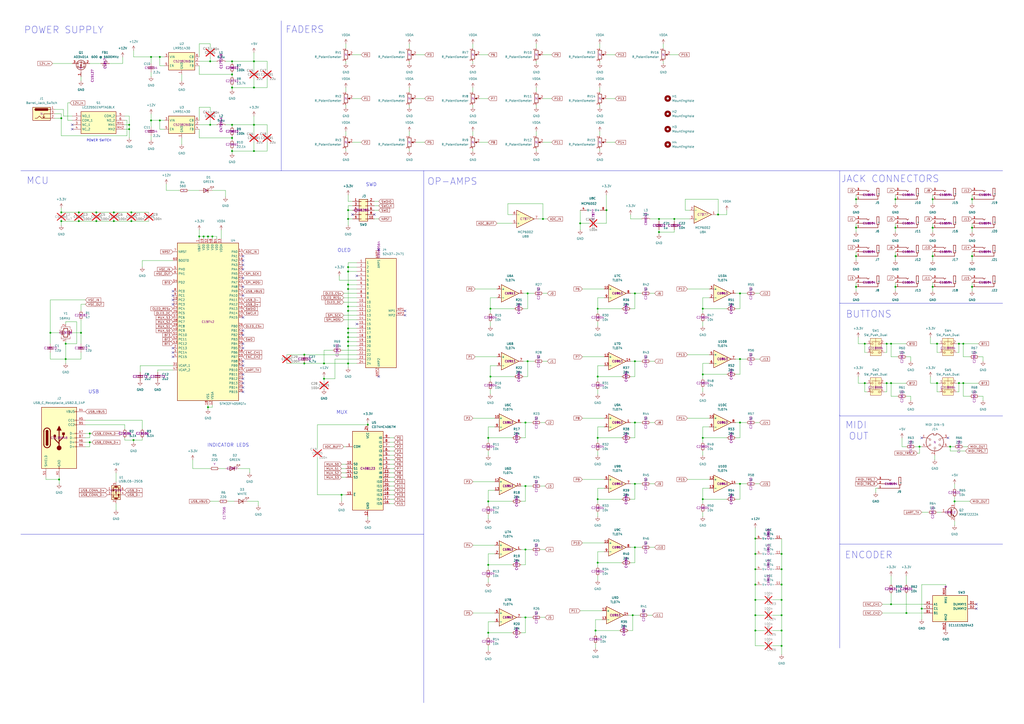
<source format=kicad_sch>
(kicad_sch (version 20250114) (generator "eeschema") (generator_version "9.0")
  (paper "A2")
  (title_block (title "Faderbay Schematic") (date "2025-03-22") (rev "0.1") (company "Marti Dominguez"))
  (text "BUTTONS" (at 503.936 182.372 0) (effects (font (size 4 4))))
  (text "MIDI \nOUT" (at 498.094 249.936 0) (effects (font (size 4 4))))
  (text "MCU" (at 21.844 104.902 0) (effects (font (size 4 4))))
  (text "USB\n" (at 54.356 227.33 0) (effects (font (size 2 2))))
  (text "MUX\n" (at 198.374 239.268 0) (effects (font (size 2 2))))
  (text "POWER SWITCH" (at 57.404 81.534 0) (effects (font (size 1.27 1.27))))
  (text "INDICATOR LEDS\n" (at 132.334 258.318 0) (effects (font (size 2 2))))
  (text "POWER SUPPLY\n" (at 37.084 17.526 0) (effects (font (size 4 4))))
  (text "SWD\n" (at 215.392 107.188 0) (effects (font (size 2 2))))
  (text "FADERS" (at 176.784 17.272 0) (effects (font (size 4 4))))
  (text "JACK CONNECTORS" (at 516.382 103.886 0) (effects (font (size 4 4))))
  (text "OLED" (at 199.644 145.288 0) (effects (font (size 2 2))))
  (text "ENCODER" (at 503.936 322.072 0) (effects (font (size 4 4))))
  (text "OP-AMPS" (at 262.382 105.41 0) (effects (font (size 4 4))))
  (junction (at 201.93 157.48))
  (junction (at 87.63 33.02))
  (junction (at 66.04 128.27))
  (junction (at 120.65 137.16))
  (junction (at 453.39 339.09))
  (junction (at 201.93 200.66))
  (junction (at 213.36 246.38))
  (junction (at 496.57 115.57))
  (junction (at 534.67 353.06))
  (junction (at 115.57 137.16))
  (junction (at 558.8 199.39))
  (junction (at 563.88 115.57))
  (junction (at 120.65 236.22))
  (junction (at 52.07 256.54))
  (junction (at 391.16 127))
  (junction (at 516.89 199.39))
  (junction (at 304.8 281.94))
  (junction (at 134.62 72.39))
  (junction (at 77.47 255.27))
  (junction (at 346.71 218.44))
  (junction (at 55.88 128.27))
  (junction (at 134.62 43.18))
  (junction (at 201.93 167.64))
  (junction (at 551.18 259.08))
  (junction (at 346.71 179.07))
  (junction (at 201.93 127))
  (junction (at 519.43 115.57))
  (junction (at 438.15 330.2))
  (junction (at 563.88 166.37))
  (junction (at 198.12 287.02))
  (junction (at 283.21 290.83))
  (junction (at 438.15 321.31))
  (junction (at 147.32 35.56))
  (junction (at 541.02 166.37))
  (junction (at 345.44 365.76))
  (junction (at 306.07 170.18))
  (junction (at 519.43 166.37))
  (junction (at 496.57 132.08))
  (junction (at 201.93 193.04))
  (junction (at 76.2 123.19))
  (junction (at 201.93 210.82))
  (junction (at 416.56 124.46))
  (junction (at 121.92 72.39))
  (junction (at 201.93 198.12))
  (junction (at 306.07 209.55))
  (junction (at 519.43 148.59))
  (junction (at 201.93 190.5))
  (junction (at 123.19 137.16))
  (junction (at 201.93 154.94))
  (junction (at 533.4 259.08))
  (junction (at 74.93 72.39))
  (junction (at 351.79 121.92))
  (junction (at 87.63 69.85))
  (junction (at 92.71 33.02))
  (junction (at 368.3 280.67))
  (junction (at 45.72 128.27))
  (junction (at 541.02 148.59))
  (junction (at 92.71 69.85))
  (junction (at 438.15 312.42))
  (junction (at 453.39 365.76))
  (junction (at 304.8 318.77))
  (junction (at 553.72 290.83))
  (junction (at 176.53 205.74))
  (junction (at 304.8 245.11))
  (junction (at 514.35 222.25))
  (junction (at 187.96 210.82))
  (junction (at 563.88 132.08))
  (junction (at 201.93 195.58))
  (junction (at 134.62 87.63))
  (junction (at 368.3 170.18))
  (junction (at 283.21 254))
  (junction (at 346.71 254))
  (junction (at 134.62 80.01))
  (junction (at 35.56 128.27))
  (junction (at 201.93 180.34))
  (junction (at 283.21 327.66))
  (junction (at 543.56 222.25))
  (junction (at 368.3 317.5))
  (junction (at 201.93 121.92))
  (junction (at 407.67 289.56))
  (junction (at 187.96 219.71))
  (junction (at 66.04 123.19))
  (junction (at 38.1 208.28))
  (junction (at 501.65 222.25))
  (junction (at 429.26 280.67))
  (junction (at 121.92 35.56))
  (junction (at 453.39 356.87))
  (junction (at 147.32 72.39))
  (junction (at 563.88 148.59))
  (junction (at 519.43 132.08))
  (junction (at 429.26 170.18))
  (junction (at 147.32 87.63))
  (junction (at 368.3 209.55))
  (junction (at 429.26 208.28))
  (junction (at 438.15 356.87))
  (junction (at 55.88 123.19))
  (junction (at 382.27 127))
  (junction (at 453.39 330.2))
  (junction (at 429.26 245.11))
  (junction (at 438.15 339.09))
  (junction (at 541.02 132.08))
  (junction (at 34.29 278.13))
  (junction (at 501.65 199.39))
  (junction (at 407.67 179.07))
  (junction (at 346.71 326.39))
  (junction (at 45.72 123.19))
  (junction (at 453.39 347.98))
  (junction (at 314.96 127))
  (junction (at 407.67 254))
  (junction (at 284.48 218.44))
  (junction (at 201.93 165.1))
  (junction (at 118.11 137.16))
  (junction (at 52.07 251.46))
  (junction (at 382.27 134.62))
  (junction (at 76.2 128.27))
  (junction (at 134.62 35.56))
  (junction (at 304.8 358.14))
  (junction (at 514.35 199.39))
  (junction (at 176.53 210.82))
  (junction (at 407.67 217.17))
  (junction (at 556.26 222.25))
  (junction (at 438.15 347.98))
  (junction (at 346.71 289.56))
  (junction (at 283.21 367.03))
  (junction (at 453.39 374.65))
  (junction (at 496.57 148.59))
  (junction (at 525.78 355.6))
  (junction (at 147.32 50.8))
  (junction (at 35.56 68.58))
  (junction (at 35.56 123.19))
  (junction (at 558.8 222.25))
  (junction (at 516.89 222.25))
  (junction (at 438.15 365.76))
  (junction (at 516.89 350.52))
  (junction (at 134.62 50.8))
  (junction (at 74.93 74.93))
  (junction (at 543.56 199.39))
  (junction (at 496.57 166.37))
  (junction (at 336.55 129.54))
  (junction (at 46.99 193.04))
  (junction (at 284.48 179.07))
  (junction (at 541.02 115.57))
  (junction (at 38.1 199.39))
  (junction (at 29.21 193.04))
  (junction (at 556.26 199.39))
  (junction (at 201.93 177.8))
  (junction (at 453.39 321.31))
  (junction (at 368.3 245.11))
  (junction (at 367.03 356.87))
  (no_connect (at 140.97 191.77))
  (no_connect (at 140.97 201.93))
  (no_connect (at 100.33 173.99))
  (no_connect (at 100.33 207.01))
  (no_connect (at 234.95 182.88))
  (no_connect (at 140.97 194.31))
  (no_connect (at 41.91 74.93))
  (no_connect (at 140.97 161.29))
  (no_connect (at 534.67 254))
  (no_connect (at 566.42 350.52))
  (no_connect (at 140.97 224.79))
  (no_connect (at 140.97 153.67))
  (no_connect (at 100.33 204.47))
  (no_connect (at 41.91 72.39))
  (no_connect (at 234.95 180.34))
  (no_connect (at 100.33 176.53))
  (no_connect (at 140.97 219.71))
  (no_connect (at 140.97 171.45))
  (no_connect (at 219.71 144.78))
  (no_connect (at 140.97 184.15))
  (no_connect (at 217.17 124.46))
  (no_connect (at 140.97 217.17))
  (no_connect (at 100.33 168.91))
  (no_connect (at 566.42 353.06))
  (no_connect (at 140.97 209.55))
  (no_connect (at 140.97 148.59))
  (no_connect (at 207.01 160.02))
  (no_connect (at 100.33 201.93))
  (no_connect (at 204.47 124.46))
  (no_connect (at 140.97 199.39))
  (no_connect (at 140.97 212.09))
  (no_connect (at 219.71 218.44))
  (no_connect (at 140.97 166.37))
  (no_connect (at 140.97 222.25))
  (no_connect (at 100.33 171.45))
  (no_connect (at 140.97 156.21))
  (no_connect (at 140.97 227.33))
  (no_connect (at 207.01 187.96))
  (no_connect (at 140.97 151.13))
  (no_connect (at 549.91 254))
  (wire (pts (xy 553.72 290.83) (xy 562.61 290.83)))
  (wire (pts (xy 306.07 170.18) (xy 309.88 170.18)))
  (wire (pts (xy 217.17 119.38) (xy 219.71 119.38)))
  (wire (pts (xy 34.29 278.13) (xy 34.29 280.67)))
  (wire (pts (xy 304.8 318.77) (xy 308.61 318.77)))
  (wire (pts (xy 283.21 254) (xy 283.21 256.54)))
  (wire (pts (xy 516.89 199.39) (xy 516.89 207.01)))
  (wire (pts (xy 283.21 335.28) (xy 283.21 337.82)))
  (wire (pts (xy 200.66 86.36) (xy 200.66 87.63)))
  (wire (pts (xy 558.8 229.87) (xy 562.61 229.87)))
  (wire (pts (xy 26.67 276.86) (xy 26.67 278.13)))
  (wire (pts (xy 278.13 82.55) (xy 283.21 82.55)))
  (wire (pts (xy 516.89 207.01) (xy 520.7 207.01)))
  (wire (pts (xy 541.02 146.05) (xy 541.02 148.59)))
  (wire (pts (xy 514.35 227.33) (xy 514.35 222.25)))
  (wire (pts (xy 558.8 222.25) (xy 558.8 229.87)))
  (wire (pts (xy 200.66 50.8) (xy 200.66 53.34)))
  (wire (pts (xy 120.65 137.16) (xy 118.11 137.16)))
  (wire (pts (xy 549.91 259.08) (xy 551.18 259.08)))
  (wire (pts (xy 368.3 245.11) (xy 372.11 245.11)))
  (wire (pts (xy 201.93 198.12) (xy 201.93 200.66)))
  (wire (pts (xy 111.76 266.7) (xy 111.76 271.78)))
  (wire (pts (xy 96.52 110.49) (xy 104.14 110.49)))
  (wire (pts (xy 543.56 227.33) (xy 543.56 222.25)))
  (wire (pts (xy 429.26 254) (xy 429.26 245.11)))
  (wire (pts (xy 365.76 209.55) (xy 368.3 209.55)))
  (wire (pts (xy 284.48 226.06) (xy 284.48 228.6)))
  (wire (pts (xy 438.15 170.18) (xy 440.69 170.18)))
  (wire (pts (xy 237.49 50.8) (xy 237.49 53.34)))
  (wire (pts (xy 39.37 69.85) (xy 41.91 69.85)))
  (wire (pts (xy 539.75 222.25) (xy 543.56 222.25)))
  (wire (pts (xy 38.1 208.28) (xy 38.1 210.82)))
  (wire (pts (xy 184.15 287.02) (xy 198.12 287.02)))
  (wire (pts (xy 52.07 259.08) (xy 52.07 256.54)))
  (wire (pts (xy 345.44 365.76) (xy 345.44 359.41)))
  (wire (pts (xy 365.76 254) (xy 368.3 254)))
  (wire (pts (xy 81.28 212.09) (xy 81.28 215.9)))
  (wire (pts (xy 105.41 43.18) (xy 105.41 46.99)))
  (wire (pts (xy 345.44 373.38) (xy 345.44 375.92)))
  (wire (pts (xy 201.93 152.4) (xy 201.93 154.94)))
  (wire (pts (xy 384.81 35.56) (xy 384.81 36.83)))
  (wire (pts (xy 35.56 128.27) (xy 35.56 130.81)))
  (wire (pts (xy 567.69 222.25) (xy 558.8 222.25)))
  (wire (pts (xy 226.06 261.62) (xy 228.6 261.62)))
  (wire (pts (xy 426.72 280.67) (xy 429.26 280.67)))
  (wire (pts (xy 72.39 255.27) (xy 77.47 255.27)))
  (wire (pts (xy 346.71 283.21) (xy 350.52 283.21)))
  (wire (pts (xy 128.27 133.35) (xy 128.27 138.43)))
  (wire (pts (xy 52.07 36.83) (xy 58.42 36.83)))
  (wire (pts (xy 303.53 218.44) (xy 306.07 218.44)))
  (wire (pts (xy 226.06 292.1) (xy 228.6 292.1)))
  (wire (pts (xy 199.39 259.08) (xy 200.66 259.08)))
  (wire (pts (xy 497.84 222.25) (xy 501.65 222.25)))
  (wire (pts (xy 283.21 298.45) (xy 283.21 300.99)))
  (wire (pts (xy 193.04 203.2) (xy 187.96 203.2)))
  (wire (pts (xy 429.26 217.17) (xy 429.26 208.28)))
  (wire (pts (xy 438.15 306.07) (xy 438.15 312.42)))
  (wire (pts (xy 284.48 172.72) (xy 288.29 172.72)))
  (wire (pts (xy 201.93 116.84) (xy 201.93 113.03)))
  (wire (pts (xy 426.72 254) (xy 429.26 254)))
  (wire (pts (xy 346.71 186.69) (xy 346.71 189.23)))
  (wire (pts (xy 426.72 208.28) (xy 429.26 208.28)))
  (wire (pts (xy 314.96 209.55) (xy 317.5 209.55)))
  (wire (pts (xy 337.82 242.57) (xy 350.52 242.57)))
  (wire (pts (xy 284.48 212.09) (xy 288.29 212.09)))
  (wire (pts (xy 351.79 57.15) (xy 356.87 57.15)))
  (wire (pts (xy 154.94 82.55) (xy 154.94 87.63)))
  (wire (pts (xy 453.39 356.87) (xy 453.39 347.98)))
  (wire (pts (xy 204.47 119.38) (xy 201.93 119.38)))
  (wire (pts (xy 496.57 166.37) (xy 496.57 168.91)))
  (wire (pts (xy 76.2 123.19) (xy 86.36 123.19)))
  (wire (pts (xy 100.33 151.13) (xy 82.55 151.13)))
  (wire (pts (xy 407.67 297.18) (xy 407.67 299.72)))
  (wire (pts (xy 453.39 365.76) (xy 453.39 356.87)))
  (wire (pts (xy 368.3 218.44) (xy 368.3 209.55)))
  (wire (pts (xy 288.29 129.54) (xy 297.18 129.54)))
  (wire (pts (xy 201.93 200.66) (xy 201.93 210.82)))
  (wire (pts (xy 95.25 38.1) (xy 92.71 38.1)))
  (wire (pts (xy 71.12 36.83) (xy 71.12 33.02)))
  (wire (pts (xy 274.32 242.57) (xy 287.02 242.57)))
  (wire (pts (xy 237.49 25.4) (xy 237.49 27.94)))
  (wire (pts (xy 294.64 118.11) (xy 314.96 118.11)))
  (wire (pts (xy 543.56 222.25) (xy 544.83 222.25)))
  (wire (pts (xy 426.72 170.18) (xy 429.26 170.18)))
  (wire (pts (xy 36.83 67.31) (xy 36.83 63.5)))
  (wire (pts (xy 563.88 148.59) (xy 563.88 151.13)))
  (wire (pts (xy 154.94 87.63) (xy 147.32 87.63)))
  (wire (pts (xy 187.96 210.82) (xy 201.93 210.82)))
  (wire (pts (xy 130.81 35.56) (xy 134.62 35.56)))
  (wire (pts (xy 46.99 44.45) (xy 46.99 46.99)))
  (wire (pts (xy 368.3 254) (xy 368.3 245.11)))
  (wire (pts (xy 201.93 180.34) (xy 201.93 190.5)))
  (wire (pts (xy 115.57 25.4) (xy 115.57 33.02)))
  (wire (pts (xy 314.96 31.75) (xy 320.04 31.75)))
  (wire (pts (xy 207.01 152.4) (xy 201.93 152.4)))
  (wire (pts (xy 346.71 129.54) (xy 351.79 129.54)))
  (wire (pts (xy 149.86 293.37) (xy 149.86 290.83)))
  (wire (pts (xy 134.62 78.74) (xy 134.62 80.01)))
  (wire (pts (xy 314.96 57.15) (xy 320.04 57.15)))
  (wire (pts (xy 283.21 367.03) (xy 297.18 367.03)))
  (wire (pts (xy 82.55 151.13) (xy 82.55 154.94)))
  (wire (pts (xy 346.71 247.65) (xy 350.52 247.65)))
  (wire (pts (xy 453.39 330.2) (xy 453.39 321.31)))
  (wire (pts (xy 567.69 207.01) (xy 570.23 207.01)))
  (wire (pts (xy 115.57 38.1) (xy 115.57 43.18)))
  (wire (pts (xy 121.92 35.56) (xy 125.73 35.56)))
  (wire (pts (xy 311.15 50.8) (xy 311.15 53.34)))
  (wire (pts (xy 147.32 40.64) (xy 147.32 35.56)))
  (wire (pts (xy 365.76 289.56) (xy 368.3 289.56)))
  (wire (pts (xy 53.34 256.54) (xy 52.07 256.54)))
  (wire (pts (xy 304.8 290.83) (xy 304.8 281.94)))
  (wire (pts (xy 346.71 218.44) (xy 346.71 220.98)))
  (wire (pts (xy 154.94 50.8) (xy 147.32 50.8)))
  (wire (pts (xy 76.2 128.27) (xy 86.36 128.27)))
  (wire (pts (xy 543.56 297.18) (xy 546.1 297.18)))
  (wire (pts (xy 365.76 317.5) (xy 368.3 317.5)))
  (wire (pts (xy 345.44 365.76) (xy 345.44 368.3)))
  (wire (pts (xy 201.93 119.38) (xy 201.93 121.92)))
  (wire (pts (xy 337.82 167.64) (xy 350.52 167.64)))
  (wire (pts (xy 368.3 289.56) (xy 368.3 280.67)))
  (wire (pts (xy 49.53 173.99) (xy 29.21 173.99)))
  (wire (pts (xy 303.53 179.07) (xy 306.07 179.07)))
  (wire (pts (xy 438.15 347.98) (xy 443.23 347.98)))
  (wire (pts (xy 31.75 68.58) (xy 35.56 68.58)))
  (wire (pts (xy 365.76 245.11) (xy 368.3 245.11)))
  (wire (pts (xy 115.57 133.35) (xy 115.57 137.16)))
  (wire (pts (xy 438.15 330.2) (xy 438.15 339.09)))
  (wire (pts (xy 134.62 50.8) (xy 134.62 52.07)))
  (wire (pts (xy 560.07 261.62) (xy 551.18 261.62)))
  (wire (pts (xy 284.48 218.44) (xy 284.48 212.09)))
  (wire (pts (xy 201.93 157.48) (xy 201.93 165.1)))
  (wire (pts (xy 304.8 327.66) (xy 304.8 318.77)))
  (wire (pts (xy 67.31 274.32) (xy 67.31 279.4)))
  (wire (pts (xy 226.06 274.32) (xy 228.6 274.32)))
  (wire (pts (xy 237.49 60.96) (xy 237.49 62.23)))
  (wire (pts (xy 448.31 365.76) (xy 453.39 365.76)))
  (wire (pts (xy 365.76 218.44) (xy 368.3 218.44)))
  (wire (pts (xy 553.72 280.67) (xy 553.72 283.21)))
  (wire (pts (xy 77.47 255.27) (xy 77.47 256.54)))
  (wire (pts (xy 351.79 129.54) (xy 351.79 121.92)))
  (wire (pts (xy 72.39 72.39) (xy 74.93 72.39)))
  (wire (pts (xy 501.65 199.39) (xy 502.92 199.39)))
  (wire (pts (xy 204.47 116.84) (xy 201.93 116.84)))
  (wire (pts (xy 100.33 212.09) (xy 81.28 212.09)))
  (wire (pts (xy 105.41 80.01) (xy 105.41 83.82)))
  (wire (pts (xy 398.78 278.13) (xy 411.48 278.13)))
  (wire (pts (xy 306.07 209.55) (xy 309.88 209.55)))
  (wire (pts (xy 74.93 72.39) (xy 74.93 74.93)))
  (wire (pts (xy 368.3 179.07) (xy 368.3 170.18)))
  (wire (pts (xy 196.85 160.02) (xy 196.85 162.56)))
  (wire (pts (xy 284.48 179.07) (xy 298.45 179.07)))
  (wire (pts (xy 115.57 43.18) (xy 134.62 43.18)))
  (wire (pts (xy 438.15 365.76) (xy 438.15 356.87)))
  (wire (pts (xy 346.71 297.18) (xy 346.71 299.72)))
  (wire (pts (xy 121.92 72.39) (xy 125.73 72.39)))
  (wire (pts (xy 397.51 115.57) (xy 416.56 115.57)))
  (wire (pts (xy 226.06 266.7) (xy 228.6 266.7)))
  (wire (pts (xy 336.55 129.54) (xy 336.55 133.35)))
  (wire (pts (xy 201.93 167.64) (xy 201.93 177.8)))
  (wire (pts (xy 38.1 186.69) (xy 44.45 186.69)))
  (wire (pts (xy 429.26 208.28) (xy 433.07 208.28)))
  (wire (pts (xy 382.27 127) (xy 377.19 127)))
  (wire (pts (xy 77.47 33.02) (xy 87.63 33.02)))
  (wire (pts (xy 38.1 208.28) (xy 46.99 208.28)))
  (wire (pts (xy 147.32 82.55) (xy 147.32 87.63)))
  (wire (pts (xy 533.4 259.08) (xy 534.67 259.08)))
  (wire (pts (xy 283.21 254) (xy 283.21 247.65)))
  (wire (pts (xy 368.3 317.5) (xy 372.11 317.5)))
  (wire (pts (xy 384.81 25.4) (xy 384.81 27.94)))
  (wire (pts (xy 539.75 218.44) (xy 539.75 222.25)))
  (wire (pts (xy 118.11 138.43) (xy 118.11 137.16)))
  (wire (pts (xy 304.8 254) (xy 304.8 245.11)))
  (wire (pts (xy 201.93 193.04) (xy 201.93 195.58)))
  (wire (pts (xy 556.26 222.25) (xy 558.8 222.25)))
  (wire (pts (xy 194.31 208.28) (xy 194.31 219.71)))
  (wire (pts (xy 121.92 290.83) (xy 127 290.83)))
  (wire (pts (xy 368.3 326.39) (xy 368.3 317.5)))
  (wire (pts (xy 544.83 227.33) (xy 543.56 227.33)))
  (wire (pts (xy 438.15 374.65) (xy 438.15 365.76)))
  (wire (pts (xy 508 285.75) (xy 508 283.21)))
  (wire (pts (xy 368.3 280.67) (xy 372.11 280.67)))
  (wire (pts (xy 82.55 255.27) (xy 77.47 255.27)))
  (wire (pts (xy 294.64 124.46) (xy 294.64 118.11)))
  (wire (pts (xy 407.67 254) (xy 407.67 256.54)))
  (wire (pts (xy 201.93 195.58) (xy 201.93 198.12)))
  (wire (pts (xy 346.71 212.09) (xy 350.52 212.09)))
  (wire (pts (xy 283.21 261.62) (xy 283.21 264.16)))
  (wire (pts (xy 563.88 129.54) (xy 563.88 132.08)))
  (polyline (pts (xy 163.195 99.06) (xy 163.195 12.065)))
  (wire (pts (xy 388.62 31.75) (xy 393.7 31.75)))
  (wire (pts (xy 426.72 217.17) (xy 429.26 217.17)))
  (wire (pts (xy 407.67 289.56) (xy 407.67 283.21)))
  (wire (pts (xy 200.66 60.96) (xy 200.66 62.23)))
  (wire (pts (xy 368.3 209.55) (xy 372.11 209.55)))
  (wire (pts (xy 237.49 76.2) (xy 237.49 78.74)))
  (wire (pts (xy 241.3 57.15) (xy 246.38 57.15)))
  (wire (pts (xy 563.88 166.37) (xy 563.88 168.91)))
  (wire (pts (xy 336.55 354.33) (xy 349.25 354.33)))
  (wire (pts (xy 397.51 121.92) (xy 397.51 115.57)))
  (wire (pts (xy 364.49 356.87) (xy 367.03 356.87)))
  (wire (pts (xy 87.63 41.91) (xy 87.63 44.45)))
  (wire (pts (xy 502.92 227.33) (xy 501.65 227.33)))
  (wire (pts (xy 176.53 210.82) (xy 187.96 210.82)))
  (wire (pts (xy 448.31 356.87) (xy 453.39 356.87)))
  (wire (pts (xy 111.76 271.78) (xy 121.92 271.78)))
  (wire (pts (xy 532.13 262.89) (xy 533.4 262.89)))
  (wire (pts (xy 514.35 199.39) (xy 514.35 204.47)))
  (wire (pts (xy 274.32 355.6) (xy 287.02 355.6)))
  (wire (pts (xy 237.49 86.36) (xy 237.49 87.63)))
  (wire (pts (xy 121.92 69.85) (xy 121.92 72.39)))
  (wire (pts (xy 200.66 76.2) (xy 200.66 78.74)))
  (wire (pts (xy 516.89 199.39) (xy 525.78 199.39)))
  (polyline (pts (xy 487.045 375.92) (xy 487.045 240.665)))
  (wire (pts (xy 438.15 208.28) (xy 440.69 208.28)))
  (polyline (pts (xy 487.045 175.895) (xy 487.045 241.3)))
  (wire (pts (xy 391.16 127) (xy 400.05 127)))
  (wire (pts (xy 95.25 74.93) (xy 92.71 74.93)))
  (wire (pts (xy 347.98 35.56) (xy 347.98 36.83)))
  (wire (pts (xy 407.67 186.69) (xy 407.67 189.23)))
  (wire (pts (xy 120.65 138.43) (xy 120.65 137.16)))
  (wire (pts (xy 346.71 320.04) (xy 350.52 320.04)))
  (wire (pts (xy 311.15 60.96) (xy 311.15 62.23)))
  (wire (pts (xy 35.56 78.74) (xy 73.66 78.74)))
  (wire (pts (xy 118.11 137.16) (xy 115.57 137.16)))
  (wire (pts (xy 519.43 148.59) (xy 519.43 151.13)))
  (wire (pts (xy 391.16 133.35) (xy 391.16 134.62)))
  (wire (pts (xy 542.29 264.16) (xy 542.29 266.7)))
  (wire (pts (xy 201.93 200.66) (xy 207.01 200.66)))
  (wire (pts (xy 346.71 254) (xy 360.68 254)))
  (wire (pts (xy 346.71 179.07) (xy 346.71 181.61)))
  (wire (pts (xy 302.26 245.11) (xy 304.8 245.11)))
  (wire (pts (xy 438.15 365.76) (xy 443.23 365.76)))
  (wire (pts (xy 391.16 127) (xy 382.27 127)))
  (wire (pts (xy 302.26 254) (xy 304.8 254)))
  (wire (pts (xy 226.06 284.48) (xy 228.6 284.48)))
  (wire (pts (xy 347.98 50.8) (xy 347.98 53.34)))
  (wire (pts (xy 41.91 67.31) (xy 36.83 67.31)))
  (wire (pts (xy 563.88 113.03) (xy 563.88 115.57)))
  (wire (pts (xy 284.48 179.07) (xy 284.48 181.61)))
  (wire (pts (xy 134.62 35.56) (xy 134.62 36.83)))
  (wire (pts (xy 201.93 165.1) (xy 201.93 167.64)))
  (wire (pts (xy 453.39 321.31) (xy 453.39 312.42)))
  (wire (pts (xy 313.69 281.94) (xy 316.23 281.94)))
  (wire (pts (xy 400.05 121.92) (xy 397.51 121.92)))
  (wire (pts (xy 226.06 259.08) (xy 228.6 259.08)))
  (wire (pts (xy 533.4 262.89) (xy 533.4 259.08)))
  (wire (pts (xy 541.02 115.57) (xy 541.02 118.11)))
  (wire (pts (xy 563.88 146.05) (xy 563.88 148.59)))
  (wire (pts (xy 49.53 259.08) (xy 52.07 259.08)))
  (wire (pts (xy 516.89 229.87) (xy 520.7 229.87)))
  (wire (pts (xy 558.8 259.08) (xy 561.34 259.08)))
  (wire (pts (xy 198.12 274.32) (xy 200.66 274.32)))
  (wire (pts (xy 123.19 137.16) (xy 120.65 137.16)))
  (wire (pts (xy 551.18 259.08) (xy 553.72 259.08)))
  (wire (pts (xy 303.53 170.18) (xy 306.07 170.18)))
  (wire (pts (xy 77.47 29.21) (xy 77.47 33.02)))
  (wire (pts (xy 426.72 245.11) (xy 429.26 245.11)))
  (wire (pts (xy 130.81 110.49) (xy 130.81 114.3)))
  (wire (pts (xy 92.71 33.02) (xy 95.25 33.02)))
  (wire (pts (xy 303.53 209.55) (xy 306.07 209.55)))
  (wire (pts (xy 39.37 69.85) (xy 39.37 59.69)))
  (wire (pts (xy 274.32 86.36) (xy 274.32 87.63)))
  (wire (pts (xy 283.21 367.03) (xy 283.21 360.68)))
  (wire (pts (xy 528.32 207.01) (xy 528.32 209.55)))
  (wire (pts (xy 407.67 254) (xy 407.67 247.65)))
  (wire (pts (xy 453.39 374.65) (xy 453.39 379.73)))
  (wire (pts (xy 511.81 355.6) (xy 525.78 355.6)))
  (wire (pts (xy 87.63 66.04) (xy 87.63 69.85)))
  (wire (pts (xy 304.8 358.14) (xy 308.61 358.14)))
  (wire (pts (xy 149.86 290.83) (xy 143.51 290.83)))
  (wire (pts (xy 523.24 259.08) (xy 523.24 254)))
  (wire (pts (xy 541.02 129.54) (xy 541.02 132.08)))
  (wire (pts (xy 213.36 245.11) (xy 213.36 246.38)))
  (wire (pts (xy 347.98 60.96) (xy 347.98 62.23)))
  (wire (pts (xy 96.52 106.68) (xy 96.52 110.49)))
  (wire (pts (xy 438.15 312.42) (xy 438.15 321.31)))
  (wire (pts (xy 525.78 355.6) (xy 535.94 355.6)))
  (wire (pts (xy 52.07 254) (xy 52.07 251.46)))
  (wire (pts (xy 196.85 162.56) (xy 207.01 162.56)))
  (wire (pts (xy 201.93 154.94) (xy 201.93 157.48)))
  (wire (pts (xy 55.88 123.19) (xy 66.04 123.19)))
  (wire (pts (xy 553.72 302.26) (xy 553.72 304.8)))
  (wire (pts (xy 438.15 245.11) (xy 440.69 245.11)))
  (wire (pts (xy 115.57 35.56) (xy 121.92 35.56)))
  (wire (pts (xy 120.65 234.95) (xy 120.65 236.22)))
  (wire (pts (xy 311.15 86.36) (xy 311.15 87.63)))
  (wire (pts (xy 346.71 254) (xy 346.71 256.54)))
  (wire (pts (xy 198.12 276.86) (xy 200.66 276.86)))
  (wire (pts (xy 201.93 154.94) (xy 207.01 154.94)))
  (wire (pts (xy 530.86 259.08) (xy 533.4 259.08)))
  (wire (pts (xy 351.79 113.03) (xy 351.79 121.92)))
  (wire (pts (xy 74.93 74.93) (xy 74.93 80.01)))
  (wire (pts (xy 134.62 86.36) (xy 134.62 87.63)))
  (wire (pts (xy 346.71 289.56) (xy 346.71 283.21)))
  (wire (pts (xy 346.71 226.06) (xy 346.71 228.6)))
  (wire (pts (xy 314.96 118.11) (xy 314.96 127)))
  (wire (pts (xy 314.96 127) (xy 317.5 127)))
  (wire (pts (xy 184.15 265.43) (xy 184.15 287.02)))
  (wire (pts (xy 29.21 199.39) (xy 29.21 193.04)))
  (wire (pts (xy 198.12 287.02) (xy 200.66 287.02)))
  (wire (pts (xy 539.75 199.39) (xy 543.56 199.39)))
  (wire (pts (xy 543.56 199.39) (xy 544.83 199.39)))
  (wire (pts (xy 213.36 299.72) (xy 213.36 300.99)))
  (wire (pts (xy 154.94 45.72) (xy 154.94 50.8)))
  (wire (pts (xy 226.06 256.54) (xy 228.6 256.54)))
  (wire (pts (xy 438.15 356.87) (xy 438.15 347.98)))
  (wire (pts (xy 556.26 227.33) (xy 556.26 222.25)))
  (wire (pts (xy 438.15 321.31) (xy 438.15 330.2)))
  (wire (pts (xy 204.47 121.92) (xy 201.93 121.92)))
  (wire (pts (xy 398.78 205.74) (xy 411.48 205.74)))
  (wire (pts (xy 187.96 203.2) (xy 187.96 210.82)))
  (wire (pts (xy 198.12 290.83) (xy 198.12 287.02)))
  (wire (pts (xy 311.15 76.2) (xy 311.15 78.74)))
  (wire (pts (xy 556.26 199.39) (xy 558.8 199.39)))
  (wire (pts (xy 429.26 245.11) (xy 433.07 245.11)))
  (wire (pts (xy 198.12 271.78) (xy 200.66 271.78)))
  (wire (pts (xy 134.62 35.56) (xy 147.32 35.56)))
  (wire (pts (xy 283.21 247.65) (xy 287.02 247.65)))
  (wire (pts (xy 49.53 176.53) (xy 46.99 176.53)))
  (wire (pts (xy 306.07 218.44) (xy 306.07 209.55)))
  (polyline (pts (xy 12.065 99.06) (xy 163.195 99.06)))
  (wire (pts (xy 198.12 203.2) (xy 207.01 203.2)))
  (wire (pts (xy 91.44 214.63) (xy 91.44 215.9)))
  (wire (pts (xy 283.21 321.31) (xy 287.02 321.31)))
  (wire (pts (xy 519.43 146.05) (xy 519.43 148.59)))
  (wire (pts (xy 274.32 76.2) (xy 274.32 78.74)))
  (wire (pts (xy 407.67 289.56) (xy 421.64 289.56)))
  (wire (pts (xy 525.78 229.87) (xy 528.32 229.87)))
  (wire (pts (xy 237.49 35.56) (xy 237.49 36.83)))
  (wire (pts (xy 548.64 339.09) (xy 534.67 339.09)))
  (wire (pts (xy 134.62 49.53) (xy 134.62 50.8)))
  (wire (pts (xy 541.02 148.59) (xy 541.02 151.13)))
  (wire (pts (xy 92.71 74.93) (xy 92.71 69.85)))
  (wire (pts (xy 166.37 210.82) (xy 176.53 210.82)))
  (wire (pts (xy 365.76 127) (xy 372.11 127)))
  (wire (pts (xy 284.48 218.44) (xy 284.48 220.98)))
  (wire (pts (xy 187.96 218.44) (xy 187.96 219.71)))
  (wire (pts (xy 67.31 292.1) (xy 67.31 295.91)))
  (wire (pts (xy 45.72 123.19) (xy 55.88 123.19)))
  (wire (pts (xy 525.78 207.01) (xy 528.32 207.01)))
  (polyline (pts (xy 487.045 175.895) (xy 581.66 175.895)))
  (wire (pts (xy 351.79 31.75) (xy 356.87 31.75)))
  (wire (pts (xy 201.93 127) (xy 201.93 130.81)))
  (wire (pts (xy 525.78 344.17) (xy 525.78 355.6)))
  (wire (pts (xy 46.99 199.39) (xy 46.99 193.04)))
  (wire (pts (xy 407.67 289.56) (xy 407.67 292.1)))
  (wire (pts (xy 87.63 33.02) (xy 92.71 33.02)))
  (wire (pts (xy 551.18 261.62) (xy 551.18 259.08)))
  (wire (pts (xy 226.06 269.24) (xy 228.6 269.24)))
  (wire (pts (xy 346.71 172.72) (xy 350.52 172.72)))
  (wire (pts (xy 275.59 207.01) (xy 288.29 207.01)))
  (wire (pts (xy 365.76 179.07) (xy 368.3 179.07)))
  (wire (pts (xy 570.23 229.87) (xy 570.23 232.41)))
  (wire (pts (xy 553.72 288.29) (xy 553.72 290.83)))
  (wire (pts (xy 365.76 280.67) (xy 368.3 280.67)))
  (wire (pts (xy 134.62 50.8) (xy 147.32 50.8)))
  (wire (pts (xy 121.92 33.02) (xy 121.92 35.56)))
  (wire (pts (xy 200.66 35.56) (xy 200.66 36.83)))
  (wire (pts (xy 147.32 67.31) (xy 147.32 72.39)))
  (wire (pts (xy 134.62 72.39) (xy 147.32 72.39)))
  (wire (pts (xy 391.16 128.27) (xy 391.16 127)))
  (wire (pts (xy 115.57 62.23) (xy 115.57 69.85)))
  (wire (pts (xy 127 271.78) (xy 130.81 271.78)))
  (wire (pts (xy 82.55 254) (xy 82.55 255.27)))
  (wire (pts (xy 534.67 353.06) (xy 534.67 359.41)))
  (wire (pts (xy 556.26 199.39) (xy 554.99 199.39)))
  (wire (pts (xy 558.8 199.39) (xy 558.8 207.01)))
  (wire (pts (xy 407.67 210.82) (xy 411.48 210.82)))
  (wire (pts (xy 274.32 316.23) (xy 287.02 316.23)))
  (wire (pts (xy 115.57 25.4) (xy 121.92 25.4)))
  (polyline (pts (xy 245.745 309.88) (xy 245.745 407.67)))
  (wire (pts (xy 297.18 124.46) (xy 294.64 124.46)))
  (wire (pts (xy 567.69 229.87) (xy 570.23 229.87)))
  (wire (pts (xy 365.76 326.39) (xy 368.3 326.39)))
  (wire (pts (xy 346.71 334.01) (xy 346.71 336.55)))
  (wire (pts (xy 134.62 43.18) (xy 134.62 44.45)))
  (wire (pts (xy 121.92 25.4) (xy 121.92 27.94)))
  (wire (pts (xy 513.08 227.33) (xy 514.35 227.33)))
  (wire (pts (xy 154.94 40.64) (xy 154.94 35.56)))
  (wire (pts (xy 87.63 69.85) (xy 92.71 69.85)))
  (wire (pts (xy 375.92 356.87) (xy 378.46 356.87)))
  (wire (pts (xy 201.93 198.12) (xy 207.01 198.12)))
  (wire (pts (xy 407.67 217.17) (xy 407.67 210.82)))
  (wire (pts (xy 204.47 31.75) (xy 209.55 31.75)))
  (wire (pts (xy 398.78 242.57) (xy 411.48 242.57)))
  (wire (pts (xy 497.84 218.44) (xy 497.84 222.25)))
  (wire (pts (xy 534.67 297.18) (xy 538.48 297.18)))
  (wire (pts (xy 154.94 77.47) (xy 154.94 72.39)))
  (wire (pts (xy 134.62 80.01) (xy 134.62 81.28)))
  (wire (pts (xy 87.63 69.85) (xy 87.63 73.66)))
  (wire (pts (xy 341.63 129.54) (xy 336.55 129.54)))
  (wire (pts (xy 283.21 290.83) (xy 297.18 290.83)))
  (wire (pts (xy 407.67 254) (xy 421.64 254)))
  (wire (pts (xy 207.01 210.82) (xy 201.93 210.82)))
  (wire (pts (xy 302.26 327.66) (xy 304.8 327.66)))
  (wire (pts (xy 115.57 80.01) (xy 134.62 80.01)))
  (wire (pts (xy 519.43 113.03) (xy 519.43 115.57)))
  (wire (pts (xy 46.99 185.42) (xy 46.99 193.04)))
  (wire (pts (xy 45.72 128.27) (xy 55.88 128.27)))
  (wire (pts (xy 144.78 274.32) (xy 144.78 271.78)))
  (wire (pts (xy 541.02 163.83) (xy 541.02 166.37)))
  (wire (pts (xy 556.26 222.25) (xy 554.99 222.25)))
  (wire (pts (xy 82.55 243.84) (xy 49.53 243.84)))
  (wire (pts (xy 29.21 173.99) (xy 29.21 193.04)))
  (wire (pts (xy 539.75 195.58) (xy 539.75 199.39)))
  (wire (pts (xy 201.93 177.8) (xy 207.01 177.8)))
  (wire (pts (xy 377.19 170.18) (xy 379.73 170.18)))
  (wire (pts (xy 313.69 358.14) (xy 316.23 358.14)))
  (wire (pts (xy 121.92 62.23) (xy 121.92 64.77)))
  (wire (pts (xy 501.65 204.47) (xy 501.65 199.39)))
  (wire (pts (xy 283.21 327.66) (xy 283.21 330.2)))
  (wire (pts (xy 438.15 347.98) (xy 438.15 339.09)))
  (wire (pts (xy 443.23 374.65) (xy 438.15 374.65)))
  (wire (pts (xy 204.47 82.55) (xy 209.55 82.55)))
  (wire (pts (xy 525.78 259.08) (xy 523.24 259.08)))
  (wire (pts (xy 438.15 356.87) (xy 443.23 356.87)))
  (wire (pts (xy 217.17 116.84) (xy 219.71 116.84)))
  (wire (pts (xy 274.32 25.4) (xy 274.32 27.94)))
  (wire (pts (xy 278.13 31.75) (xy 283.21 31.75)))
  (wire (pts (xy 226.06 287.02) (xy 228.6 287.02)))
  (wire (pts (xy 554.99 227.33) (xy 556.26 227.33)))
  (wire (pts (xy 304.8 281.94) (xy 308.61 281.94)))
  (wire (pts (xy 346.71 289.56) (xy 346.71 292.1)))
  (wire (pts (xy 283.21 290.83) (xy 283.21 293.37)))
  (wire (pts (xy 508 283.21) (xy 509.27 283.21)))
  (wire (pts (xy 226.06 289.56) (xy 228.6 289.56)))
  (wire (pts (xy 407.67 261.62) (xy 407.67 264.16)))
  (wire (pts (xy 563.88 132.08) (xy 563.88 134.62)))
  (wire (pts (xy 346.71 326.39) (xy 360.68 326.39)))
  (wire (pts (xy 377.19 209.55) (xy 379.73 209.55)))
  (wire (pts (xy 351.79 82.55) (xy 356.87 82.55)))
  (wire (pts (xy 154.94 72.39) (xy 147.32 72.39)))
  (wire (pts (xy 204.47 57.15) (xy 209.55 57.15)))
  (wire (pts (xy 570.23 207.01) (xy 570.23 209.55)))
  (wire (pts (xy 313.69 245.11) (xy 316.23 245.11)))
  (wire (pts (xy 347.98 76.2) (xy 347.98 78.74)))
  (wire (pts (xy 563.88 163.83) (xy 563.88 166.37)))
  (wire (pts (xy 38.1 187.96) (xy 38.1 186.69)))
  (wire (pts (xy 217.17 127) (xy 219.71 127)))
  (wire (pts (xy 200.66 25.4) (xy 200.66 27.94)))
  (wire (pts (xy 201.93 195.58) (xy 207.01 195.58)))
  (wire (pts (xy 226.06 254) (xy 228.6 254)))
  (wire (pts (xy 144.78 271.78) (xy 138.43 271.78)))
  (wire (pts (xy 306.07 179.07) (xy 306.07 170.18)))
  (polyline (pts (xy 487.045 241.3) (xy 581.66 241.3)))
  (wire (pts (xy 516.89 350.52) (xy 535.94 350.52)))
  (wire (pts (xy 302.26 367.03) (xy 304.8 367.03)))
  (wire (pts (xy 26.67 278.13) (xy 34.29 278.13)))
  (wire (pts (xy 407.67 172.72) (xy 411.48 172.72)))
  (wire (pts (xy 365.76 170.18) (xy 368.3 170.18)))
  (wire (pts (xy 35.56 128.27) (xy 45.72 128.27)))
  (wire (pts (xy 496.57 148.59) (xy 496.57 151.13)))
  (wire (pts (xy 563.88 115.57) (xy 563.88 118.11)))
  (wire (pts (xy 337.82 278.13) (xy 350.52 278.13)))
  (wire (pts (xy 49.53 254) (xy 52.07 254)))
  (wire (pts (xy 311.15 35.56) (xy 311.15 36.83)))
  (wire (pts (xy 283.21 374.65) (xy 283.21 377.19)))
  (wire (pts (xy 66.04 128.27) (xy 76.2 128.27)))
  (wire (pts (xy 502.92 204.47) (xy 501.65 204.47)))
  (wire (pts (xy 496.57 113.03) (xy 496.57 115.57)))
  (wire (pts (xy 199.39 172.72) (xy 207.01 172.72)))
  (wire (pts (xy 501.65 222.25) (xy 502.92 222.25)))
  (wire (pts (xy 201.93 157.48) (xy 207.01 157.48)))
  (wire (pts (xy 514.35 222.25) (xy 513.08 222.25)))
  (wire (pts (xy 407.67 247.65) (xy 411.48 247.65)))
  (wire (pts (xy 226.06 271.78) (xy 228.6 271.78)))
  (wire (pts (xy 134.62 87.63) (xy 134.62 88.9)))
  (wire (pts (xy 346.71 261.62) (xy 346.71 264.16)))
  (wire (pts (xy 109.22 110.49) (xy 115.57 110.49)))
  (wire (pts (xy 125.73 138.43) (xy 125.73 137.16)))
  (wire (pts (xy 314.96 82.55) (xy 320.04 82.55)))
  (wire (pts (xy 346.71 289.56) (xy 360.68 289.56)))
  (wire (pts (xy 134.62 41.91) (xy 134.62 43.18)))
  (wire (pts (xy 407.67 217.17) (xy 407.67 219.71)))
  (wire (pts (xy 421.64 121.92) (xy 421.64 124.46)))
  (wire (pts (xy 199.39 185.42) (xy 207.01 185.42)))
  (wire (pts (xy 53.34 251.46) (xy 52.07 251.46)))
  (wire (pts (xy 519.43 132.08) (xy 519.43 134.62)))
  (wire (pts (xy 501.65 227.33) (xy 501.65 222.25)))
  (wire (pts (xy 345.44 359.41) (xy 349.25 359.41)))
  (wire (pts (xy 368.3 170.18) (xy 372.11 170.18)))
  (wire (pts (xy 274.32 60.96) (xy 274.32 62.23)))
  (wire (pts (xy 52.07 256.54) (xy 49.53 256.54)))
  (wire (pts (xy 514.35 199.39) (xy 516.89 199.39)))
  (wire (pts (xy 302.26 318.77) (xy 304.8 318.77)))
  (wire (pts (xy 201.93 190.5) (xy 201.93 193.04)))
  (wire (pts (xy 176.53 205.74) (xy 207.01 205.74)))
  (wire (pts (xy 541.02 166.37) (xy 541.02 168.91)))
  (wire (pts (xy 516.89 344.17) (xy 516.89 350.52)))
  (wire (pts (xy 283.21 290.83) (xy 283.21 284.48)))
  (wire (pts (xy 347.98 25.4) (xy 347.98 27.94)))
  (wire (pts (xy 35.56 66.04) (xy 35.56 68.58)))
  (wire (pts (xy 514.35 222.25) (xy 516.89 222.25)))
  (polyline (pts (xy 245.745 99.06) (xy 581.66 99.06)))
  (wire (pts (xy 92.71 69.85) (xy 95.25 69.85)))
  (wire (pts (xy 115.57 137.16) (xy 115.57 138.43)))
  (wire (pts (xy 528.32 229.87) (xy 528.32 232.41)))
  (wire (pts (xy 38.1 198.12) (xy 38.1 199.39)))
  (wire (pts (xy 87.63 78.74) (xy 87.63 81.28)))
  (wire (pts (xy 34.29 276.86) (xy 34.29 278.13)))
  (wire (pts (xy 199.39 175.26) (xy 207.01 175.26)))
  (wire (pts (xy 201.93 165.1) (xy 207.01 165.1)))
  (wire (pts (xy 31.75 66.04) (xy 35.56 66.04)))
  (wire (pts (xy 283.21 284.48) (xy 287.02 284.48)))
  (wire (pts (xy 35.56 123.19) (xy 45.72 123.19)))
  (wire (pts (xy 74.93 67.31) (xy 74.93 72.39)))
  (wire (pts (xy 201.93 121.92) (xy 201.93 127)))
  (wire (pts (xy 100.33 214.63) (xy 91.44 214.63)))
  (wire (pts (xy 377.19 245.11) (xy 379.73 245.11)))
  (wire (pts (xy 407.67 224.79) (xy 407.67 227.33)))
  (wire (pts (xy 553.72 290.83) (xy 553.72 292.1)))
  (wire (pts (xy 519.43 115.57) (xy 519.43 118.11)))
  (wire (pts (xy 496.57 115.57) (xy 496.57 118.11)))
  (wire (pts (xy 226.06 276.86) (xy 228.6 276.86)))
  (wire (pts (xy 398.78 167.64) (xy 411.48 167.64)))
  (wire (pts (xy 426.72 179.07) (xy 429.26 179.07)))
  (wire (pts (xy 516.89 334.01) (xy 516.89 339.09)))
  (wire (pts (xy 367.03 356.87) (xy 370.84 356.87)))
  (wire (pts (xy 283.21 327.66) (xy 283.21 321.31)))
  (wire (pts (xy 132.08 290.83) (xy 135.89 290.83)))
  (wire (pts (xy 130.81 72.39) (xy 134.62 72.39)))
  (wire (pts (xy 166.37 205.74) (xy 176.53 205.74)))
  (wire (pts (xy 337.82 207.01) (xy 350.52 207.01)))
  (wire (pts (xy 283.21 254) (xy 297.18 254)))
  (wire (pts (xy 123.19 236.22) (xy 120.65 236.22)))
  (wire (pts (xy 52.07 251.46) (xy 49.53 251.46)))
  (wire (pts (xy 313.69 318.77) (xy 316.23 318.77)))
  (wire (pts (xy 241.3 31.75) (xy 246.38 31.75)))
  (wire (pts (xy 274.32 279.4) (xy 287.02 279.4)))
  (wire (pts (xy 541.02 132.08) (xy 541.02 134.62)))
  (wire (pts (xy 46.99 208.28) (xy 46.99 204.47)))
  (wire (pts (xy 199.39 170.18) (xy 207.01 170.18)))
  (wire (pts (xy 55.88 128.27) (xy 66.04 128.27)))
  (wire (pts (xy 534.67 339.09) (xy 534.67 353.06)))
  (wire (pts (xy 284.48 218.44) (xy 298.45 218.44)))
  (wire (pts (xy 304.8 367.03) (xy 304.8 358.14)))
  (polyline (pts (xy 487.045 99.06) (xy 487.045 175.895)))
  (wire (pts (xy 544.83 204.47) (xy 543.56 204.47)))
  (wire (pts (xy 283.21 360.68) (xy 287.02 360.68)))
  (wire (pts (xy 201.93 180.34) (xy 207.01 180.34)))
  (wire (pts (xy 194.31 219.71) (xy 187.96 219.71)))
  (wire (pts (xy 312.42 127) (xy 314.96 127)))
  (wire (pts (xy 497.84 199.39) (xy 501.65 199.39)))
  (wire (pts (xy 284.48 179.07) (xy 284.48 172.72)))
  (wire (pts (xy 87.63 33.02) (xy 87.63 36.83)))
  (wire (pts (xy 66.04 123.19) (xy 76.2 123.19)))
  (wire (pts (xy 29.21 208.28) (xy 29.21 204.47)))
  (wire (pts (xy 283.21 367.03) (xy 283.21 369.57)))
  (wire (pts (xy 278.13 57.15) (xy 283.21 57.15)))
  (wire (pts (xy 134.62 72.39) (xy 134.62 73.66)))
  (wire (pts (xy 120.65 236.22) (xy 120.65 237.49)))
  (wire (pts (xy 382.27 128.27) (xy 382.27 127)))
  (wire (pts (xy 429.26 170.18) (xy 433.07 170.18)))
  (wire (pts (xy 72.39 246.38) (xy 72.39 248.92)))
  (wire (pts (xy 407.67 217.17) (xy 421.64 217.17)))
  (wire (pts (xy 226.06 281.94) (xy 228.6 281.94)))
  (wire (pts (xy 516.89 222.25) (xy 516.89 229.87)))
  (wire (pts (xy 204.47 127) (xy 201.93 127)))
  (wire (pts (xy 513.08 199.39) (xy 514.35 199.39)))
  (wire (pts (xy 535.94 353.06) (xy 534.67 353.06)))
  (wire (pts (xy 346.71 218.44) (xy 346.71 212.09)))
  (wire (pts (xy 73.66 78.74) (xy 73.66 69.85)))
  (wire (pts (xy 377.19 317.5) (xy 379.73 317.5)))
  (wire (pts (xy 82.55 248.92) (xy 82.55 243.84)))
  (wire (pts (xy 35.56 120.65) (xy 35.56 123.19)))
  (wire (pts (xy 123.19 110.49) (xy 130.81 110.49)))
  (wire (pts (xy 147.32 45.72) (xy 147.32 50.8)))
  (wire (pts (xy 201.93 193.04) (xy 207.01 193.04)))
  (wire (pts (xy 346.71 326.39) (xy 346.71 320.04)))
  (wire (pts (xy 543.56 204.47) (xy 543.56 199.39)))
  (wire (pts (xy 496.57 129.54) (xy 496.57 132.08)))
  (wire (pts (xy 438.15 280.67) (xy 440.69 280.67)))
  (wire (pts (xy 346.71 254) (xy 346.71 247.65)))
  (wire (pts (xy 226.06 279.4) (xy 228.6 279.4)))
  (wire (pts (xy 201.93 190.5) (xy 207.01 190.5)))
  (wire (pts (xy 73.66 69.85) (xy 72.39 69.85)))
  (wire (pts (xy 511.81 350.52) (xy 516.89 350.52)))
  (wire (pts (xy 147.32 30.48) (xy 147.32 35.56)))
  (wire (pts (xy 39.37 59.69) (xy 40.64 59.69)))
  (wire (pts (xy 201.93 210.82) (xy 201.93 213.36)))
  (wire (pts (xy 525.78 222.25) (xy 516.89 222.25)))
  (wire (pts (xy 497.84 195.58) (xy 497.84 199.39)))
  (wire (pts (xy 429.26 280.67) (xy 433.07 280.67)))
  (wire (pts (xy 407.67 179.07) (xy 407.67 172.72)))
  (wire (pts (xy 123.19 234.95) (xy 123.19 236.22)))
  (wire (pts (xy 125.73 137.16) (xy 123.19 137.16)))
  (wire (pts (xy 407.67 179.07) (xy 421.64 179.07)))
  (wire (pts (xy 541.02 113.03) (xy 541.02 115.57)))
  (wire (pts (xy 558.8 207.01) (xy 562.61 207.01)))
  (wire (pts (xy 453.39 339.09) (xy 453.39 330.2)))
  (polyline (pts (xy 245.745 309.88) (xy 12.065 309.88)))
  (wire (pts (xy 554.99 204.47) (xy 556.26 204.47)))
  (polyline (pts (xy 163.195 99.06) (xy 245.745 99.06)))
  (wire (pts (xy 347.98 86.36) (xy 347.98 87.63)))
  (wire (pts (xy 226.06 264.16) (xy 228.6 264.16)))
  (wire (pts (xy 453.39 374.65) (xy 453.39 365.76)))
  (wire (pts (xy 304.8 245.11) (xy 308.61 245.11)))
  (wire (pts (xy 415.29 124.46) (xy 416.56 124.46)))
  (wire (pts (xy 429.26 179.07) (xy 429.26 170.18)))
  (wire (pts (xy 391.16 134.62) (xy 382.27 134.62)))
  (wire (pts (xy 346.71 179.07) (xy 360.68 179.07)))
  (wire (pts (xy 134.62 87.63) (xy 147.32 87.63)))
  (wire (pts (xy 44.45 199.39) (xy 38.1 199.39)))
  (wire (pts (xy 496.57 146.05) (xy 496.57 148.59)))
  (wire (pts (xy 519.43 129.54) (xy 519.43 132.08)))
  (wire (pts (xy 496.57 163.83) (xy 496.57 166.37)))
  (wire (pts (xy 31.75 63.5) (xy 36.83 63.5)))
  (wire (pts (xy 198.12 269.24) (xy 200.66 269.24)))
  (wire (pts (xy 92.71 38.1) (xy 92.71 33.02)))
  (wire (pts (xy 367.03 365.76) (xy 367.03 356.87)))
  (wire (pts (xy 416.56 124.46) (xy 421.64 124.46)))
  (wire (pts (xy 416.56 115.57) (xy 416.56 124.46)))
  (polyline (pts (xy 245.745 99.06) (xy 245.745 309.88)))
  (wire (pts (xy 429.26 289.56) (xy 429.26 280.67)))
  (wire (pts (xy 345.44 365.76) (xy 359.41 365.76)))
  (wire (pts (xy 426.72 289.56) (xy 429.26 289.56)))
  (wire (pts (xy 382.27 134.62) (xy 382.27 133.35)))
  (wire (pts (xy 311.15 25.4) (xy 311.15 27.94)))
  (wire (pts (xy 346.71 218.44) (xy 360.68 218.44)))
  (wire (pts (xy 63.5 36.83) (xy 71.12 36.83)))
  (wire (pts (xy 514.35 204.47) (xy 513.08 204.47)))
  (wire (pts (xy 365.76 124.46) (xy 365.76 127)))
  (wire (pts (xy 496.57 132.08) (xy 496.57 134.62)))
  (wire (pts (xy 29.21 193.04) (xy 34.29 193.04)))
  (wire (pts (xy 115.57 74.93) (xy 115.57 80.01)))
  (wire (pts (xy 302.26 281.94) (xy 304.8 281.94)))
  (wire (pts (xy 187.96 220.98) (xy 187.96 219.71)))
  (wire (pts (xy 38.1 199.39) (xy 38.1 208.28)))
  (wire (pts (xy 314.96 170.18) (xy 317.5 170.18)))
  (wire (pts (xy 201.93 167.64) (xy 207.01 167.64)))
  (wire (pts (xy 364.49 365.76) (xy 367.03 365.76)))
  (wire (pts (xy 284.48 186.69) (xy 284.48 189.23)))
  (wire (pts (xy 302.26 290.83) (xy 304.8 290.83)))
  (wire (pts (xy 274.32 35.56) (xy 274.32 36.83)))
  (wire (pts (xy 525.78 334.01) (xy 525.78 339.09)))
  (wire (pts (xy 72.39 254) (xy 72.39 255.27)))
  (wire (pts (xy 115.57 62.23) (xy 121.92 62.23)))
  (wire (pts (xy 147.32 77.47) (xy 147.32 72.39)))
  (wire (pts (xy 567.69 199.39) (xy 558.8 199.39)))
  (wire (pts (xy 275.59 167.64) (xy 288.29 167.64)))
  (wire (pts (xy 44.45 186.69) (xy 44.45 199.39)))
  (wire (pts (xy 123.19 137.16) (xy 123.19 138.43)))
  (wire (pts (xy 49.53 246.38) (xy 72.39 246.38)))
  (wire (pts (xy 72.39 74.93) (xy 74.93 74.93)))
  (wire (pts (xy 556.26 204.47) (xy 556.26 199.39)))
  (wire (pts (xy 283.21 327.66) (xy 297.18 327.66)))
  (wire (pts (xy 407.67 179.07) (xy 407.67 181.61)))
  (wire (pts (xy 199.39 182.88) (xy 207.01 182.88)))
  (wire (pts (xy 448.31 347.98) (xy 453.39 347.98)))
  (wire (pts (xy 30.48 36.83) (xy 41.91 36.83)))
  (wire (pts (xy 46.99 176.53) (xy 46.99 180.34)))
  (wire (pts (xy 207.01 208.28) (xy 194.31 208.28)))
  (wire (pts (xy 184.15 246.38) (xy 213.36 246.38)))
  (wire (pts (xy 241.3 82.55) (xy 246.38 82.55)))
  (wire (pts (xy 448.31 374.65) (xy 453.39 374.65)))
  (polyline (pts (xy 487.045 315.595) (xy 581.66 315.595)))
  (wire (pts (xy 115.57 72.39) (xy 121.92 72.39)))
  (wire (pts (xy 382.27 135.89) (xy 382.27 134.62)))
  (wire (pts (xy 407.67 283.21) (xy 411.48 283.21)))
  (wire (pts (xy 302.26 358.14) (xy 304.8 358.14)))
  (wire (pts (xy 519.43 166.37) (xy 519.43 168.91)))
  (wire (pts (xy 337.82 314.96) (xy 350.52 314.96)))
  (wire (pts (xy 35.56 68.58) (xy 35.56 78.74)))
  (wire (pts (xy 72.39 67.31) (xy 74.93 67.31)))
  (wire (pts (xy 217.17 121.92) (xy 219.71 121.92)))
  (wire (pts (xy 29.21 208.28) (xy 38.1 208.28)))
  (wire (pts (xy 346.71 326.39) (xy 346.71 328.93)))
  (wire (pts (xy 46.99 193.04) (xy 41.91 193.04)))
  (wire (pts (xy 519.43 163.83) (xy 519.43 166.37)))
  (wire (pts (xy 154.94 35.56) (xy 147.32 35.56)))
  (wire (pts (xy 184.15 260.35) (xy 184.15 246.38)))
  (wire (pts (xy 346.71 179.07) (xy 346.71 172.72)))
  (wire (pts (xy 453.39 347.98) (xy 453.39 339.09)))
  (wire (pts (xy 336.55 129.54) (xy 336.55 121.92)))
  (wire (pts (xy 377.19 280.67) (xy 379.73 280.67)))
  (wire (pts (xy 201.93 177.8) (xy 201.93 180.34)))
  (wire (pts (xy 274.32 50.8) (xy 274.32 53.34)))
  (wire (pts (xy 548.64 339.09) (xy 548.64 340.36)))
  (global_label "HSE_OUT" (shape input) (at 49.53 176.53 0) (property "Intersheetrefs" "${INTERSHEET_REFS}" (effects (hide yes))))
  (global_label "J8" (shape input) (at 379.73 245.11 0) (property "Intersheetrefs" "${INTERSHEET_REFS}" (effects (hide yes))))
  (global_label "OLED_DC" (shape input) (at 100.33 181.61 180) (property "Intersheetrefs" "${INTERSHEET_REFS}" (effects (hide yes))))
  (global_label "ADC_BUFF" (shape input) (at 199.39 259.08 180) (property "Intersheetrefs" "${INTERSHEET_REFS}" (effects (hide yes))))
  (global_label "P9" (shape input) (at 320.04 31.75 0) (property "Intersheetrefs" "${INTERSHEET_REFS}" (effects (hide yes))))
  (global_label "12V_In" (shape input) (at 30.48 36.83 180) (property "Intersheetrefs" "${INTERSHEET_REFS}" (effects (hide yes))))
  (global_label "P15" (shape input) (at 228.6 292.1 0) (property "Intersheetrefs" "${INTERSHEET_REFS}" (effects (hide yes))))
  (global_label "P4" (shape input) (at 228.6 264.16 0) (property "Intersheetrefs" "${INTERSHEET_REFS}" (effects (hide yes))))
  (global_label "J12" (shape input) (at 563.88 110.49 180) (property "Intersheetrefs" "${INTERSHEET_REFS}" (effects (hide yes))))
  (global_label "MUX_S0" (shape input) (at 198.12 269.24 180) (property "Intersheetrefs" "${INTERSHEET_REFS}" (effects (hide yes))))
  (global_label "P8" (shape input) (at 337.82 242.57 180) (property "Intersheetrefs" "${INTERSHEET_REFS}" (effects (hide yes))))
  (global_label "12V_In" (shape input) (at 40.64 59.69 0) (property "Intersheetrefs" "${INTERSHEET_REFS}" (effects (hide yes))))
  (global_label "MUX_S3" (shape input) (at 100.33 184.15 180) (property "Intersheetrefs" "${INTERSHEET_REFS}" (effects (hide yes))))
  (global_label "ENC_CH1" (shape input) (at 140.97 204.47 0) (property "Intersheetrefs" "${INTERSHEET_REFS}" (effects (hide yes))))
  (global_label "P4" (shape input) (at 274.32 316.23 180) (property "Intersheetrefs" "${INTERSHEET_REFS}" (effects (hide yes))))
  (global_label "SWCLK" (shape input) (at 140.97 181.61 0) (property "Intersheetrefs" "${INTERSHEET_REFS}" (effects (hide yes))))
  (global_label "USB_CONN_D-" (shape input) (at 53.34 251.46 0) (property "Intersheetrefs" "${INTERSHEET_REFS}" (effects (hide yes))))
  (global_label "P9" (shape input) (at 337.82 278.13 180) (property "Intersheetrefs" "${INTERSHEET_REFS}" (effects (hide yes))))
  (global_label "P3" (shape input) (at 246.38 31.75 0) (property "Intersheetrefs" "${INTERSHEET_REFS}" (effects (hide yes))))
  (global_label "BT2" (shape input) (at 525.78 222.25 0) (property "Intersheetrefs" "${INTERSHEET_REFS}" (effects (hide yes))))
  (global_label "BT2" (shape input) (at 100.33 196.85 180) (property "Intersheetrefs" "${INTERSHEET_REFS}" (effects (hide yes))))
  (global_label "P0" (shape input) (at 275.59 167.64 180) (property "Intersheetrefs" "${INTERSHEET_REFS}" (effects (hide yes))))
  (global_label "J11" (shape input) (at 541.02 161.29 180) (property "Intersheetrefs" "${INTERSHEET_REFS}" (effects (hide yes))))
  (global_label "UART_TX" (shape input) (at 534.67 297.18 180) (property "Intersheetrefs" "${INTERSHEET_REFS}" (effects (hide yes))))
  (global_label "P7" (shape input) (at 283.21 57.15 0) (property "Intersheetrefs" "${INTERSHEET_REFS}" (effects (hide yes))))
  (global_label "MIDI_OUT" (shape input) (at 562.61 290.83 0) (property "Intersheetrefs" "${INTERSHEET_REFS}" (effects (hide yes))))
  (global_label "J2" (shape input) (at 316.23 245.11 0) (property "Intersheetrefs" "${INTERSHEET_REFS}" (effects (hide yes))))
  (global_label "P15" (shape input) (at 398.78 278.13 180) (property "Intersheetrefs" "${INTERSHEET_REFS}" (effects (hide yes))))
  (global_label "P13" (shape input) (at 228.6 287.02 0) (property "Intersheetrefs" "${INTERSHEET_REFS}" (effects (hide yes))))
  (global_label "P2" (shape input) (at 274.32 242.57 180) (property "Intersheetrefs" "${INTERSHEET_REFS}" (effects (hide yes))))
  (global_label "USB_D+" (shape input) (at 140.97 176.53 0) (property "Intersheetrefs" "${INTERSHEET_REFS}" (effects (hide yes))))
  (global_label "ENC_CH1" (shape input) (at 511.81 350.52 180) (property "Intersheetrefs" "${INTERSHEET_REFS}" (effects (hide yes))))
  (global_label "MUX_S1" (shape input) (at 198.12 271.78 180) (property "Intersheetrefs" "${INTERSHEET_REFS}" (effects (hide yes))))
  (global_label "P9" (shape input) (at 228.6 276.86 0) (property "Intersheetrefs" "${INTERSHEET_REFS}" (effects (hide yes))))
  (global_label "P2" (shape input) (at 228.6 259.08 0) (property "Intersheetrefs" "${INTERSHEET_REFS}" (effects (hide yes))))
  (global_label "P14" (shape input) (at 356.87 82.55 0) (property "Intersheetrefs" "${INTERSHEET_REFS}" (effects (hide yes))))
  (global_label "P1" (shape input) (at 209.55 57.15 0) (property "Intersheetrefs" "${INTERSHEET_REFS}" (effects (hide yes))))
  (global_label "USB_VBUS" (shape input) (at 140.97 168.91 0) (property "Intersheetrefs" "${INTERSHEET_REFS}" (effects (hide yes))))
  (global_label "USB_VBUS" (shape input) (at 49.53 238.76 0) (property "Intersheetrefs" "${INTERSHEET_REFS}" (effects (hide yes))))
  (global_label "J11" (shape input) (at 378.46 356.87 0) (property "Intersheetrefs" "${INTERSHEET_REFS}" (effects (hide yes))))
  (global_label "J2" (shape input) (at 496.57 143.51 180) (property "Intersheetrefs" "${INTERSHEET_REFS}" (effects (hide yes))))
  (global_label "J15" (shape input) (at 440.69 280.67 0) (property "Intersheetrefs" "${INTERSHEET_REFS}" (effects (hide yes))))
  (global_label "NRST" (shape input) (at 100.33 146.05 180) (property "Intersheetrefs" "${INTERSHEET_REFS}" (effects (hide yes))))
  (global_label "HSE_IN" (shape input) (at 49.53 173.99 0) (property "Intersheetrefs" "${INTERSHEET_REFS}" (effects (hide yes))))
  (global_label "P0" (shape input) (at 209.55 31.75 0) (property "Intersheetrefs" "${INTERSHEET_REFS}" (effects (hide yes))))
  (global_label "USB_CONN_D+" (shape input) (at 62.23 284.48 180) (property "Intersheetrefs" "${INTERSHEET_REFS}" (effects (hide yes))))
  (global_label "P3" (shape input) (at 274.32 279.4 180) (property "Intersheetrefs" "${INTERSHEET_REFS}" (effects (hide yes))))
  (global_label "J5" (shape input) (at 316.23 358.14 0) (property "Intersheetrefs" "${INTERSHEET_REFS}" (effects (hide yes))))
  (global_label "J0" (shape input) (at 496.57 110.49 180) (property "Intersheetrefs" "${INTERSHEET_REFS}" (effects (hide yes))))
  (global_label "P3" (shape input) (at 228.6 261.62 0) (property "Intersheetrefs" "${INTERSHEET_REFS}" (effects (hide yes))))
  (global_label "SWDIO" (shape input) (at 140.97 179.07 0) (property "Intersheetrefs" "${INTERSHEET_REFS}" (effects (hide yes))))
  (global_label "USB_CONN_D+" (shape input) (at 53.34 256.54 0) (property "Intersheetrefs" "${INTERSHEET_REFS}" (effects (hide yes))))
  (global_label "SPI_MOSI" (shape input) (at 140.97 163.83 0) (property "Intersheetrefs" "${INTERSHEET_REFS}" (effects (hide yes))))
  (global_label "USB_D-" (shape input) (at 140.97 173.99 0) (property "Intersheetrefs" "${INTERSHEET_REFS}" (effects (hide yes))))
  (global_label "J12" (shape input) (at 440.69 170.18 0) (property "Intersheetrefs" "${INTERSHEET_REFS}" (effects (hide yes))))
  (global_label "BT1" (shape input) (at 100.33 199.39 180) (property "Intersheetrefs" "${INTERSHEET_REFS}" (effects (hide yes))))
  (global_label "J15" (shape input) (at 563.88 161.29 180) (property "Intersheetrefs" "${INTERSHEET_REFS}" (effects (hide yes))))
  (global_label "MIDI_TRS_T" (shape input) (at 560.07 261.62 0) (property "Intersheetrefs" "${INTERSHEET_REFS}" (effects (hide yes))))
  (global_label "J10" (shape input) (at 541.02 143.51 180) (property "Intersheetrefs" "${INTERSHEET_REFS}" (effects (hide yes))))
  (global_label "MUX_S3" (shape input) (at 198.12 276.86 180) (property "Intersheetrefs" "${INTERSHEET_REFS}" (effects (hide yes))))
  (global_label "BT3" (shape input) (at 100.33 194.31 180) (property "Intersheetrefs" "${INTERSHEET_REFS}" (effects (hide yes))))
  (global_label "P15" (shape input) (at 393.7 31.75 0) (property "Intersheetrefs" "${INTERSHEET_REFS}" (effects (hide yes))))
  (global_label "J3" (shape input) (at 496.57 161.29 180) (property "Intersheetrefs" "${INTERSHEET_REFS}" (effects (hide yes))))
  (global_label "ADC_IN" (shape input) (at 140.97 146.05 0) (property "Intersheetrefs" "${INTERSHEET_REFS}" (effects (hide yes))))
  (global_label "J8" (shape input) (at 541.02 110.49 180) (property "Intersheetrefs" "${INTERSHEET_REFS}" (effects (hide yes))))
  (global_label "P5" (shape input) (at 246.38 82.55 0) (property "Intersheetrefs" "${INTERSHEET_REFS}" (effects (hide yes))))
  (global_label "MUX_S0" (shape input) (at 100.33 191.77 180) (property "Intersheetrefs" "${INTERSHEET_REFS}" (effects (hide yes))))
  (global_label "P11" (shape input) (at 228.6 281.94 0) (property "Intersheetrefs" "${INTERSHEET_REFS}" (effects (hide yes))))
  (global_label "P12" (shape input) (at 356.87 31.75 0) (property "Intersheetrefs" "${INTERSHEET_REFS}" (effects (hide yes))))
  (global_label "P10" (shape input) (at 320.04 57.15 0) (property "Intersheetrefs" "${INTERSHEET_REFS}" (effects (hide yes))))
  (global_label "USB_VBUS" (shape input) (at 121.92 290.83 180) (property "Intersheetrefs" "${INTERSHEET_REFS}" (effects (hide yes))))
  (global_label "USB_D+" (shape input) (at 72.39 284.48 0) (property "Intersheetrefs" "${INTERSHEET_REFS}" (effects (hide yes))))
  (global_label "HSE_OUT" (shape input) (at 100.33 158.75 180) (property "Intersheetrefs" "${INTERSHEET_REFS}" (effects (hide yes))))
  (global_label "ENC_CH2" (shape input) (at 140.97 207.01 0) (property "Intersheetrefs" "${INTERSHEET_REFS}" (effects (hide yes))))
  (global_label "SPI_SCK" (shape input) (at 140.97 158.75 0) (property "Intersheetrefs" "${INTERSHEET_REFS}" (effects (hide yes))))
  (global_label "J3" (shape input) (at 316.23 281.94 0) (property "Intersheetrefs" "${INTERSHEET_REFS}" (effects (hide yes))))
  (global_label "J0" (shape input) (at 317.5 170.18 0) (property "Intersheetrefs" "${INTERSHEET_REFS}" (effects (hide yes))))
  (global_label "MIDI_TRS_R" (shape input) (at 532.13 262.89 180) (property "Intersheetrefs" "${INTERSHEET_REFS}" (effects (hide yes))))
  (global_label "P6" (shape input) (at 283.21 31.75 0) (property "Intersheetrefs" "${INTERSHEET_REFS}" (effects (hide yes))))
  (global_label "P13" (shape input) (at 356.87 57.15 0) (property "Intersheetrefs" "${INTERSHEET_REFS}" (effects (hide yes))))
  (global_label "USB_D-" (shape input) (at 72.39 287.02 0) (property "Intersheetrefs" "${INTERSHEET_REFS}" (effects (hide yes))))
  (global_label "J9" (shape input) (at 379.73 280.67 0) (property "Intersheetrefs" "${INTERSHEET_REFS}" (effects (hide yes))))
  (global_label "ADC_IN" (shape input) (at 317.5 127 0) (property "Intersheetrefs" "${INTERSHEET_REFS}" (effects (hide yes))))
  (global_label "J1" (shape input) (at 317.5 209.55 0) (property "Intersheetrefs" "${INTERSHEET_REFS}" (effects (hide yes))))
  (global_label "J9" (shape input) (at 541.02 127 180) (property "Intersheetrefs" "${INTERSHEET_REFS}" (effects (hide yes))))
  (global_label "P4" (shape input) (at 246.38 57.15 0) (property "Intersheetrefs" "${INTERSHEET_REFS}" (effects (hide yes))))
  (global_label "J4" (shape input) (at 519.43 110.49 180) (property "Intersheetrefs" "${INTERSHEET_REFS}" (effects (hide yes))))
  (global_label "P2" (shape input) (at 209.55 82.55 0) (property "Intersheetrefs" "${INTERSHEET_REFS}" (effects (hide yes))))
  (global_label "BT0" (shape input) (at 100.33 163.83 180) (property "Intersheetrefs" "${INTERSHEET_REFS}" (effects (hide yes))))
  (global_label "P7" (shape input) (at 228.6 271.78 0) (property "Intersheetrefs" "${INTERSHEET_REFS}" (effects (hide yes))))
  (global_label "MIDI_TRS_R" (shape input) (at 509.27 280.67 180) (property "Intersheetrefs" "${INTERSHEET_REFS}" (effects (hide yes))))
  (global_label "P13" (shape input) (at 398.78 205.74 180) (property "Intersheetrefs" "${INTERSHEET_REFS}" (effects (hide yes))))
  (global_label "P7" (shape input) (at 337.82 207.01 180) (property "Intersheetrefs" "${INTERSHEET_REFS}" (effects (hide yes))))
  (global_label "MUX_S2" (shape input) (at 100.33 186.69 180) (property "Intersheetrefs" "${INTERSHEET_REFS}" (effects (hide yes))))
  (global_label "P6" (shape input) (at 337.82 167.64 180) (property "Intersheetrefs" "${INTERSHEET_REFS}" (effects (hide yes))))
  (global_label "SPI_SCK" (shape input) (at 199.39 182.88 180) (property "Intersheetrefs" "${INTERSHEET_REFS}" (effects (hide yes))))
  (global_label "P12" (shape input) (at 398.78 167.64 180) (property "Intersheetrefs" "${INTERSHEET_REFS}" (effects (hide yes))))
  (global_label "P6" (shape input) (at 228.6 269.24 0) (property "Intersheetrefs" "${INTERSHEET_REFS}" (effects (hide yes))))
  (global_label "P11" (shape input) (at 336.55 354.33 180) (property "Intersheetrefs" "${INTERSHEET_REFS}" (effects (hide yes))))
  (global_label "P1" (shape input) (at 228.6 256.54 0) (property "Intersheetrefs" "${INTERSHEET_REFS}" (effects (hide yes))))
  (global_label "J7" (shape input) (at 519.43 161.29 180) (property "Intersheetrefs" "${INTERSHEET_REFS}" (effects (hide yes))))
  (global_label "SPI_MOSI" (shape input) (at 199.39 185.42 180) (property "Intersheetrefs" "${INTERSHEET_REFS}" (effects (hide yes))))
  (global_label "J6" (shape input) (at 519.43 143.51 180) (property "Intersheetrefs" "${INTERSHEET_REFS}" (effects (hide yes))))
  (global_label "ADC_BUFF" (shape input) (at 288.29 129.54 180) (property "Intersheetrefs" "${INTERSHEET_REFS}" (effects (hide yes))))
  (global_label "SWDIO" (shape input) (at 219.71 116.84 0) (property "Intersheetrefs" "${INTERSHEET_REFS}" (effects (hide yes))))
  (global_label "P1" (shape input) (at 275.59 207.01 180) (property "Intersheetrefs" "${INTERSHEET_REFS}" (effects (hide yes))))
  (global_label "NRST" (shape input) (at 219.71 127 0) (property "Intersheetrefs" "${INTERSHEET_REFS}" (effects (hide yes))))
  (global_label "P11" (shape input) (at 320.04 82.55 0) (property "Intersheetrefs" "${INTERSHEET_REFS}" (effects (hide yes))))
  (global_label "P14" (shape input) (at 228.6 289.56 0) (property "Intersheetrefs" "${INTERSHEET_REFS}" (effects (hide yes))))
  (global_label "UART_TX" (shape input) (at 140.97 214.63 0) (property "Intersheetrefs" "${INTERSHEET_REFS}" (effects (hide yes))))
  (global_label "BT1" (shape input) (at 567.69 199.39 0) (property "Intersheetrefs" "${INTERSHEET_REFS}" (effects (hide yes))))
  (global_label "BT0" (shape input) (at 525.78 199.39 0) (property "Intersheetrefs" "${INTERSHEET_REFS}" (effects (hide yes))))
  (global_label "SWO" (shape input) (at 219.71 121.92 0) (property "Intersheetrefs" "${INTERSHEET_REFS}" (effects (hide yes))))
  (global_label "MUX_S2" (shape input) (at 198.12 274.32 180) (property "Intersheetrefs" "${INTERSHEET_REFS}" (effects (hide yes))))
  (global_label "OLED_RESx" (shape input) (at 199.39 172.72 180) (property "Intersheetrefs" "${INTERSHEET_REFS}" (effects (hide yes))))
  (global_label "MUX_S1" (shape input) (at 100.33 189.23 180) (property "Intersheetrefs" "${INTERSHEET_REFS}" (effects (hide yes))))
  (global_label "SWO" (shape input) (at 140.97 196.85 0) (property "Intersheetrefs" "${INTERSHEET_REFS}" (effects (hide yes))))
  (global_label "SWCLK" (shape input) (at 219.71 119.38 0) (property "Intersheetrefs" "${INTERSHEET_REFS}" (effects (hide yes))))
  (global_label "J1" (shape input) (at 496.57 127 180) (property "Intersheetrefs" "${INTERSHEET_REFS}" (effects (hide yes))))
  (global_label "OLED_DC" (shape input) (at 199.39 175.26 180) (property "Intersheetrefs" "${INTERSHEET_REFS}" (effects (hide yes))))
  (global_label "P8" (shape input) (at 228.6 274.32 0) (property "Intersheetrefs" "${INTERSHEET_REFS}" (effects (hide yes))))
  (global_label "P5" (shape input) (at 274.32 355.6 180) (property "Intersheetrefs" "${INTERSHEET_REFS}" (effects (hide yes))))
  (global_label "BT3" (shape input) (at 567.69 222.25 0) (property "Intersheetrefs" "${INTERSHEET_REFS}" (effects (hide yes))))
  (global_label "HSE_IN" (shape input) (at 100.33 156.21 180) (property "Intersheetrefs" "${INTERSHEET_REFS}" (effects (hide yes))))
  (global_label "USB_CONN_D-" (shape input) (at 62.23 287.02 180) (property "Intersheetrefs" "${INTERSHEET_REFS}" (effects (hide yes))))
  (global_label "P5" (shape input) (at 228.6 266.7 0) (property "Intersheetrefs" "${INTERSHEET_REFS}" (effects (hide yes))))
  (global_label "P8" (shape input) (at 283.21 82.55 0) (property "Intersheetrefs" "${INTERSHEET_REFS}" (effects (hide yes))))
  (global_label "P0" (shape input) (at 228.6 254 0) (property "Intersheetrefs" "${INTERSHEET_REFS}" (effects (hide yes))))
  (global_label "ENC_CH2" (shape input) (at 511.81 355.6 180) (property "Intersheetrefs" "${INTERSHEET_REFS}" (effects (hide yes))))
  (global_label "J14" (shape input) (at 563.88 143.51 180) (property "Intersheetrefs" "${INTERSHEET_REFS}" (effects (hide yes))))
  (global_label "J5" (shape input) (at 519.43 127 180) (property "Intersheetrefs" "${INTERSHEET_REFS}" (effects (hide yes))))
  (global_label "J4" (shape input) (at 316.23 318.77 0) (property "Intersheetrefs" "${INTERSHEET_REFS}" (effects (hide yes))))
  (global_label "J6" (shape input) (at 379.73 170.18 0) (property "Intersheetrefs" "${INTERSHEET_REFS}" (effects (hide yes))))
  (global_label "P10" (shape input) (at 337.82 314.96 180) (property "Intersheetrefs" "${INTERSHEET_REFS}" (effects (hide yes))))
  (global_label "OLED_CSx" (shape input) (at 199.39 170.18 180) (property "Intersheetrefs" "${INTERSHEET_REFS}" (effects (hide yes))))
  (global_label "P10" (shape input) (at 228.6 279.4 0) (property "Intersheetrefs" "${INTERSHEET_REFS}" (effects (hide yes))))
  (global_label "J14" (shape input) (at 440.69 245.11 0) (property "Intersheetrefs" "${INTERSHEET_REFS}" (effects (hide yes))))
  (global_label "J13" (shape input) (at 563.88 127 180) (property "Intersheetrefs" "${INTERSHEET_REFS}" (effects (hide yes))))
  (global_label "MIDI_OUT" (shape input) (at 561.34 259.08 0) (property "Intersheetrefs" "${INTERSHEET_REFS}" (effects (hide yes))))
  (global_label "J13" (shape input) (at 440.69 208.28 0) (property "Intersheetrefs" "${INTERSHEET_REFS}" (effects (hide yes))))
  (global_label "OLED_CSx" (shape input) (at 140.97 189.23 0) (property "Intersheetrefs" "${INTERSHEET_REFS}" (effects (hide yes))))
  (global_label "OLED_RESx" (shape input) (at 100.33 179.07 180) (property "Intersheetrefs" "${INTERSHEET_REFS}" (effects (hide yes))))
  (global_label "P12" (shape input) (at 228.6 284.48 0) (property "Intersheetrefs" "${INTERSHEET_REFS}" (effects (hide yes))))
  (global_label "J10" (shape input) (at 379.73 317.5 0) (property "Intersheetrefs" "${INTERSHEET_REFS}" (effects (hide yes))))
  (global_label "J7" (shape input) (at 379.73 209.55 0) (property "Intersheetrefs" "${INTERSHEET_REFS}" (effects (hide yes))))
  (global_label "MIDI_TRS_T" (shape input) (at 509.27 278.13 180) (property "Intersheetrefs" "${INTERSHEET_REFS}" (effects (hide yes))))
  (global_label "P14" (shape input) (at 398.78 242.57 180) (property "Intersheetrefs" "${INTERSHEET_REFS}" (effects (hide yes))))
  (symbol (lib_id "Device:R_Small") (at 373.38 356.87 90) (unit 1)
    (property "Reference" "R41" (at 373.38 351.79 90))
    (property "Value" "1k" (at 373.38 354.33 90))
    (property "Footprint" "Resistor_SMD:R_0603_1608Metric" (effects (hide yes)))
    (property "Description" "Resistor, small symbol" (effects (hide yes)))
    (property "Assembly" "Y" (at 373.38 356.87 0))
    (property "LCSC Part #" "C21190" (at 373.38 356.87 0))
  )
  (symbol (lib_id "Device:R_Small") (at 346.71 294.64 0) (unit 1)
    (property "Reference" "R33" (at 349.25 293.3699 0) (effects (justify left)))
    (property "Value" "10k" (at 349.25 295.9099 0) (effects (justify left)))
    (property "Footprint" "Resistor_SMD:R_0603_1608Metric" (effects (hide yes)))
    (property "Description" "Resistor, small symbol" (effects (hide yes)))
    (property "Assembly" "Y" (at 346.71 294.64 0))
    (property "LCSC Part #" "C25804" (at 346.71 294.64 0))
  )
  (symbol (lib_id "Device:C_Small") (at 445.77 374.65 90) (unit 1) (dnp yes)
    (property "Reference" "C26" (at 448.31 376.936 90))
    (property "Value" "100n" (at 445.7763 370.84 90))
    (property "Footprint" "Capacitor_SMD:C_0402_1005Metric" (effects (hide yes)))
    (property "Description" "Unpolarized capacitor, small symbol" (effects (hide yes)))
    (property "Assembly" "Y" (at 445.77 374.65 0))
    (property "LCSC Part #" "C1525" (at 445.77 374.65 0))
  )
  (symbol (lib_id "Device:C_Small") (at 445.77 356.87 90) (unit 1) (dnp yes)
    (property "Reference" "C24" (at 448.31 359.156 90))
    (property "Value" "100n" (at 445.7763 353.06 90))
    (property "Footprint" "Capacitor_SMD:C_0402_1005Metric" (effects (hide yes)))
    (property "Description" "Unpolarized capacitor, small symbol" (effects (hide yes)))
    (property "Assembly" "Y" (at 445.77 356.87 0))
    (property "LCSC Part #" "C1525" (at 445.77 356.87 0))
  )
  (symbol (lib_id "power:GND") (at 346.71 228.6 0) (unit 1)
    (property "Reference" "#PWR073" (effects (hide yes)))
    (property "Value" "GND" (at 346.71 233.68 0))
    (property "Description" "Power symbol creates a global label with name \"GND\" , ground" (effects (hide yes)))
  )
  (symbol (lib_id "Eurorack:PJ-320B") (at 571.5 146.05 180) (unit 1)
    (property "Reference" "J21" (at 575.056 150.622 0) (effects (justify right)))
    (property "Value" "~" (at 576.58 145.4151 0) (effects (justify right)))
    (property "Footprint" "Eurorack:BOOMELE_PJ-320B" (effects (hide yes)))
    (property "Description" "Audio Jack, 2 Poles (Mono / TS)" (effects (hide yes)))
    (property "MF" "Luoyang Dishang electronics" (effects (hide yes)))
    (property "MAXIMUM_PACKAGE_HEIGHT" "5mm" (effects (hide yes)))
    (property "Package" "Package" (effects (hide yes)))
    (property "Price" "None" (effects (hide yes)))
    (property "Check_prices" "https://www.snapeda.com/parts/PJ-320B/Luoyang+Dishang+electronics/view-part/?ref=eda" (effects (hide yes)))
    (property "STANDARD" "Manufacturer Recommendation" (effects (hide yes)))
    (property "SnapEDA_Link" "https://www.snapeda.com/parts/PJ-320B/Luoyang+Dishang+electronics/view-part/?ref=snap" (effects (hide yes)))
    (property "MP" "PJ-320B" (effects (hide yes)))
    (property "Description_1" "Headphone jack" (effects (hide yes)))
    (property "Availability" "Not in stock" (effects (hide yes)))
    (property "MANUFACTURER" "Luoyang Dishang electronics" (effects (hide yes)))
    (property "Assembly" "Y" (at 571.5 146.05 0))
    (property "LCSC Part #" "C18594" (at 571.5 146.05 0))
  )
  (symbol (lib_id "Regulator_Switching:LMR51430") (at 105.41 72.39 0) (unit 1)
    (property "Reference" "U3" (at 105.41 62.23 0))
    (property "Value" "LMR51430" (at 105.41 64.77 0))
    (property "Footprint" "Package_TO_SOT_SMD:SOT-23-6" (effects (hide yes)))
    (property "Datasheet" "https://www.ti.com/lit/ds/symlink/lmr51430.pdf" (effects (hide yes)))
    (property "Description" "4.5-V to 36-V, 3-A synchronous buck converter with 40-µA IQ, SOT-23-6" (effects (hide yes)))
    (property "Assembly" "Y" (at 105.41 72.39 0))
    (property "LCSC Part #" "C5219260" (at 105.41 72.39 0))
  )
  (symbol (lib_id "Device:LED") (at 139.7 290.83 180) (unit 1)
    (property "Reference" "D3" (at 140.462 283.972 0))
    (property "Value" "WHITE" (at 140.462 286.512 0))
    (property "Footprint" "LED_SMD:LED_0603_1608Metric" (effects (hide yes)))
    (property "Description" "Light emitting diode" (effects (hide yes)))
    (property "Sim.Pins" "1=K 2=A" (effects (hide yes)))
    (property "Assembly" "Y" (effects (hide yes)))
    (property "LCSC Part #" " C2290" (effects (hide yes)))
  )
  (symbol (lib_id "power:VDDA") (at 347.98 76.2 0) (unit 1)
    (property "Reference" "#PWR081" (effects (hide yes)))
    (property "Value" "VDDA" (at 347.98 71.12 0))
    (property "Description" "Power symbol creates a global label with name \"VDDA\"" (effects (hide yes)))
  )
  (symbol (lib_id "power:GND") (at 570.23 232.41 0) (unit 1)
    (property "Reference" "#PWR0126" (effects (hide yes)))
    (property "Value" "GND" (at 570.23 237.49 0))
    (property "Description" "Power symbol creates a global label with name \"GND\" , ground" (effects (hide yes)))
  )
  (symbol (lib_id "power:GND") (at 105.41 83.82 0) (unit 1)
    (property "Reference" "#PWR020" (effects (hide yes)))
    (property "Value" "GND" (at 105.41 88.9 0))
    (property "Description" "Power symbol creates a global label with name \"GND\" , ground" (effects (hide yes)))
  )
  (symbol (lib_id "power:GND") (at 284.48 189.23 0) (unit 1)
    (property "Reference" "#PWR062" (effects (hide yes)))
    (property "Value" "GND" (at 284.48 194.31 0))
    (property "Description" "Power symbol creates a global label with name \"GND\" , ground" (effects (hide yes)))
  )
  (symbol (lib_id "Device:R_Small") (at 134.62 83.82 180) (unit 1)
    (property "Reference" "R10" (at 137.16 82.5499 0) (effects (justify right)))
    (property "Value" "22.1k" (at 137.16 85.0899 0) (effects (justify right)))
    (property "Footprint" "Resistor_SMD:R_0603_1608Metric" (effects (hide yes)))
    (property "Description" "Resistor, small symbol" (effects (hide yes)))
    (property "Assembly" "Y" (at 134.62 83.82 0))
    (property "LCSC Part #" "C25961" (at 134.62 83.82 0))
  )
  (symbol (lib_id "Device:R_Small") (at 435.61 280.67 90) (unit 1)
    (property "Reference" "R58" (at 435.61 275.59 90))
    (property "Value" "1k" (at 435.61 278.13 90))
    (property "Footprint" "Resistor_SMD:R_0603_1608Metric" (effects (hide yes)))
    (property "Description" "Resistor, small symbol" (effects (hide yes)))
    (property "Assembly" "Y" (at 435.61 280.67 0))
    (property "LCSC Part #" "C21190" (at 435.61 280.67 0))
  )
  (symbol (lib_id "Device:R_Small") (at 556.26 259.08 270) (unit 1)
    (property "Reference" "R66" (at 556.26 254 90))
    (property "Value" "220" (at 556.26 256.54 90))
    (property "Footprint" "Resistor_SMD:R_0603_1608Metric" (effects (hide yes)))
    (property "Description" "Resistor, small symbol" (effects (hide yes)))
    (property "Assembly" "Y" (at 556.26 259.08 0))
    (property "LCSC Part #" "C17556" (at 556.26 259.08 0))
  )
  (symbol (lib_id "Device:R_Small") (at 283.21 259.08 0) (unit 1)
    (property "Reference" "R11" (at 285.75 257.8099 0) (effects (justify left)))
    (property "Value" "10k" (at 285.75 260.3499 0) (effects (justify left)))
    (property "Footprint" "Resistor_SMD:R_0603_1608Metric" (effects (hide yes)))
    (property "Description" "Resistor, small symbol" (effects (hide yes)))
    (property "Assembly" "Y" (at 283.21 259.08 0))
    (property "LCSC Part #" "C25804" (at 283.21 259.08 0))
  )
  (symbol (lib_id "power:GND") (at 528.32 209.55 0) (unit 1)
    (property "Reference" "#PWR0108" (effects (hide yes)))
    (property "Value" "GND" (at 528.32 214.63 0))
    (property "Description" "Power symbol creates a global label with name \"GND\" , ground" (effects (hide yes)))
  )
  (symbol (lib_id "power:GND") (at 35.56 130.81 0) (unit 1)
    (property "Reference" "#PWR03" (effects (hide yes)))
    (property "Value" "GND" (at 35.56 135.89 0))
    (property "Description" "Power symbol creates a global label with name \"GND\" , ground" (effects (hide yes)))
  )
  (symbol (lib_id "Device:R_Small") (at 523.24 207.01 270) (unit 1)
    (property "Reference" "R60" (at 523.24 201.93 90))
    (property "Value" "10k" (at 523.24 204.47 90))
    (property "Footprint" "Resistor_SMD:R_0402_1005Metric" (effects (hide yes)))
    (property "Description" "Resistor, small symbol" (effects (hide yes)))
    (property "Assembly" "Y" (at 523.24 207.01 0))
    (property "LCSC Part #" "C25531" (at 523.24 207.01 0))
  )
  (symbol (lib_id "power:GND") (at 91.44 220.98 0) (unit 1)
    (property "Reference" "#PWR017" (effects (hide yes)))
    (property "Value" "GND" (at 91.44 226.06 0))
    (property "Description" "Power symbol creates a global label with name \"GND\" , ground" (effects (hide yes)))
  )
  (symbol (lib_id "Device:R_Small") (at 435.61 245.11 90) (unit 1)
    (property "Reference" "R57" (at 435.61 240.03 90))
    (property "Value" "1k" (at 435.61 242.57 90))
    (property "Footprint" "Resistor_SMD:R_0603_1608Metric" (effects (hide yes)))
    (property "Description" "Resistor, small symbol" (effects (hide yes)))
    (property "Assembly" "Y" (at 435.61 245.11 0))
    (property "LCSC Part #" "C21190" (at 435.61 245.11 0))
  )
  (symbol (lib_id "Device:R_Small") (at 299.72 290.83 90) (unit 1)
    (property "Reference" "R18" (at 299.72 285.75 90))
    (property "Value" "20k" (at 299.72 288.29 90))
    (property "Footprint" "Resistor_SMD:R_0603_1608Metric" (effects (hide yes)))
    (property "Description" "Resistor, small symbol" (effects (hide yes)))
    (property "Assembly" "Y" (at 299.72 290.83 0))
    (property "LCSC Part #" "C4184" (at 299.72 290.83 0))
  )
  (symbol (lib_id "power:+5V") (at 553.72 280.67 0) (unit 1)
    (property "Reference" "#PWR0119" (effects (hide yes)))
    (property "Value" "+5V" (at 553.72 275.59 0))
    (property "Description" "Power symbol creates a global label with name \"+5V\"" (effects (hide yes)))
  )
  (symbol (lib_id "power:GND") (at 382.27 135.89 0) (unit 1)
    (property "Reference" "#PWR085" (effects (hide yes)))
    (property "Value" "GND" (at 382.27 140.97 0))
    (property "Description" "Power symbol creates a global label with name \"GND\" , ground" (effects (hide yes)))
  )
  (symbol (lib_id "power:GND") (at 283.21 300.99 0) (unit 1)
    (property "Reference" "#PWR059" (effects (hide yes)))
    (property "Value" "GND" (at 283.21 306.07 0))
    (property "Description" "Power symbol creates a global label with name \"GND\" , ground" (effects (hide yes)))
  )
  (symbol (lib_id "Device:R_Small") (at 553.72 285.75 0) (unit 1)
    (property "Reference" "R65" (at 556.26 284.4799 0) (effects (justify left)))
    (property "Value" "10k" (at 556.26 287.0199 0) (effects (justify left)))
    (property "Footprint" "Resistor_SMD:R_0402_1005Metric" (effects (hide yes)))
    (property "Description" "Resistor, small symbol" (effects (hide yes)))
    (property "Assembly" "Y" (at 553.72 285.75 0))
    (property "LCSC Part #" "C25531" (at 553.72 285.75 0))
  )
  (symbol (lib_id "Eurorack:PJ-320B") (at 548.64 146.05 180) (unit 1)
    (property "Reference" "J17" (at 552.196 150.622 0) (effects (justify right)))
    (property "Value" "~" (at 553.72 145.4151 0) (effects (justify right)))
    (property "Footprint" "Eurorack:BOOMELE_PJ-320B" (effects (hide yes)))
    (property "Description" "Audio Jack, 2 Poles (Mono / TS)" (effects (hide yes)))
    (property "MF" "Luoyang Dishang electronics" (effects (hide yes)))
    (property "MAXIMUM_PACKAGE_HEIGHT" "5mm" (effects (hide yes)))
    (property "Package" "Package" (effects (hide yes)))
    (property "Price" "None" (effects (hide yes)))
    (property "Check_prices" "https://www.snapeda.com/parts/PJ-320B/Luoyang+Dishang+electronics/view-part/?ref=eda" (effects (hide yes)))
    (property "STANDARD" "Manufacturer Recommendation" (effects (hide yes)))
    (property "SnapEDA_Link" "https://www.snapeda.com/parts/PJ-320B/Luoyang+Dishang+electronics/view-part/?ref=snap" (effects (hide yes)))
    (property "MP" "PJ-320B" (effects (hide yes)))
    (property "Description_1" "Headphone jack" (effects (hide yes)))
    (property "Availability" "Not in stock" (effects (hide yes)))
    (property "MANUFACTURER" "Luoyang Dishang electronics" (effects (hide yes)))
    (property "Assembly" "Y" (at 548.64 146.05 0))
    (property "LCSC Part #" "C18594" (at 548.64 146.05 0))
  )
  (symbol (lib_id "Device:C_Small") (at 46.99 201.93 0) (unit 1)
    (property "Reference" "C4" (at 49.53 200.6662 0) (effects (justify left)))
    (property "Value" "12p" (at 49.53 203.2062 0) (effects (justify left)))
    (property "Footprint" "Capacitor_SMD:C_0603_1608Metric" (effects (hide yes)))
    (property "Description" "Unpolarized capacitor, small symbol" (effects (hide yes)))
    (property "Assembly" "Y" (at 46.99 201.93 0))
    (property "LCSC Part #" "C38523" (at 46.99 201.93 0))
  )
  (symbol (lib_id "power:GND") (at 187.96 226.06 0) (unit 1)
    (property "Reference" "#PWR0131" (effects (hide yes)))
    (property "Value" "GND" (at 187.96 231.14 0))
    (property "Description" "Power symbol creates a global label with name \"GND\" , ground" (effects (hide yes)))
  )
  (symbol (lib_id "User:LC2255EENPTAGBLK") (at 41.91 67.31 0) (unit 1)
    (property "Reference" "S1" (at 57.15 59.69 0))
    (property "Value" "LC2255EENPTAGBLK" (at 57.15 62.23 0))
    (property "Footprint" "User:LC2255EENPTAGBLK" (effects (hide yes)))
    (property "Datasheet" "https://configured-product-images.s3.amazonaws.com/2D/specs/XP0281A.pdf" (effects (hide yes)))
    (property "Description" "Pushbutton Switches 300mA/30VDC PC-Pin Latching NonShorting" (effects (hide yes)))
    (property "Height" "9.85" (effects (hide yes)))
    (property "Mouser Part Number" "612-LC2255EENPTAGBLK" (effects (hide yes)))
    (property "Mouser Price/Stock" "https://www.mouser.co.uk/ProductDetail/E-Switch/LC2255EENPTAGBLK?qs=f57gQzlyLiqmpY2e3QnO9A%3D%3D" (effects (hide yes)))
    (property "Manufacturer_Name" "E-Switch" (effects (hide yes)))
    (property "Manufacturer_Part_Number" "LC2255EENPTAGBLK" (effects (hide yes)))
  )
  (symbol (lib_id "power:VDDA") (at 200.66 76.2 0) (unit 1)
    (property "Reference" "#PWR039" (effects (hide yes)))
    (property "Value" "VDDA" (at 200.66 71.12 0))
    (property "Description" "Power symbol creates a global label with name \"VDDA\"" (effects (hide yes)))
  )
  (symbol (lib_id "power:GND") (at 237.49 36.83 0) (unit 1)
    (property "Reference" "#PWR047" (effects (hide yes)))
    (property "Value" "GND" (at 237.49 41.91 0))
    (property "Description" "Power symbol creates a global label with name \"GND\" , ground" (effects (hide yes)))
  )
  (symbol (lib_id "Device:C_Small") (at 66.04 125.73 0) (unit 1) (dnp yes)
    (property "Reference" "C6" (at 68.58 124.4662 0) (effects (justify left)))
    (property "Value" "100n" (at 68.58 127.0062 0) (effects (justify left)))
    (property "Footprint" "Capacitor_SMD:C_0402_1005Metric" (effects (hide yes)))
    (property "Description" "Unpolarized capacitor, small symbol" (effects (hide yes)))
    (property "Assembly" "Y" (at 66.04 125.73 0))
    (property "LCSC Part #" "C1525" (at 66.04 125.73 0))
  )
  (symbol (lib_id "Device:C_Small") (at 55.88 125.73 0) (unit 1) (dnp yes)
    (property "Reference" "C5" (at 58.42 124.4662 0) (effects (justify left)))
    (property "Value" "100n" (at 58.42 127.0062 0) (effects (justify left)))
    (property "Footprint" "Capacitor_SMD:C_0402_1005Metric" (effects (hide yes)))
    (property "Description" "Unpolarized capacitor, small symbol" (effects (hide yes)))
    (property "Assembly" "Y" (at 55.88 125.73 0))
    (property "LCSC Part #" "C1525" (at 55.88 125.73 0))
  )
  (symbol (lib_id "Amplifier_Operational:TL074") (at 445.77 336.55 90) (unit 5)
    (property "Reference" "U10" (at 445.77 334.01 90))
    (property "Value" "TL074" (at 445.77 336.55 90))
    (property "Footprint" "Package_SO:SOIC-14_3.9x8.7mm_P1.27mm" (effects (hide yes)))
    (property "Datasheet" "http://www.ti.com/lit/ds/symlink/tl071.pdf" (effects (hide yes)))
    (property "Description" "Quad Low-Noise JFET-Input Operational Amplifiers, DIP-14/SOIC-14" (effects (hide yes)))
    (property "Assembly" "Y" (at 445.77 336.55 0))
    (property "LCSC Part #" "C6963" (at 445.77 336.55 0))
  )
  (symbol (lib_id "power:GND") (at 563.88 168.91 0) (unit 1)
    (property "Reference" "#PWR0124" (effects (hide yes)))
    (property "Value" "GND" (at 563.88 173.99 0))
    (property "Description" "Power symbol creates a global label with name \"GND\" , ground" (effects (hide yes)))
  )
  (symbol (lib_id "power:+3.3V") (at 111.76 266.7 0) (unit 1)
    (property "Reference" "#PWR021" (effects (hide yes)))
    (property "Value" "+3.3V" (at 111.76 261.62 0))
    (property "Description" "Power symbol creates a global label with name \"+3.3V\"" (effects (hide yes)))
  )
  (symbol (lib_id "Device:R_Small") (at 134.62 46.99 180) (unit 1)
    (property "Reference" "R8" (at 137.16 45.7199 0) (effects (justify right)))
    (property "Value" "13.7k" (at 137.16 48.2599 0) (effects (justify right)))
    (property "Footprint" "Resistor_SMD:R_0603_1608Metric" (effects (hide yes)))
    (property "Description" "Resistor, small symbol" (effects (hide yes)))
    (property "Assembly" "Y" (at 134.62 46.99 0))
    (property "LCSC Part #" "C22793" (at 134.62 46.99 0))
  )
  (symbol (lib_id "Eurorack:MIDI DIN-5") (at 542.29 256.54 0) (mirror x) (unit 1)
    (property "Reference" "J14" (at 542.29 248.92 0))
    (property "Value" "MIDI DIN-5" (at 542.29 246.38 0))
    (property "Footprint" "Eurorack:MIDI_DIN5" (effects (hide yes)))
    (property "Datasheet" "http://www.mouser.com/ds/2/18/40_c091_abd_e-75918.pdf" (effects (hide yes)))
    (property "Description" "5-pin DIN connector" (effects (hide yes)))
    (property "Assembly" "N" (at 542.29 256.54 0))
  )
  (symbol (lib_id "power:GND") (at 200.66 62.23 0) (unit 1)
    (property "Reference" "#PWR038" (effects (hide yes)))
    (property "Value" "GND" (at 200.66 67.31 0))
    (property "Description" "Power symbol creates a global label with name \"GND\" , ground" (effects (hide yes)))
  )
  (symbol (lib_id "Device:R_Potentiometer") (at 347.98 82.55 0) (unit 1)
    (property "Reference" "RV15" (at 345.44 81.2799 0) (effects (justify right)))
    (property "Value" "R_Potentiometer" (at 345.44 83.8199 0) (effects (justify right)))
    (property "Footprint" "User:PTB60442010BPA104" (effects (hide yes)))
    (property "Description" "Potentiometer" (effects (hide yes)))
    (property "Assembly" "N" (at 347.98 82.55 0))
  )
  (symbol (lib_id "Eurorack:PJ-320B") (at 527.05 163.83 180) (unit 1)
    (property "Reference" "J13" (at 530.606 168.402 0) (effects (justify right)))
    (property "Value" "~" (at 532.13 163.1951 0) (effects (justify right)))
    (property "Footprint" "Eurorack:BOOMELE_PJ-320B" (effects (hide yes)))
    (property "Description" "Audio Jack, 2 Poles (Mono / TS)" (effects (hide yes)))
    (property "MF" "Luoyang Dishang electronics" (effects (hide yes)))
    (property "MAXIMUM_PACKAGE_HEIGHT" "5mm" (effects (hide yes)))
    (property "Package" "Package" (effects (hide yes)))
    (property "Price" "None" (effects (hide yes)))
    (property "Check_prices" "https://www.snapeda.com/parts/PJ-320B/Luoyang+Dishang+electronics/view-part/?ref=eda" (effects (hide yes)))
    (property "STANDARD" "Manufacturer Recommendation" (effects (hide yes)))
    (property "SnapEDA_Link" "https://www.snapeda.com/parts/PJ-320B/Luoyang+Dishang+electronics/view-part/?ref=snap" (effects (hide yes)))
    (property "MP" "PJ-320B" (effects (hide yes)))
    (property "Description_1" "Headphone jack" (effects (hide yes)))
    (property "Availability" "Not in stock" (effects (hide yes)))
    (property "MANUFACTURER" "Luoyang Dishang electronics" (effects (hide yes)))
    (property "Assembly" "Y" (at 527.05 163.83 0))
    (property "LCSC Part #" "C18594" (at 527.05 163.83 0))
  )
  (symbol (lib_id "Device:R_Small") (at 407.67 259.08 0) (unit 1)
    (property "Reference" "R49" (at 410.21 257.8099 0) (effects (justify left)))
    (property "Value" "10k" (at 410.21 260.3499 0) (effects (justify left)))
    (property "Footprint" "Resistor_SMD:R_0603_1608Metric" (effects (hide yes)))
    (property "Description" "Resistor, small symbol" (effects (hide yes)))
    (property "Assembly" "Y" (at 407.67 259.08 0))
    (property "LCSC Part #" "C25804" (at 407.67 259.08 0))
  )
  (symbol (lib_id "Device:R_Small") (at 407.67 294.64 0) (unit 1)
    (property "Reference" "R50" (at 410.21 293.3699 0) (effects (justify left)))
    (property "Value" "10k" (at 410.21 295.9099 0) (effects (justify left)))
    (property "Footprint" "Resistor_SMD:R_0603_1608Metric" (effects (hide yes)))
    (property "Description" "Resistor, small symbol" (effects (hide yes)))
    (property "Assembly" "Y" (at 407.67 294.64 0))
    (property "LCSC Part #" "C25804" (at 407.67 294.64 0))
  )
  (symbol (lib_id "power:GND") (at 570.23 209.55 0) (unit 1)
    (property "Reference" "#PWR0125" (effects (hide yes)))
    (property "Value" "GND" (at 570.23 214.63 0))
    (property "Description" "Power symbol creates a global label with name \"GND\" , ground" (effects (hide yes)))
  )
  (symbol (lib_id "Device:R_Small") (at 528.32 259.08 270) (unit 1)
    (property "Reference" "R63" (at 528.32 254 90))
    (property "Value" "220" (at 528.32 256.54 90))
    (property "Footprint" "Resistor_SMD:R_0603_1608Metric" (effects (hide yes)))
    (property "Description" "Resistor, small symbol" (effects (hide yes)))
    (property "Assembly" "Y" (at 528.32 259.08 0))
    (property "LCSC Part #" "C17556" (at 528.32 259.08 0))
  )
  (symbol (lib_id "power:GND") (at 284.48 228.6 0) (unit 1)
    (property "Reference" "#PWR063" (effects (hide yes)))
    (property "Value" "GND" (at 284.48 233.68 0))
    (property "Description" "Power symbol creates a global label with name \"GND\" , ground" (effects (hide yes)))
  )
  (symbol (lib_id "power:GND") (at 200.66 87.63 0) (unit 1)
    (property "Reference" "#PWR040" (effects (hide yes)))
    (property "Value" "GND" (at 200.66 92.71 0))
    (property "Description" "Power symbol creates a global label with name \"GND\" , ground" (effects (hide yes)))
  )
  (symbol (lib_id "Device:R_Small") (at 106.68 110.49 270) (unit 1)
    (property "Reference" "R4" (at 107.188 105.918 90) (effects (justify right)))
    (property "Value" "560" (at 107.9499 107.95 90) (effects (justify right)))
    (property "Footprint" "Resistor_SMD:R_0603_1608Metric" (effects (hide yes)))
    (property "Description" "Resistor, small symbol" (effects (hide yes)))
    (property "Assembly" "Y" (at 106.68 110.49 0))
    (property "LCSC Part #" "C23193" (effects (hide yes)))
  )
  (symbol (lib_id "power:VDDA") (at 128.27 133.35 0) (unit 1)
    (property "Reference" "#PWR024" (effects (hide yes)))
    (property "Value" "VDDA" (at 128.27 128.27 0))
    (property "Description" "Power symbol creates a global label with name \"VDDA\"" (effects (hide yes)))
  )
  (symbol (lib_id "Device:R_Small") (at 311.15 318.77 90) (unit 1)
    (property "Reference" "R25" (at 311.15 313.69 90))
    (property "Value" "1k" (at 311.15 316.23 90))
    (property "Footprint" "Resistor_SMD:R_0603_1608Metric" (effects (hide yes)))
    (property "Description" "Resistor, small symbol" (effects (hide yes)))
    (property "Assembly" "Y" (at 311.15 318.77 0))
    (property "LCSC Part #" "C21190" (at 311.15 318.77 0))
  )
  (symbol (lib_id "Device:R_Potentiometer") (at 311.15 31.75 0) (unit 1)
    (property "Reference" "RV10" (at 308.61 30.4799 0) (effects (justify right)))
    (property "Value" "R_Potentiometer" (at 308.61 33.0199 0) (effects (justify right)))
    (property "Footprint" "User:PTB60442010BPA104" (effects (hide yes)))
    (property "Description" "Potentiometer" (effects (hide yes)))
    (property "Assembly" "N" (at 311.15 31.75 0))
  )
  (symbol (lib_id "power:GND") (at 541.02 134.62 0) (unit 1)
    (property "Reference" "#PWR0114" (effects (hide yes)))
    (property "Value" "GND" (at 541.02 139.7 0))
    (property "Description" "Power symbol creates a global label with name \"GND\" , ground" (effects (hide yes)))
  )
  (symbol (lib_id "Device:R_Small") (at 345.44 370.84 0) (unit 1)
    (property "Reference" "R29" (at 347.98 369.5699 0) (effects (justify left)))
    (property "Value" "10k" (at 347.98 372.1099 0) (effects (justify left)))
    (property "Footprint" "Resistor_SMD:R_0603_1608Metric" (effects (hide yes)))
    (property "Description" "Resistor, small symbol" (effects (hide yes)))
    (property "Assembly" "Y" (at 345.44 370.84 0))
    (property "LCSC Part #" "C25804" (at 345.44 370.84 0))
  )
  (symbol (lib_id "power:GND") (at 87.63 44.45 0) (unit 1)
    (property "Reference" "#PWR014" (effects (hide yes)))
    (property "Value" "GND" (at 87.63 49.53 0))
    (property "Description" "Power symbol creates a global label with name \"GND\" , ground" (effects (hide yes)))
  )
  (symbol (lib_id "power:VDDA") (at 274.32 25.4 0) (unit 1)
    (property "Reference" "#PWR052" (effects (hide yes)))
    (property "Value" "VDDA" (at 274.32 20.32 0))
    (property "Description" "Power symbol creates a global label with name \"VDDA\"" (effects (hide yes)))
  )
  (symbol (lib_id "power:GND") (at 336.55 133.35 0) (unit 1)
    (property "Reference" "#PWR070" (effects (hide yes)))
    (property "Value" "GND" (at 336.55 138.43 0))
    (property "Description" "Power symbol creates a global label with name \"GND\" , ground" (effects (hide yes)))
  )
  (symbol (lib_id "power:+12V") (at 77.47 29.21 0) (unit 1)
    (property "Reference" "#PWR010" (effects (hide yes)))
    (property "Value" "+12V" (at 77.47 24.13 0))
    (property "Description" "Power symbol creates a global label with name \"+12V\"" (effects (hide yes)))
  )
  (symbol (lib_id "Device:C_Small") (at 121.92 30.48 180) (unit 1) (dnp yes)
    (property "Reference" "C13" (at 119.634 28.194 0))
    (property "Value" "100n" (at 124.714 28.448 0))
    (property "Footprint" "Capacitor_SMD:C_0402_1005Metric" (effects (hide yes)))
    (property "Description" "Unpolarized capacitor, small symbol" (effects (hide yes)))
    (property "Assembly" "Y" (at 121.92 30.48 0))
    (property "LCSC Part #" "C1525" (at 121.92 30.48 0))
  )
  (symbol (lib_id "power:+12V") (at 87.63 66.04 0) (unit 1)
    (property "Reference" "#PWR015" (effects (hide yes)))
    (property "Value" "+12V" (at 87.63 60.96 0))
    (property "Description" "Power symbol creates a global label with name \"+12V\"" (effects (hide yes)))
  )
  (symbol (lib_id "Amplifier_Operational:TL074") (at 358.14 209.55 0) (unit 4)
    (property "Reference" "U7" (at 358.14 199.39 0))
    (property "Value" "TL074" (at 358.14 201.93 0))
    (property "Footprint" "Package_SO:SOIC-14_3.9x8.7mm_P1.27mm" (effects (hide yes)))
    (property "Datasheet" "http://www.ti.com/lit/ds/symlink/tl071.pdf" (effects (hide yes)))
    (property "Description" "Quad Low-Noise JFET-Input Operational Amplifiers, DIP-14/SOIC-14" (effects (hide yes)))
    (property "Assembly" "Y" (at 358.14 209.55 0))
    (property "LCSC Part #" "C6963" (at 358.14 209.55 0))
  )
  (symbol (lib_id "Device:C_Small") (at 147.32 80.01 180) (unit 1) (dnp yes)
    (property "Reference" "C16" (at 145.034 77.724 0))
    (property "Value" "22u" (at 150.622 82.55 0))
    (property "Footprint" "Capacitor_SMD:C_1206_3216Metric" (effects (hide yes)))
    (property "Description" "Unpolarized capacitor, small symbol" (effects (hide yes)))
    (property "Assembly" "Y" (at 147.32 80.01 0))
    (property "LCSC Part #" "C12891" (at 147.32 80.01 0))
  )
  (symbol (lib_id "power:+3.3V") (at 35.56 120.65 0) (unit 1)
    (property "Reference" "#PWR02" (effects (hide yes)))
    (property "Value" "+3.3V" (at 35.56 115.57 0))
    (property "Description" "Power symbol creates a global label with name \"+3.3V\"" (effects (hide yes)))
  )
  (symbol (lib_id "power:VDDA") (at 347.98 50.8 0) (unit 1)
    (property "Reference" "#PWR079" (effects (hide yes)))
    (property "Value" "VDDA" (at 347.98 45.72 0))
    (property "Description" "Power symbol creates a global label with name \"VDDA\"" (effects (hide yes)))
  )
  (symbol (lib_id "Mechanical:MountingHole") (at 387.35 83.82 0) (unit 1) (exclude_from_sim yes) (in_bom no)
    (property "Reference" "H4" (at 389.89 82.5499 0) (effects (justify left)))
    (property "Value" "MountingHole" (at 389.89 85.0899 0) (effects (justify left)))
    (property "Footprint" "MountingHole:MountingHole_3.2mm_M3" (effects (hide yes)))
    (property "Description" "Mounting Hole without connection" (effects (hide yes)))
  )
  (symbol (lib_id "power:GND") (at 541.02 151.13 0) (unit 1)
    (property "Reference" "#PWR0115" (effects (hide yes)))
    (property "Value" "GND" (at 541.02 156.21 0))
    (property "Description" "Power symbol creates a global label with name \"GND\" , ground" (effects (hide yes)))
  )
  (symbol (lib_id "Connector:Barrel_Jack_Switch") (at 24.13 66.04 0) (unit 1)
    (property "Reference" "J1" (at 24.13 57.15 0))
    (property "Value" "Barrel_Jack_Switch" (at 24.13 59.69 0))
    (property "Footprint" "Connector_BarrelJack:BarrelJack_Kycon_KLDX-0202-xC_Horizontal" (effects (hide yes)))
    (property "Description" "DC Barrel Jack with an internal switch" (effects (hide yes)))
    (property "Assembly" "N" (at 24.13 66.04 0))
  )
  (symbol (lib_id "Transistor_BJT:MMBT2222A") (at 551.18 297.18 0) (unit 1)
    (property "Reference" "Q2" (at 556.26 295.9099 0) (effects (justify left)))
    (property "Value" "MMBT2222A" (at 556.26 298.4499 0) (effects (justify left)))
    (property "Footprint" "Package_TO_SOT_SMD:SOT-23" (effects (hide yes)))
    (property "Datasheet" "https://assets.nexperia.com/documents/data-sheet/MMBT2222A.pdf" (effects (hide yes)))
    (property "Description" "600mA Ic, 40V Vce, NPN Transistor, SOT-23" (effects (hide yes)))
    (property "Assembly" "Y" (at 551.18 297.18 0))
    (property "LCSC Part #" "C8512" (at 551.18 297.18 0))
  )
  (symbol (lib_id "Amplifier_Operational:TL074") (at 445.77 327.66 90) (unit 5)
    (property "Reference" "U9" (at 445.77 325.12 90))
    (property "Value" "TL074" (at 445.77 327.66 90))
    (property "Footprint" "Package_SO:SOIC-14_3.9x8.7mm_P1.27mm" (effects (hide yes)))
    (property "Datasheet" "http://www.ti.com/lit/ds/symlink/tl071.pdf" (effects (hide yes)))
    (property "Description" "Quad Low-Noise JFET-Input Operational Amplifiers, DIP-14/SOIC-14" (effects (hide yes)))
    (property "Assembly" "Y" (at 445.77 327.66 0))
    (property "LCSC Part #" "C6963" (at 445.77 327.66 0))
  )
  (symbol (lib_id "power:+5V") (at 147.32 30.48 0) (unit 1)
    (property "Reference" "#PWR029" (effects (hide yes)))
    (property "Value" "+5V" (at 147.32 25.4 0))
    (property "Description" "Power symbol creates a global label with name \"+5V\"" (effects (hide yes)))
  )
  (symbol (lib_id "Amplifier_Operational:TL074") (at 419.1 245.11 0) (unit 3)
    (property "Reference" "U10" (at 419.1 234.95 0))
    (property "Value" "TL074" (at 419.1 237.49 0))
    (property "Footprint" "Package_SO:SOIC-14_3.9x8.7mm_P1.27mm" (effects (hide yes)))
    (property "Datasheet" "http://www.ti.com/lit/ds/symlink/tl071.pdf" (effects (hide yes)))
    (property "Description" "Quad Low-Noise JFET-Input Operational Amplifiers, DIP-14/SOIC-14" (effects (hide yes)))
    (property "Assembly" "Y" (at 419.1 245.11 0))
    (property "LCSC Part #" "C6963" (at 419.1 245.11 0))
  )
  (symbol (lib_id "Device:R_Potentiometer") (at 237.49 31.75 0) (unit 1)
    (property "Reference" "RV4" (at 234.95 30.4799 0) (effects (justify right)))
    (property "Value" "R_Potentiometer" (at 234.95 33.0199 0) (effects (justify right)))
    (property "Footprint" "User:PTB60442010BPA104" (effects (hide yes)))
    (property "Description" "Potentiometer" (effects (hide yes)))
    (property "Assembly" "N" (at 237.49 31.75 0))
  )
  (symbol (lib_id "Amplifier_Operational:TL074") (at 358.14 317.5 0) (unit 3)
    (property "Reference" "U9" (at 358.14 307.34 0))
    (property "Value" "TL074" (at 358.14 309.88 0))
    (property "Footprint" "Package_SO:SOIC-14_3.9x8.7mm_P1.27mm" (effects (hide yes)))
    (property "Datasheet" "http://www.ti.com/lit/ds/symlink/tl071.pdf" (effects (hide yes)))
    (property "Description" "Quad Low-Noise JFET-Input Operational Amplifiers, DIP-14/SOIC-14" (effects (hide yes)))
    (property "Assembly" "Y" (at 358.14 317.5 0))
    (property "LCSC Part #" "C6963" (at 358.14 317.5 0))
  )
  (symbol (lib_id "Device:R_Small") (at 374.65 280.67 90) (unit 1)
    (property "Reference" "R45" (at 374.65 275.59 90))
    (property "Value" "1k" (at 374.65 278.13 90))
    (property "Footprint" "Resistor_SMD:R_0603_1608Metric" (effects (hide yes)))
    (property "Description" "Resistor, small symbol" (effects (hide yes)))
    (property "Assembly" "Y" (at 374.65 280.67 0))
    (property "LCSC Part #" "C21190" (at 374.65 280.67 0))
  )
  (symbol (lib_id "power:+3.3V") (at 525.78 334.01 0) (unit 1)
    (property "Reference" "#PWR0107" (effects (hide yes)))
    (property "Value" "+3.3V" (at 525.78 328.93 0))
    (property "Description" "Power symbol creates a global label with name \"+3.3V\"" (effects (hide yes)))
  )
  (symbol (lib_id "power:+3.3V") (at 539.75 195.58 0) (unit 1)
    (property "Reference" "#PWR0111" (effects (hide yes)))
    (property "Value" "+3.3V" (at 539.75 190.5 0))
    (property "Description" "Power symbol creates a global label with name \"+3.3V\"" (effects (hide yes)))
  )
  (symbol (lib_id "Device:R_Small") (at 284.48 184.15 0) (unit 1)
    (property "Reference" "R15" (at 287.02 182.8799 0) (effects (justify left)))
    (property "Value" "10k" (at 287.02 185.4199 0) (effects (justify left)))
    (property "Footprint" "Resistor_SMD:R_0603_1608Metric" (effects (hide yes)))
    (property "Description" "Resistor, small symbol" (effects (hide yes)))
    (property "Assembly" "Y" (at 284.48 184.15 0))
    (property "LCSC Part #" "C25804" (at 284.48 184.15 0))
  )
  (symbol (lib_id "power:GND") (at 34.29 280.67 0) (unit 1)
    (property "Reference" "#PWR01" (effects (hide yes)))
    (property "Value" "GND" (at 34.29 285.75 0))
    (property "Description" "Power symbol creates a global label with name \"GND\" , ground" (effects (hide yes)))
  )
  (symbol (lib_id "power:VDDA") (at 311.15 50.8 0) (unit 1)
    (property "Reference" "#PWR066" (effects (hide yes)))
    (property "Value" "VDDA" (at 311.15 45.72 0))
    (property "Description" "Power symbol creates a global label with name \"VDDA\"" (effects (hide yes)))
  )
  (symbol (lib_id "Amplifier_Operational:TL074") (at 358.14 170.18 0) (unit 3)
    (property "Reference" "U7" (at 358.14 160.02 0))
    (property "Value" "TL074" (at 358.14 162.56 0))
    (property "Footprint" "Package_SO:SOIC-14_3.9x8.7mm_P1.27mm" (effects (hide yes)))
    (property "Datasheet" "http://www.ti.com/lit/ds/symlink/tl071.pdf" (effects (hide yes)))
    (property "Description" "Quad Low-Noise JFET-Input Operational Amplifiers, DIP-14/SOIC-14" (effects (hide yes)))
    (property "Assembly" "Y" (at 358.14 170.18 0))
    (property "LCSC Part #" "C6963" (at 358.14 170.18 0))
  )
  (symbol (lib_id "Mechanical:MountingHole") (at 387.35 66.04 0) (unit 1) (exclude_from_sim yes) (in_bom no)
    (property "Reference" "H2" (at 389.89 64.7699 0) (effects (justify left)))
    (property "Value" "MountingHole" (at 389.89 67.3099 0) (effects (justify left)))
    (property "Footprint" "MountingHole:MountingHole_3.2mm_M3" (effects (hide yes)))
    (property "Description" "Mounting Hole without connection" (effects (hide yes)))
  )
  (symbol (lib_id "power:GND") (at 201.93 130.81 0) (unit 1)
    (property "Reference" "#PWR042" (effects (hide yes)))
    (property "Value" "GND" (at 201.93 135.89 0))
    (property "Description" "Power symbol creates a global label with name \"GND\" , ground" (effects (hide yes)))
  )
  (symbol (lib_id "power:GND") (at 534.67 359.41 0) (unit 1)
    (property "Reference" "#PWR0110" (effects (hide yes)))
    (property "Value" "GND" (at 534.67 364.49 0))
    (property "Description" "Power symbol creates a global label with name \"GND\" , ground" (effects (hide yes)))
  )
  (symbol (lib_id "Device:R_Small") (at 523.24 229.87 270) (unit 1)
    (property "Reference" "R61" (at 523.24 224.79 90))
    (property "Value" "10k" (at 523.24 227.33 90))
    (property "Footprint" "Resistor_SMD:R_0402_1005Metric" (effects (hide yes)))
    (property "Description" "Resistor, small symbol" (effects (hide yes)))
    (property "Assembly" "Y" (at 523.24 229.87 0))
    (property "LCSC Part #" "C25531" (at 523.24 229.87 0))
  )
  (symbol (lib_id "Device:R_Small") (at 283.21 372.11 0) (unit 1)
    (property "Reference" "R14" (at 285.75 370.8399 0) (effects (justify left)))
    (property "Value" "10k" (at 285.75 373.3799 0) (effects (justify left)))
    (property "Footprint" "Resistor_SMD:R_0603_1608Metric" (effects (hide yes)))
    (property "Description" "Resistor, small symbol" (effects (hide yes)))
    (property "Assembly" "Y" (at 283.21 372.11 0))
    (property "LCSC Part #" "C25804" (at 283.21 372.11 0))
  )
  (symbol (lib_id "Device:R_Small") (at 46.99 182.88 180) (unit 1)
    (property "Reference" "R1" (at 49.53 181.6099 0) (effects (justify right)))
    (property "Value" "47" (at 49.53 184.1499 0) (effects (justify right)))
    (property "Footprint" "Resistor_SMD:R_0603_1608Metric" (effects (hide yes)))
    (property "Description" "Resistor, small symbol" (effects (hide yes)))
    (property "Assembly" "Y" (at 46.99 182.88 0))
    (property "LCSC Part #" "C23182" (at 46.99 182.88 0))
  )
  (symbol (lib_id "Amplifier_Operational:TL074") (at 445.77 309.88 90) (unit 5)
    (property "Reference" "U6" (at 445.77 307.34 90))
    (property "Value" "TL074" (at 445.77 309.88 90))
    (property "Footprint" "Package_SO:SOIC-14_3.9x8.7mm_P1.27mm" (effects (hide yes)))
    (property "Datasheet" "http://www.ti.com/lit/ds/symlink/tl071.pdf" (effects (hide yes)))
    (property "Description" "Quad Low-Noise JFET-Input Operational Amplifiers, DIP-14/SOIC-14" (effects (hide yes)))
    (property "Assembly" "Y" (at 445.77 309.88 0))
    (property "LCSC Part #" "C6963" (at 445.77 309.88 0))
  )
  (symbol (lib_id "power:GND") (at 563.88 118.11 0) (unit 1)
    (property "Reference" "#PWR0121" (effects (hide yes)))
    (property "Value" "GND" (at 563.88 123.19 0))
    (property "Description" "Power symbol creates a global label with name \"GND\" , ground" (effects (hide yes)))
  )
  (symbol (lib_id "Device:L_Small") (at 128.27 35.56 90) (unit 1)
    (property "Reference" "L1" (at 128.27 30.48 90))
    (property "Value" "6.8u" (at 128.27 33.02 90))
    (property "Footprint" "Inductor_SMD:L_Changjiang_FXL0530" (effects (hide yes)))
    (property "Description" "Inductor, small symbol" (effects (hide yes)))
    (property "Assembly" "Y" (at 128.27 35.56 0))
    (property "LCSC Part #" "C177249" (at 128.27 35.56 0))
  )
  (symbol (lib_id "Eurorack:PJ-320B") (at 504.19 129.54 180) (unit 1)
    (property "Reference" "J6" (at 507.746 134.112 0) (effects (justify right)))
    (property "Value" "~" (at 509.27 128.9051 0) (effects (justify right)))
    (property "Footprint" "Eurorack:BOOMELE_PJ-320B" (effects (hide yes)))
    (property "Description" "Audio Jack, 2 Poles (Mono / TS)" (effects (hide yes)))
    (property "MF" "Luoyang Dishang electronics" (effects (hide yes)))
    (property "MAXIMUM_PACKAGE_HEIGHT" "5mm" (effects (hide yes)))
    (property "Package" "Package" (effects (hide yes)))
    (property "Price" "None" (effects (hide yes)))
    (property "Check_prices" "https://www.snapeda.com/parts/PJ-320B/Luoyang+Dishang+electronics/view-part/?ref=eda" (effects (hide yes)))
    (property "STANDARD" "Manufacturer Recommendation" (effects (hide yes)))
    (property "SnapEDA_Link" "https://www.snapeda.com/parts/PJ-320B/Luoyang+Dishang+electronics/view-part/?ref=snap" (effects (hide yes)))
    (property "MP" "PJ-320B" (effects (hide yes)))
    (property "Description_1" "Headphone jack" (effects (hide yes)))
    (property "Availability" "Not in stock" (effects (hide yes)))
    (property "MANUFACTURER" "Luoyang Dishang electronics" (effects (hide yes)))
    (property "Assembly" "Y" (at 504.19 129.54 0))
    (property "LCSC Part #" "C18594" (at 504.19 129.54 0))
  )
  (symbol (lib_id "power:GND") (at 198.12 290.83 0) (unit 1)
    (property "Reference" "#PWR034" (effects (hide yes)))
    (property "Value" "GND" (at 198.12 295.91 0))
    (property "Description" "Power symbol creates a global label with name \"GND\" , ground" (effects (hide yes)))
  )
  (symbol (lib_id "power:GND") (at 283.21 264.16 0) (unit 1)
    (property "Reference" "#PWR058" (effects (hide yes)))
    (property "Value" "GND" (at 283.21 269.24 0))
    (property "Description" "Power symbol creates a global label with name \"GND\" , ground" (effects (hide yes)))
  )
  (symbol (lib_id "Device:L_Small") (at 128.27 72.39 90) (unit 1)
    (property "Reference" "L2" (at 128.27 67.31 90))
    (property "Value" "5.6u" (at 128.27 69.85 90))
    (property "Footprint" "Inductor_SMD:L_Changjiang_FXL0630" (effects (hide yes)))
    (property "Description" "Inductor, small symbol" (effects (hide yes)))
    (property "Assembly" "Y" (at 128.27 72.39 0))
    (property "LCSC Part #" "C475914" (at 128.27 72.39 0))
  )
  (symbol (lib_id "Device:R_Potentiometer") (at 200.66 57.15 0) (unit 1)
    (property "Reference" "RV2" (at 198.12 55.8799 0) (effects (justify right)))
    (property "Value" "R_Potentiometer" (at 198.12 58.4199 0) (effects (justify right)))
    (property "Footprint" "User:PTB60442010BPA104" (effects (hide yes)))
    (property "Description" "Potentiometer" (effects (hide yes)))
    (property "Assembly" "N" (at 200.66 57.15 0))
  )
  (symbol (lib_id "Device:R_Small") (at 374.65 209.55 90) (unit 1)
    (property "Reference" "R43" (at 374.65 204.47 90))
    (property "Value" "1k" (at 374.65 207.01 90))
    (property "Footprint" "Resistor_SMD:R_0603_1608Metric" (effects (hide yes)))
    (property "Description" "Resistor, small symbol" (effects (hide yes)))
    (property "Assembly" "Y" (at 374.65 209.55 0))
    (property "LCSC Part #" "C21190" (at 374.65 209.55 0))
  )
  (symbol (lib_id "power:GND") (at 105.41 46.99 0) (unit 1)
    (property "Reference" "#PWR019" (effects (hide yes)))
    (property "Value" "GND" (at 105.41 52.07 0))
    (property "Description" "Power symbol creates a global label with name \"GND\" , ground" (effects (hide yes)))
  )
  (symbol (lib_id "Device:C_Small") (at 382.27 130.81 0) (unit 1)
    (property "Reference" "C21" (at 384.81 129.5462 0) (effects (justify left)))
    (property "Value" "1u" (at 384.81 132.0862 0) (effects (justify left)))
    (property "Footprint" "Capacitor_SMD:C_0402_1005Metric" (effects (hide yes)))
    (property "Description" "Unpolarized capacitor, small symbol" (effects (hide yes)))
    (property "Assembly" "Y" (at 382.27 130.81 0))
    (property "LCSC Part #" "C52923" (at 382.27 130.81 0))
  )
  (symbol (lib_id "Device:R_Small") (at 312.42 209.55 90) (unit 1)
    (property "Reference" "R28" (at 312.42 204.47 90))
    (property "Value" "1k" (at 312.42 207.01 90))
    (property "Footprint" "Resistor_SMD:R_0603_1608Metric" (effects (hide yes)))
    (property "Description" "Resistor, small symbol" (effects (hide yes)))
    (property "Assembly" "Y" (at 312.42 209.55 0))
    (property "LCSC Part #" "C21190" (at 312.42 209.55 0))
  )
  (symbol (lib_id "Device:R_Small") (at 129.54 290.83 270) (unit 1)
    (property "Reference" "R6" (at 129.54 285.75 90))
    (property "Value" "220" (at 129.54 288.29 90))
    (property "Footprint" "Resistor_SMD:R_0603_1608Metric" (effects (hide yes)))
    (property "Description" "Resistor, small symbol" (effects (hide yes)))
    (property "Assembly" "Y" (at 129.54 290.83 0))
    (property "LCSC Part #" "C17556" (at 130.048 297.688 0))
  )
  (symbol (lib_id "Device:R_Small") (at 363.22 254 90) (unit 1)
    (property "Reference" "R38" (at 363.22 248.92 90))
    (property "Value" "20k" (at 363.22 251.46 90))
    (property "Footprint" "Resistor_SMD:R_0603_1608Metric" (effects (hide yes)))
    (property "Description" "Resistor, small symbol" (effects (hide yes)))
    (property "Assembly" "Y" (at 363.22 254 0))
    (property "LCSC Part #" "C4184" (at 363.22 254 0))
  )
  (symbol (lib_id "power:GND") (at 274.32 36.83 0) (unit 1)
    (property "Reference" "#PWR053" (effects (hide yes)))
    (property "Value" "GND" (at 274.32 41.91 0))
    (property "Description" "Power symbol creates a global label with name \"GND\" , ground" (effects (hide yes)))
  )
  (symbol (lib_id "Device:LED") (at 134.62 271.78 180) (unit 1)
    (property "Reference" "D2" (at 136.2075 264.16 0))
    (property "Value" "GREEN" (at 136.2075 266.7 0))
    (property "Footprint" "LED_SMD:LED_0805_2012Metric" (effects (hide yes)))
    (property "Description" "Light emitting diode" (effects (hide yes)))
    (property "Sim.Pins" "1=K 2=A" (effects (hide yes)))
    (property "Assembly" "Y" (at 134.62 271.78 0))
    (property "LCSC Part #" "C2297" (at 134.62 271.78 0))
  )
  (symbol (lib_id "power:GND") (at 407.67 227.33 0) (unit 1)
    (property "Reference" "#PWR089" (effects (hide yes)))
    (property "Value" "GND" (at 407.67 232.41 0))
    (property "Description" "Power symbol creates a global label with name \"GND\" , ground" (effects (hide yes)))
  )
  (symbol (lib_id "Device:R_Small") (at 424.18 179.07 90) (unit 1)
    (property "Reference" "R51" (at 424.18 173.99 90))
    (property "Value" "20k" (at 424.18 176.53 90))
    (property "Footprint" "Resistor_SMD:R_0603_1608Metric" (effects (hide yes)))
    (property "Description" "Resistor, small symbol" (effects (hide yes)))
    (property "Assembly" "Y" (at 424.18 179.07 0))
    (property "LCSC Part #" "C4184" (at 424.18 179.07 0))
  )
  (symbol (lib_id "power:GND") (at 213.36 300.99 0) (unit 1)
    (property "Reference" "#PWR045" (effects (hide yes)))
    (property "Value" "GND" (at 213.36 306.07 0))
    (property "Description" "Power symbol creates a global label with name \"GND\" , ground" (effects (hide yes)))
  )
  (symbol (lib_id "Power_Protection:USBLC6-2SC6") (at 67.31 284.48 0) (unit 1)
    (property "Reference" "U1" (at 68.9611 276.86 0) (effects (justify left)))
    (property "Value" "USBLC6-2SC6" (at 68.834 279.146 0) (effects (justify left)))
    (property "Footprint" "Package_TO_SOT_SMD:SOT-23-6" (effects (hide yes)))
    (property "Datasheet" "https://www.st.com/resource/en/datasheet/usblc6-2.pdf" (effects (hide yes)))
    (property "Description" "Very low capacitance ESD protection diode, 2 data-line, SOT-23-6" (effects (hide yes)))
    (property "Assembly" "Y" (at 67.31 284.48 0))
    (property "LCSC Part #" "C7519" (at 67.31 284.48 0))
  )
  (symbol (lib_id "MCU_ST_STM32F4:STM32F405RGTx") (at 120.65 186.69 0) (unit 1)
    (property "Reference" "U4" (at 133.858 139.446 0) (effects (justify left)))
    (property "Value" "STM32F405RGTx" (at 127.254 234.188 0) (effects (justify left)))
    (property "Footprint" "Package_QFP:LQFP-64_10x10mm_P0.5mm" (effects (hide yes)))
    (property "Datasheet" "https://www.st.com/resource/en/datasheet/stm32f405rg.pdf" (effects (hide yes)))
    (property "Description" "STMicroelectronics Arm Cortex-M4 MCU, 1024KB flash, 192KB RAM, 168 MHz, 1.8-3.6V, 51 GPIO, LQFP64" (effects (hide yes)))
    (property "Assembly" "Y" (at 120.65 186.69 0))
    (property "LCSC Part #" "C15742" (at 120.65 186.69 0))
  )
  (symbol (lib_id "Device:C_Small") (at 154.94 43.18 180) (unit 1) (dnp yes)
    (property "Reference" "C17" (at 152.654 40.894 0))
    (property "Value" "22u" (at 158.242 45.72 0))
    (property "Footprint" "Capacitor_SMD:C_1206_3216Metric" (effects (hide yes)))
    (property "Description" "Unpolarized capacitor, small symbol" (effects (hide yes)))
    (property "Assembly" "Y" (at 154.94 43.18 0))
    (property "LCSC Part #" "C12891" (at 154.94 43.18 0))
  )
  (symbol (lib_id "Eurorack:PJ-320B") (at 571.5 113.03 180) (unit 1)
    (property "Reference" "J19" (at 575.056 117.602 0) (effects (justify right)))
    (property "Value" "~" (at 576.58 112.3951 0) (effects (justify right)))
    (property "Footprint" "Eurorack:BOOMELE_PJ-320B" (effects (hide yes)))
    (property "Description" "Audio Jack, 2 Poles (Mono / TS)" (effects (hide yes)))
    (property "MF" "Luoyang Dishang electronics" (effects (hide yes)))
    (property "MAXIMUM_PACKAGE_HEIGHT" "5mm" (effects (hide yes)))
    (property "Package" "Package" (effects (hide yes)))
    (property "Price" "None" (effects (hide yes)))
    (property "Check_prices" "https://www.snapeda.com/parts/PJ-320B/Luoyang+Dishang+electronics/view-part/?ref=eda" (effects (hide yes)))
    (property "STANDARD" "Manufacturer Recommendation" (effects (hide yes)))
    (property "SnapEDA_Link" "https://www.snapeda.com/parts/PJ-320B/Luoyang+Dishang+electronics/view-part/?ref=snap" (effects (hide yes)))
    (property "MP" "PJ-320B" (effects (hide yes)))
    (property "Description_1" "Headphone jack" (effects (hide yes)))
    (property "Availability" "Not in stock" (effects (hide yes)))
    (property "MANUFACTURER" "Luoyang Dishang electronics" (effects (hide yes)))
    (property "Assembly" "Y" (at 571.5 113.03 0))
    (property "LCSC Part #" "C18594" (at 571.5 113.03 0))
  )
  (symbol (lib_id "Device:R_Small") (at 134.62 39.37 180) (unit 1)
    (property "Reference" "R7" (at 137.16 38.0999 0) (effects (justify right)))
    (property "Value" "100k" (at 137.16 40.6399 0) (effects (justify right)))
    (property "Footprint" "Resistor_SMD:R_0603_1608Metric" (effects (hide yes)))
    (property "Description" "Resistor, small symbol" (effects (hide yes)))
    (property "Assembly" "Y" (at 134.62 39.37 0))
    (property "LCSC Part #" "C25803" (at 134.62 39.37 0))
  )
  (symbol (lib_id "power:GND") (at 345.44 375.92 0) (unit 1)
    (property "Reference" "#PWR071" (effects (hide yes)))
    (property "Value" "GND" (at 345.44 381 0))
    (property "Description" "Power symbol creates a global label with name \"GND\" , ground" (effects (hide yes)))
  )
  (symbol (lib_id "Amplifier_Operational:TL074") (at 295.91 209.55 0) (unit 2)
    (property "Reference" "U6" (at 295.91 199.39 0))
    (property "Value" "TL074" (at 295.91 201.93 0))
    (property "Footprint" "Package_SO:SOIC-14_3.9x8.7mm_P1.27mm" (effects (hide yes)))
    (property "Datasheet" "http://www.ti.com/lit/ds/symlink/tl071.pdf" (effects (hide yes)))
    (property "Description" "Quad Low-Noise JFET-Input Operational Amplifiers, DIP-14/SOIC-14" (effects (hide yes)))
    (property "Assembly" "Y" (at 295.91 209.55 0))
    (property "LCSC Part #" "C6963" (at 295.91 209.55 0))
  )
  (symbol (lib_id "Device:R_Small") (at 374.65 170.18 90) (unit 1)
    (property "Reference" "R42" (at 374.65 165.1 90))
    (property "Value" "1k" (at 374.65 167.64 90))
    (property "Footprint" "Resistor_SMD:R_0603_1608Metric" (effects (hide yes)))
    (property "Description" "Resistor, small symbol" (effects (hide yes)))
    (property "Assembly" "Y" (at 374.65 170.18 0))
    (property "LCSC Part #" "C21190" (at 374.65 170.18 0))
  )
  (symbol (lib_id "power:VDDA") (at 237.49 25.4 0) (unit 1)
    (property "Reference" "#PWR046" (effects (hide yes)))
    (property "Value" "VDDA" (at 237.49 20.32 0))
    (property "Description" "Power symbol creates a global label with name \"VDDA\"" (effects (hide yes)))
  )
  (symbol (lib_id "Device:C_Small") (at 91.44 218.44 0) (unit 1)
    (property "Reference" "C12" (at 93.98 217.1762 0) (effects (justify left)))
    (property "Value" "2u2" (at 93.98 219.7162 0) (effects (justify left)))
    (property "Footprint" "Capacitor_SMD:C_0805_2012Metric" (effects (hide yes)))
    (property "Description" "Unpolarized capacitor, small symbol" (effects (hide yes)))
    (property "Assembly" "Y" (at 91.44 218.44 0))
    (property "LCSC Part #" "C377773" (at 91.44 218.44 0))
  )
  (symbol (lib_id "power:VDDA") (at 200.66 25.4 0) (unit 1)
    (property "Reference" "#PWR035" (effects (hide yes)))
    (property "Value" "VDDA" (at 200.66 20.32 0))
    (property "Description" "Power symbol creates a global label with name \"VDDA\"" (effects (hide yes)))
  )
  (symbol (lib_id "power:GND") (at 346.71 264.16 0) (unit 1)
    (property "Reference" "#PWR074" (effects (hide yes)))
    (property "Value" "GND" (at 346.71 269.24 0))
    (property "Description" "Power symbol creates a global label with name \"GND\" , ground" (effects (hide yes)))
  )
  (symbol (lib_id "power:+3.3V") (at 497.84 218.44 0) (unit 1)
    (property "Reference" "#PWR0100" (effects (hide yes)))
    (property "Value" "+3.3V" (at 497.84 213.36 0))
    (property "Description" "Power symbol creates a global label with name \"+3.3V\"" (effects (hide yes)))
  )
  (symbol (lib_id "Switch:SW_Push_Dual") (at 549.91 224.79 0) (unit 1)
    (property "Reference" "SW5" (at 549.91 214.63 0))
    (property "Value" "SW_Push_Dual" (at 549.91 217.17 0))
    (property "Footprint" "Button_Switch_SMD:SW_Push_1P1T_XKB_TS-1187A" (effects (hide yes)))
    (property "Description" "Push button switch, generic, symbol, four pins" (effects (hide yes)))
    (property "Assembly" "Y" (at 549.91 224.79 0))
    (property "LCSC Part #" "C318884" (at 549.91 224.79 0))
  )
  (symbol (lib_id "power:+3.3V") (at 115.57 133.35 0) (unit 1)
    (property "Reference" "#PWR022" (effects (hide yes)))
    (property "Value" "+3.3V" (at 115.57 128.27 0))
    (property "Description" "Power symbol creates a global label with name \"+3.3V\"" (effects (hide yes)))
  )
  (symbol (lib_id "Device:R_Small") (at 525.78 341.63 0) (unit 1)
    (property "Reference" "R62" (at 528.32 340.3599 0) (effects (justify left)))
    (property "Value" "10k" (at 528.32 342.8999 0) (effects (justify left)))
    (property "Footprint" "Resistor_SMD:R_0402_1005Metric" (effects (hide yes)))
    (property "Description" "Resistor, small symbol" (effects (hide yes)))
    (property "Assembly" "Y" (at 525.78 341.63 0))
    (property "LCSC Part #" "C25531" (at 525.78 341.63 0))
  )
  (symbol (lib_id "power:GND") (at 130.81 114.3 0) (unit 1)
    (property "Reference" "#PWR025" (effects (hide yes)))
    (property "Value" "GND" (at 130.81 119.38 0))
    (property "Description" "Power symbol creates a global label with name \"GND\" , ground" (effects (hide yes)))
  )
  (symbol (lib_id "power:+12V") (at 96.52 106.68 0) (unit 1)
    (property "Reference" "#PWR018" (effects (hide yes)))
    (property "Value" "+12V" (at 96.52 101.6 0))
    (property "Description" "Power symbol creates a global label with name \"+12V\"" (effects (hide yes)))
  )
  (symbol (lib_id "Device:C_Small") (at 121.92 67.31 180) (unit 1) (dnp yes)
    (property "Reference" "C14" (at 119.634 65.024 0))
    (property "Value" "100n" (at 124.714 65.278 0))
    (property "Footprint" "Capacitor_SMD:C_0402_1005Metric" (effects (hide yes)))
    (property "Description" "Unpolarized capacitor, small symbol" (effects (hide yes)))
    (property "Assembly" "Y" (at 121.92 67.31 0))
    (property "LCSC Part #" "C1525" (at 121.92 67.31 0))
  )
  (symbol (lib_id "power:GND") (at 542.29 266.7 0) (unit 1)
    (property "Reference" "#PWR0117" (effects (hide yes)))
    (property "Value" "GND" (at 542.29 271.78 0))
    (property "Description" "Power symbol creates a global label with name \"GND\" , ground" (effects (hide yes)))
  )
  (symbol (lib_id "power:GND") (at 346.71 336.55 0) (unit 1)
    (property "Reference" "#PWR076" (effects (hide yes)))
    (property "Value" "GND" (at 346.71 341.63 0))
    (property "Description" "Power symbol creates a global label with name \"GND\" , ground" (effects (hide yes)))
  )
  (symbol (lib_id "power:GND") (at 496.57 168.91 0) (unit 1)
    (property "Reference" "#PWR098" (effects (hide yes)))
    (property "Value" "GND" (at 496.57 173.99 0))
    (property "Description" "Power symbol creates a global label with name \"GND\" , ground" (effects (hide yes)))
  )
  (symbol (lib_id "Amplifier_Operational:TL074") (at 294.64 358.14 0) (unit 2)
    (property "Reference" "U7" (at 294.64 347.98 0))
    (property "Value" "TL074" (at 294.64 350.52 0))
    (property "Footprint" "Package_SO:SOIC-14_3.9x8.7mm_P1.27mm" (effects (hide yes)))
    (property "Datasheet" "http://www.ti.com/lit/ds/symlink/tl071.pdf" (effects (hide yes)))
    (property "Description" "Quad Low-Noise JFET-Input Operational Amplifiers, DIP-14/SOIC-14" (effects (hide yes)))
    (property "Assembly" "Y" (at 294.64 358.14 0))
    (property "LCSC Part #" "C6963" (at 294.64 358.14 0))
  )
  (symbol (lib_id "Eurorack:PJ-320B") (at 504.19 113.03 180) (unit 1)
    (property "Reference" "J5" (at 507.746 117.602 0) (effects (justify right)))
    (property "Value" "~" (at 509.27 112.3951 0) (effects (justify right)))
    (property "Footprint" "Eurorack:BOOMELE_PJ-320B" (effects (hide yes)))
    (property "Description" "Audio Jack, 2 Poles (Mono / TS)" (effects (hide yes)))
    (property "MF" "Luoyang Dishang electronics" (effects (hide yes)))
    (property "MAXIMUM_PACKAGE_HEIGHT" "5mm" (effects (hide yes)))
    (property "Package" "Package" (effects (hide yes)))
    (property "Price" "None" (effects (hide yes)))
    (property "Check_prices" "https://www.snapeda.com/parts/PJ-320B/Luoyang+Dishang+electronics/view-part/?ref=eda" (effects (hide yes)))
    (property "STANDARD" "Manufacturer Recommendation" (effects (hide yes)))
    (property "SnapEDA_Link" "https://www.snapeda.com/parts/PJ-320B/Luoyang+Dishang+electronics/view-part/?ref=snap" (effects (hide yes)))
    (property "MP" "PJ-320B" (effects (hide yes)))
    (property "Description_1" "Headphone jack" (effects (hide yes)))
    (property "Availability" "Not in stock" (effects (hide yes)))
    (property "MANUFACTURER" "Luoyang Dishang electronics" (effects (hide yes)))
    (property "Assembly" "Y" (at 504.19 113.03 0))
    (property "LCSC Part #" "C18594" (at 504.19 113.03 0))
  )
  (symbol (lib_id "power:GND") (at 496.57 134.62 0) (unit 1)
    (property "Reference" "#PWR096" (effects (hide yes)))
    (property "Value" "GND" (at 496.57 139.7 0))
    (property "Description" "Power symbol creates a global label with name \"GND\" , ground" (effects (hide yes)))
  )
  (symbol (lib_id "Eurorack:PJ-320B") (at 504.19 146.05 180) (unit 1)
    (property "Reference" "J7" (at 507.746 150.622 0) (effects (justify right)))
    (property "Value" "~" (at 509.27 145.4151 0) (effects (justify right)))
    (property "Footprint" "Eurorack:BOOMELE_PJ-320B" (effects (hide yes)))
    (property "Description" "Audio Jack, 2 Poles (Mono / TS)" (effects (hide yes)))
    (property "MF" "Luoyang Dishang electronics" (effects (hide yes)))
    (property "MAXIMUM_PACKAGE_HEIGHT" "5mm" (effects (hide yes)))
    (property "Package" "Package" (effects (hide yes)))
    (property "Price" "None" (effects (hide yes)))
    (property "Check_prices" "https://www.snapeda.com/parts/PJ-320B/Luoyang+Dishang+electronics/view-part/?ref=eda" (effects (hide yes)))
    (property "STANDARD" "Manufacturer Recommendation" (effects (hide yes)))
    (property "SnapEDA_Link" "https://www.snapeda.com/parts/PJ-320B/Luoyang+Dishang+electronics/view-part/?ref=snap" (effects (hide yes)))
    (property "MP" "PJ-320B" (effects (hide yes)))
    (property "Description_1" "Headphone jack" (effects (hide yes)))
    (property "Availability" "Not in stock" (effects (hide yes)))
    (property "MANUFACTURER" "Luoyang Dishang electronics" (effects (hide yes)))
    (property "Assembly" "Y" (at 504.19 146.05 0))
    (property "LCSC Part #" "C18594" (at 504.19 146.05 0))
  )
  (symbol (lib_id "Device:R_Small") (at 311.15 281.94 90) (unit 1)
    (property "Reference" "R24" (at 311.15 276.86 90))
    (property "Value" "1k" (at 311.15 279.4 90))
    (property "Footprint" "Resistor_SMD:R_0603_1608Metric" (effects (hide yes)))
    (property "Description" "Resistor, small symbol" (effects (hide yes)))
    (property "Assembly" "Y" (at 311.15 281.94 0))
    (property "LCSC Part #" "C21190" (at 311.15 281.94 0))
  )
  (symbol (lib_id "Device:R_Potentiometer") (at 237.49 57.15 0) (unit 1)
    (property "Reference" "RV5" (at 234.95 55.8799 0) (effects (justify right)))
    (property "Value" "R_Potentiometer" (at 234.95 58.4199 0) (effects (justify right)))
    (property "Footprint" "User:PTB60442010BPA104" (effects (hide yes)))
    (property "Description" "Potentiometer" (effects (hide yes)))
    (property "Assembly" "N" (at 237.49 57.15 0))
  )
  (symbol (lib_id "Device:C_Small") (at 154.94 80.01 180) (unit 1) (dnp yes)
    (property "Reference" "C18" (at 152.654 77.724 0))
    (property "Value" "22u" (at 158.242 82.55 0))
    (property "Footprint" "Capacitor_SMD:C_1206_3216Metric" (effects (hide yes)))
    (property "Description" "Unpolarized capacitor, small symbol" (effects (hide yes)))
    (property "Assembly" "Y" (at 154.94 80.01 0))
    (property "LCSC Part #" "C12891" (at 154.94 80.01 0))
  )
  (symbol (lib_id "power:VDDA") (at 237.49 50.8 0) (unit 1)
    (property "Reference" "#PWR048" (effects (hide yes)))
    (property "Value" "VDDA" (at 237.49 45.72 0))
    (property "Description" "Power symbol creates a global label with name \"VDDA\"" (effects (hide yes)))
  )
  (symbol (lib_id "power:GND") (at 311.15 36.83 0) (unit 1)
    (property "Reference" "#PWR065" (effects (hide yes)))
    (property "Value" "GND" (at 311.15 41.91 0))
    (property "Description" "Power symbol creates a global label with name \"GND\" , ground" (effects (hide yes)))
  )
  (symbol (lib_id "power:GND") (at 548.64 365.76 0) (unit 1)
    (property "Reference" "#PWR0118" (effects (hide yes)))
    (property "Value" "GND" (at 548.64 370.84 0))
    (property "Description" "Power symbol creates a global label with name \"GND\" , ground" (effects (hide yes)))
  )
  (symbol (lib_id "power:GND") (at 407.67 299.72 0) (unit 1)
    (property "Reference" "#PWR091" (effects (hide yes)))
    (property "Value" "GND" (at 407.67 304.8 0))
    (property "Description" "Power symbol creates a global label with name \"GND\" , ground" (effects (hide yes)))
  )
  (symbol (lib_id "power:GND") (at 346.71 299.72 0) (unit 1)
    (property "Reference" "#PWR075" (effects (hide yes)))
    (property "Value" "GND" (at 346.71 304.8 0))
    (property "Description" "Power symbol creates a global label with name \"GND\" , ground" (effects (hide yes)))
  )
  (symbol (lib_id "power:GND") (at 274.32 62.23 0) (unit 1)
    (property "Reference" "#PWR055" (effects (hide yes)))
    (property "Value" "GND" (at 274.32 67.31 0))
    (property "Description" "Power symbol creates a global label with name \"GND\" , ground" (effects (hide yes)))
  )
  (symbol (lib_id "Device:C_Small") (at 445.77 365.76 90) (unit 1) (dnp yes)
    (property "Reference" "C25" (at 448.31 368.046 90))
    (property "Value" "100n" (at 445.7763 361.95 90))
    (property "Footprint" "Capacitor_SMD:C_0402_1005Metric" (effects (hide yes)))
    (property "Description" "Unpolarized capacitor, small symbol" (effects (hide yes)))
    (property "Assembly" "Y" (at 445.77 365.76 0))
    (property "LCSC Part #" "C1525" (at 445.77 365.76 0))
  )
  (symbol (lib_id "Device:R_Small") (at 363.22 289.56 90) (unit 1)
    (property "Reference" "R39" (at 363.22 284.48 90))
    (property "Value" "20k" (at 363.22 287.02 90))
    (property "Footprint" "Resistor_SMD:R_0603_1608Metric" (effects (hide yes)))
    (property "Description" "Resistor, small symbol" (effects (hide yes)))
    (property "Assembly" "Y" (at 363.22 289.56 0))
    (property "LCSC Part #" "C4184" (at 363.22 289.56 0))
  )
  (symbol (lib_id "Connector:USB_C_Receptacle_USB2.0_14P") (at 34.29 254 0) (unit 1)
    (property "Reference" "J2" (at 34.29 231.14 0))
    (property "Value" "USB_C_Receptacle_USB2.0_14P" (at 34.29 233.68 0))
    (property "Footprint" "USB:USB_C_Receptacle_Amphenol_12401610E4-2A" (effects (hide yes)))
    (property "Datasheet" "https://www.usb.org/sites/default/files/documents/usb_type-c.zip" (effects (hide yes)))
    (property "Description" "USB 2.0-only 14P Type-C Receptacle connector" (effects (hide yes)))
    (property "Assembly" "Y" (at 34.29 254 0))
    (property "LCSC Part #" "C5119948" (at 34.29 254 0))
  )
  (symbol (lib_id "Device:Crystal_GND24") (at 38.1 193.04 0) (unit 1)
    (property "Reference" "Y1" (at 38.1 181.864 0))
    (property "Value" "16MHz" (at 37.592 184.658 0))
    (property "Footprint" "Crystal:Crystal_SMD_3225-4Pin_3.2x2.5mm" (effects (hide yes)))
    (property "Description" "Four pin crystal, GND on pins 2 and 4" (effects (hide yes)))
    (property "Assembly" "Y" (at 38.1 193.04 0))
    (property "LCSC Part #" "C13738" (at 38.1 193.04 0))
  )
  (symbol (lib_id "power:+5V") (at 67.31 274.32 0) (unit 1)
    (property "Reference" "#PWR06" (effects (hide yes)))
    (property "Value" "+5V" (at 67.31 269.24 0))
    (property "Description" "Power symbol creates a global label with name \"+5V\"" (effects (hide yes)))
  )
  (symbol (lib_id "Device:R_Small") (at 407.67 222.25 0) (unit 1)
    (property "Reference" "R48" (at 410.21 220.9799 0) (effects (justify left)))
    (property "Value" "10k" (at 410.21 223.5199 0) (effects (justify left)))
    (property "Footprint" "Resistor_SMD:R_0603_1608Metric" (effects (hide yes)))
    (property "Description" "Resistor, small symbol" (effects (hide yes)))
    (property "Assembly" "Y" (at 407.67 222.25 0))
    (property "LCSC Part #" "C25804" (at 407.67 222.25 0))
  )
  (symbol (lib_id "Eurorack:PJ-320B") (at 527.05 129.54 180) (unit 1)
    (property "Reference" "J11" (at 530.606 134.112 0) (effects (justify right)))
    (property "Value" "~" (at 532.13 128.9051 0) (effects (justify right)))
    (property "Footprint" "Eurorack:BOOMELE_PJ-320B" (effects (hide yes)))
    (property "Description" "Audio Jack, 2 Poles (Mono / TS)" (effects (hide yes)))
    (property "MF" "Luoyang Dishang electronics" (effects (hide yes)))
    (property "MAXIMUM_PACKAGE_HEIGHT" "5mm" (effects (hide yes)))
    (property "Package" "Package" (effects (hide yes)))
    (property "Price" "None" (effects (hide yes)))
    (property "Check_prices" "https://www.snapeda.com/parts/PJ-320B/Luoyang+Dishang+electronics/view-part/?ref=eda" (effects (hide yes)))
    (property "STANDARD" "Manufacturer Recommendation" (effects (hide yes)))
    (property "SnapEDA_Link" "https://www.snapeda.com/parts/PJ-320B/Luoyang+Dishang+electronics/view-part/?ref=snap" (effects (hide yes)))
    (property "MP" "PJ-320B" (effects (hide yes)))
    (property "Description_1" "Headphone jack" (effects (hide yes)))
    (property "Availability" "Not in stock" (effects (hide yes)))
    (property "MANUFACTURER" "Luoyang Dishang electronics" (effects (hide yes)))
    (property "Assembly" "Y" (at 527.05 129.54 0))
    (property "LCSC Part #" "C18594" (at 527.05 129.54 0))
  )
  (symbol (lib_id "power:GND") (at 541.02 118.11 0) (unit 1)
    (property "Reference" "#PWR0113" (effects (hide yes)))
    (property "Value" "GND" (at 541.02 123.19 0))
    (property "Description" "Power symbol creates a global label with name \"GND\" , ground" (effects (hide yes)))
  )
  (symbol (lib_id "power:GND") (at 283.21 377.19 0) (unit 1)
    (property "Reference" "#PWR061" (effects (hide yes)))
    (property "Value" "GND" (at 283.21 382.27 0))
    (property "Description" "Power symbol creates a global label with name \"GND\" , ground" (effects (hide yes)))
  )
  (symbol (lib_id "Device:R_Small") (at 361.95 365.76 90) (unit 1)
    (property "Reference" "R35" (at 361.95 360.68 90))
    (property "Value" "20k" (at 361.95 363.22 90))
    (property "Footprint" "Resistor_SMD:R_0603_1608Metric" (effects (hide yes)))
    (property "Description" "Resistor, small symbol" (effects (hide yes)))
    (property "Assembly" "Y" (at 361.95 365.76 0))
    (property "LCSC Part #" "C4184" (at 361.95 365.76 0))
  )
  (symbol (lib_id "Device:R_Small") (at 424.18 217.17 90) (unit 1)
    (property "Reference" "R52" (at 424.18 212.09 90))
    (property "Value" "20k" (at 424.18 214.63 90))
    (property "Footprint" "Resistor_SMD:R_0603_1608Metric" (effects (hide yes)))
    (property "Description" "Resistor, small symbol" (effects (hide yes)))
    (property "Assembly" "Y" (at 424.18 217.17 0))
    (property "LCSC Part #" "C4184" (at 424.18 217.17 0))
  )
  (symbol (lib_id "Mechanical:MountingHole") (at 387.35 74.93 0) (unit 1) (exclude_from_sim yes) (in_bom no)
    (property "Reference" "H3" (at 389.89 73.6599 0) (effects (justify left)))
    (property "Value" "MountingHole" (at 389.89 76.1999 0) (effects (justify left)))
    (property "Footprint" "MountingHole:MountingHole_3.2mm_M3" (effects (hide yes)))
    (property "Description" "Mounting Hole without connection" (effects (hide yes)))
  )
  (symbol (lib_id "Device:R_Small") (at 346.71 223.52 0) (unit 1)
    (property "Reference" "R31" (at 349.25 222.2499 0) (effects (justify left)))
    (property "Value" "10k" (at 349.25 224.7899 0) (effects (justify left)))
    (property "Footprint" "Resistor_SMD:R_0603_1608Metric" (effects (hide yes)))
    (property "Description" "Resistor, small symbol" (effects (hide yes)))
    (property "Assembly" "Y" (at 346.71 223.52 0))
    (property "LCSC Part #" "C25804" (at 346.71 223.52 0))
  )
  (symbol (lib_id "power:+3.3V") (at 213.36 245.11 0) (unit 1)
    (property "Reference" "#PWR044" (effects (hide yes)))
    (property "Value" "+3.3V" (at 213.36 240.03 0))
    (property "Description" "Power symbol creates a global label with name \"+3.3V\"" (effects (hide yes)))
  )
  (symbol (lib_id "Device:R_Small") (at 363.22 179.07 90) (unit 1)
    (property "Reference" "R36" (at 363.22 173.99 90))
    (property "Value" "20k" (at 363.22 176.53 90))
    (property "Footprint" "Resistor_SMD:R_0603_1608Metric" (effects (hide yes)))
    (property "Description" "Resistor, small symbol" (effects (hide yes)))
    (property "Assembly" "Y" (at 363.22 179.07 0))
    (property "LCSC Part #" "C4184" (at 363.22 179.07 0))
  )
  (symbol (lib_id "power:GND") (at 134.62 52.07 0) (unit 1)
    (property "Reference" "#PWR026" (effects (hide yes)))
    (property "Value" "GND" (at 134.62 57.15 0))
    (property "Description" "Power symbol creates a global label with name \"GND\" , ground" (effects (hide yes)))
  )
  (symbol (lib_id "power:VDDA") (at 200.66 50.8 0) (unit 1)
    (property "Reference" "#PWR037" (effects (hide yes)))
    (property "Value" "VDDA" (at 200.66 45.72 0))
    (property "Description" "Power symbol creates a global label with name \"VDDA\"" (effects (hide yes)))
  )
  (symbol (lib_id "power:GND") (at 67.31 295.91 0) (unit 1)
    (property "Reference" "#PWR07" (effects (hide yes)))
    (property "Value" "GND" (at 67.31 300.99 0))
    (property "Description" "Power symbol creates a global label with name \"GND\" , ground" (effects (hide yes)))
  )
  (symbol (lib_id "power:GND") (at 347.98 62.23 0) (unit 1)
    (property "Reference" "#PWR080" (effects (hide yes)))
    (property "Value" "GND" (at 347.98 67.31 0))
    (property "Description" "Power symbol creates a global label with name \"GND\" , ground" (effects (hide yes)))
  )
  (symbol (lib_id "Device:R_Small") (at 284.48 223.52 0) (unit 1)
    (property "Reference" "R16" (at 287.02 222.2499 0) (effects (justify left)))
    (property "Value" "10k" (at 287.02 224.7899 0) (effects (justify left)))
    (property "Footprint" "Resistor_SMD:R_0603_1608Metric" (effects (hide yes)))
    (property "Description" "Resistor, small symbol" (effects (hide yes)))
    (property "Assembly" "Y" (at 284.48 223.52 0))
    (property "LCSC Part #" "C25804" (at 284.48 223.52 0))
  )
  (symbol (lib_id "power:GND") (at 283.21 337.82 0) (unit 1)
    (property "Reference" "#PWR060" (effects (hide yes)))
    (property "Value" "GND" (at 283.21 342.9 0))
    (property "Description" "Power symbol creates a global label with name \"GND\" , ground" (effects (hide yes)))
  )
  (symbol (lib_id "Device:L_Small") (at 374.65 127 90) (unit 1)
    (property "Reference" "L3" (at 374.65 121.92 90))
    (property "Value" "39n" (at 374.65 124.46 90))
    (property "Footprint" "Inductor_SMD:L_0402_1005Metric" (effects (hide yes)))
    (property "Description" "Inductor, small symbol" (effects (hide yes)))
    (property "Assembly" "Y" (at 374.65 127 0))
    (property "LCSC Part #" "C86063" (at 374.65 127 0))
  )
  (symbol (lib_id "Device:R_Small") (at 311.15 358.14 90) (unit 1)
    (property "Reference" "R26" (at 311.15 353.06 90))
    (property "Value" "1k" (at 311.15 355.6 90))
    (property "Footprint" "Resistor_SMD:R_0603_1608Metric" (effects (hide yes)))
    (property "Description" "Resistor, small symbol" (effects (hide yes)))
    (property "Assembly" "Y" (at 311.15 358.14 0))
    (property "LCSC Part #" "C21190" (at 311.15 358.14 0))
  )
  (symbol (lib_id "Device:R_Small") (at 311.15 245.11 90) (unit 1)
    (property "Reference" "R23" (at 311.15 240.03 90))
    (property "Value" "1k" (at 311.15 242.57 90))
    (property "Footprint" "Resistor_SMD:R_0603_1608Metric" (effects (hide yes)))
    (property "Description" "Resistor, small symbol" (effects (hide yes)))
    (property "Assembly" "Y" (at 311.15 245.11 0))
    (property "LCSC Part #" "C21190" (at 311.15 245.11 0))
  )
  (symbol (lib_id "power:GND") (at 407.67 189.23 0) (unit 1)
    (property "Reference" "#PWR088" (effects (hide yes)))
    (property "Value" "GND" (at 407.67 194.31 0))
    (property "Description" "Power symbol creates a global label with name \"GND\" , ground" (effects (hide yes)))
  )
  (symbol (lib_id "power:GND") (at 311.15 87.63 0) (unit 1)
    (property "Reference" "#PWR069" (effects (hide yes)))
    (property "Value" "GND" (at 311.15 92.71 0))
    (property "Description" "Power symbol creates a global label with name \"GND\" , ground" (effects (hide yes)))
  )
  (symbol (lib_id "Amplifier_Operational:TL074") (at 294.64 245.11 0) (unit 3)
    (property "Reference" "U6" (at 294.64 234.95 0))
    (property "Value" "TL074" (at 294.64 237.49 0))
    (property "Footprint" "Package_SO:SOIC-14_3.9x8.7mm_P1.27mm" (effects (hide yes)))
    (property "Datasheet" "http://www.ti.com/lit/ds/symlink/tl071.pdf" (effects (hide yes)))
    (property "Description" "Quad Low-Noise JFET-Input Operational Amplifiers, DIP-14/SOIC-14" (effects (hide yes)))
    (property "Assembly" "Y" (at 294.64 245.11 0))
    (property "LCSC Part #" "C6963" (at 294.64 245.11 0))
  )
  (symbol (lib_id "power:GND") (at 384.81 36.83 0) (unit 1)
    (property "Reference" "#PWR087" (effects (hide yes)))
    (property "Value" "GND" (at 384.81 41.91 0))
    (property "Description" "Power symbol creates a global label with name \"GND\" , ground" (effects (hide yes)))
  )
  (symbol (lib_id "power:VDDA") (at 384.81 25.4 0) (unit 1)
    (property "Reference" "#PWR086" (effects (hide yes)))
    (property "Value" "VDDA" (at 384.81 20.32 0))
    (property "Description" "Power symbol creates a global label with name \"VDDA\"" (effects (hide yes)))
  )
  (symbol (lib_id "power:+3.3V") (at 201.93 113.03 0) (unit 1)
    (property "Reference" "#PWR041" (effects (hide yes)))
    (property "Value" "+3.3V" (at 201.93 107.95 0))
    (property "Description" "Power symbol creates a global label with name \"+3.3V\"" (effects (hide yes)))
  )
  (symbol (lib_id "Device:R_Small") (at 195.58 203.2 90) (unit 1)
    (property "Reference" "R69" (at 195.58 198.12 90))
    (property "Value" "910k" (at 195.58 200.66 90))
    (property "Footprint" "Resistor_SMD:R_0402_1005Metric" (effects (hide yes)))
    (property "Description" "Resistor, small symbol" (effects (hide yes)))
    (property "Assembly" "Y" (at 195.58 203.2 0))
    (property "LCSC Part #" "C25800" (at 195.58 203.2 0))
  )
  (symbol (lib_id "Device:R_Potentiometer") (at 200.66 82.55 0) (unit 1)
    (property "Reference" "RV3" (at 198.12 81.2799 0) (effects (justify right)))
    (property "Value" "R_Potentiometer" (at 198.12 83.8199 0) (effects (justify right)))
    (property "Footprint" "User:PTB60442010BPA104" (effects (hide yes)))
    (property "Description" "Potentiometer" (effects (hide yes)))
    (property "Assembly" "N" (at 200.66 82.55 0))
  )
  (symbol (lib_id "Device:R_Small") (at 435.61 170.18 90) (unit 1)
    (property "Reference" "R55" (at 435.61 165.1 90))
    (property "Value" "1k" (at 435.61 167.64 90))
    (property "Footprint" "Resistor_SMD:R_0603_1608Metric" (effects (hide yes)))
    (property "Description" "Resistor, small symbol" (effects (hide yes)))
    (property "Assembly" "Y" (at 435.61 170.18 0))
    (property "LCSC Part #" "C21190" (at 435.61 170.18 0))
  )
  (symbol (lib_id "Device:R_Small") (at 424.18 289.56 90) (unit 1)
    (property "Reference" "R54" (at 424.18 284.48 90))
    (property "Value" "20k" (at 424.18 287.02 90))
    (property "Footprint" "Resistor_SMD:R_0603_1608Metric" (effects (hide yes)))
    (property "Description" "Resistor, small symbol" (effects (hide yes)))
    (property "Assembly" "Y" (at 424.18 289.56 0))
    (property "LCSC Part #" "C4184" (at 424.18 289.56 0))
  )
  (symbol (lib_id "74xx:CD74HC4067M") (at 213.36 271.78 0) (unit 1)
    (property "Reference" "U5" (at 215.5541 245.11 0) (effects (justify left)))
    (property "Value" "CD74HC4067M" (at 215.5541 247.65 0) (effects (justify left)))
    (property "Footprint" "Package_SO:SOIC-24W_7.5x15.4mm_P1.27mm" (effects (hide yes)))
    (property "Datasheet" "http://www.ti.com/lit/ds/symlink/cd74hc4067.pdf" (effects (hide yes)))
    (property "Description" "High-Speed CMOS Logic 16-Channel Analog Multiplexer/Demultiplexer, SOIC-24" (effects (hide yes)))
    (property "Assembly" "Y" (at 213.36 271.78 0))
    (property "LCSC Part #" "C496123" (at 213.36 271.78 0))
  )
  (symbol (lib_id "power:GND") (at 149.86 293.37 0) (unit 1)
    (property "Reference" "#PWR031" (effects (hide yes)))
    (property "Value" "GND" (at 149.86 298.45 0))
    (property "Description" "Power symbol creates a global label with name \"GND\" , ground" (effects (hide yes)))
  )
  (symbol (lib_id "Regulator_Switching:LMR51430") (at 105.41 35.56 0) (unit 1)
    (property "Reference" "U2" (at 105.41 25.4 0))
    (property "Value" "LMR51430" (at 105.41 27.94 0))
    (property "Footprint" "Package_TO_SOT_SMD:SOT-23-6" (effects (hide yes)))
    (property "Datasheet" "https://www.ti.com/lit/ds/symlink/lmr51430.pdf" (effects (hide yes)))
    (property "Description" "4.5-V to 36-V, 3-A synchronous buck converter with 40-µA IQ, SOT-23-6" (effects (hide yes)))
    (property "Assembly" "Y" (at 105.41 35.56 0))
    (property "LCSC Part #" "C5219260" (at 105.41 35.56 0))
  )
  (symbol (lib_id "Device:R_Potentiometer") (at 311.15 57.15 0) (unit 1)
    (property "Reference" "RV11" (at 308.61 55.8799 0) (effects (justify right)))
    (property "Value" "R_Potentiometer" (at 308.61 58.4199 0) (effects (justify right)))
    (property "Footprint" "User:PTB60442010BPA104" (effects (hide yes)))
    (property "Description" "Potentiometer" (effects (hide yes)))
    (property "Assembly" "N" (at 311.15 57.15 0))
  )
  (symbol (lib_id "power:GND") (at 541.02 168.91 0) (unit 1)
    (property "Reference" "#PWR0116" (effects (hide yes)))
    (property "Value" "GND" (at 541.02 173.99 0))
    (property "Description" "Power symbol creates a global label with name \"GND\" , ground" (effects (hide yes)))
  )
  (symbol (lib_id "power:+3.3V") (at 539.75 218.44 0) (unit 1)
    (property "Reference" "#PWR0112" (effects (hide yes)))
    (property "Value" "+3.3V" (at 539.75 213.36 0))
    (property "Description" "Power symbol creates a global label with name \"+3.3V\"" (effects (hide yes)))
  )
  (symbol (lib_id "Mechanical:MountingHole") (at 387.35 57.15 0) (unit 1) (exclude_from_sim yes) (in_bom no)
    (property "Reference" "H1" (at 389.89 55.8799 0) (effects (justify left)))
    (property "Value" "MountingHole" (at 389.89 58.4199 0) (effects (justify left)))
    (property "Footprint" "MountingHole:MountingHole_3.2mm_M3" (effects (hide yes)))
    (property "Description" "Mounting Hole without connection" (effects (hide yes)))
  )
  (symbol (lib_id "Device:R_Potentiometer") (at 274.32 57.15 0) (unit 1)
    (property "Reference" "RV8" (at 271.78 55.8799 0) (effects (justify right)))
    (property "Value" "R_Potentiometer" (at 271.78 58.4199 0) (effects (justify right)))
    (property "Footprint" "User:PTB60442010BPA104" (effects (hide yes)))
    (property "Description" "Potentiometer" (effects (hide yes)))
    (property "Assembly" "N" (at 274.32 57.15 0))
  )
  (symbol (lib_id "power:VDDA") (at 274.32 76.2 0) (unit 1)
    (property "Reference" "#PWR056" (effects (hide yes)))
    (property "Value" "VDDA" (at 274.32 71.12 0))
    (property "Description" "Power symbol creates a global label with name \"VDDA\"" (effects (hide yes)))
  )
  (symbol (lib_id "Eurorack:PJ-320B") (at 527.05 113.03 180) (unit 1)
    (property "Reference" "J10" (at 530.606 117.602 0) (effects (justify right)))
    (property "Value" "~" (at 532.13 112.3951 0) (effects (justify right)))
    (property "Footprint" "Eurorack:BOOMELE_PJ-320B" (effects (hide yes)))
    (property "Description" "Audio Jack, 2 Poles (Mono / TS)" (effects (hide yes)))
    (property "MF" "Luoyang Dishang electronics" (effects (hide yes)))
    (property "MAXIMUM_PACKAGE_HEIGHT" "5mm" (effects (hide yes)))
    (property "Package" "Package" (effects (hide yes)))
    (property "Price" "None" (effects (hide yes)))
    (property "Check_prices" "https://www.snapeda.com/parts/PJ-320B/Luoyang+Dishang+electronics/view-part/?ref=eda" (effects (hide yes)))
    (property "STANDARD" "Manufacturer Recommendation" (effects (hide yes)))
    (property "SnapEDA_Link" "https://www.snapeda.com/parts/PJ-320B/Luoyang+Dishang+electronics/view-part/?ref=snap" (effects (hide yes)))
    (property "MP" "PJ-320B" (effects (hide yes)))
    (property "Description_1" "Headphone jack" (effects (hide yes)))
    (property "Availability" "Not in stock" (effects (hide yes)))
    (property "MANUFACTURER" "Luoyang Dishang electronics" (effects (hide yes)))
    (property "Assembly" "Y" (at 527.05 113.03 0))
    (property "LCSC Part #" "C18594" (at 527.05 113.03 0))
  )
  (symbol (lib_id "power:GND") (at 553.72 304.8 0) (unit 1)
    (property "Reference" "#PWR0120" (effects (hide yes)))
    (property "Value" "GND" (at 553.72 309.88 0))
    (property "Description" "Power symbol creates a global label with name \"GND\" , ground" (effects (hide yes)))
  )
  (symbol (lib_id "Eurorack:PJ-320B") (at 527.05 146.05 180) (unit 1)
    (property "Reference" "J12" (at 530.606 150.622 0) (effects (justify right)))
    (property "Value" "~" (at 532.13 145.4151 0) (effects (justify right)))
    (property "Footprint" "Eurorack:BOOMELE_PJ-320B" (effects (hide yes)))
    (property "Description" "Audio Jack, 2 Poles (Mono / TS)" (effects (hide yes)))
    (property "MF" "Luoyang Dishang electronics" (effects (hide yes)))
    (property "MAXIMUM_PACKAGE_HEIGHT" "5mm" (effects (hide yes)))
    (property "Package" "Package" (effects (hide yes)))
    (property "Price" "None" (effects (hide yes)))
    (property "Check_prices" "https://www.snapeda.com/parts/PJ-320B/Luoyang+Dishang+electronics/view-part/?ref=eda" (effects (hide yes)))
    (property "STANDARD" "Manufacturer Recommendation" (effects (hide yes)))
    (property "SnapEDA_Link" "https://www.snapeda.com/parts/PJ-320B/Luoyang+Dishang+electronics/view-part/?ref=snap" (effects (hide yes)))
    (property "MP" "PJ-320B" (effects (hide yes)))
    (property "Description_1" "Headphone jack" (effects (hide yes)))
    (property "Availability" "Not in stock" (effects (hide yes)))
    (property "MANUFACTURER" "Luoyang Dishang electronics" (effects (hide yes)))
    (property "Assembly" "Y" (at 527.05 146.05 0))
    (property "LCSC Part #" "C18594" (at 527.05 146.05 0))
  )
  (symbol (lib_id "power:GND") (at 311.15 62.23 0) (unit 1)
    (property "Reference" "#PWR067" (effects (hide yes)))
    (property "Value" "GND" (at 311.15 67.31 0))
    (property "Description" "Power symbol creates a global label with name \"GND\" , ground" (effects (hide yes)))
  )
  (symbol (lib_id "power:GND") (at 347.98 87.63 0) (unit 1)
    (property "Reference" "#PWR082" (effects (hide yes)))
    (property "Value" "GND" (at 347.98 92.71 0))
    (property "Description" "Power symbol creates a global label with name \"GND\" , ground" (effects (hide yes)))
  )
  (symbol (lib_id "Device:C_Small") (at 176.53 208.28 0) (unit 1)
    (property "Reference" "C27" (at 179.07 207.0162 0) (effects (justify left)))
    (property "Value" "4,7u" (at 179.07 209.5562 0) (effects (justify left)))
    (property "Footprint" "Capacitor_SMD:C_0402_1005Metric" (effects (hide yes)))
    (property "Description" "Unpolarized capacitor, small symbol" (effects (hide yes)))
    (property "Assembly" "Y" (at 176.53 208.28 0))
    (property "LCSC Part #" "C23733" (at 176.53 208.28 0))
  )
  (symbol (lib_id "Device:R_Small") (at 299.72 327.66 90) (unit 1)
    (property "Reference" "R19" (at 299.72 322.58 90))
    (property "Value" "20k" (at 299.72 325.12 90))
    (property "Footprint" "Resistor_SMD:R_0603_1608Metric" (effects (hide yes)))
    (property "Description" "Resistor, small symbol" (effects (hide yes)))
    (property "Assembly" "Y" (at 299.72 327.66 0))
    (property "LCSC Part #" "C4184" (at 299.72 327.66 0))
  )
  (symbol (lib_id "Device:C_Small") (at 391.16 130.81 0) (unit 1)
    (property "Reference" "C22" (at 393.7 129.5462 0) (effects (justify left)))
    (property "Value" "10n" (at 393.7 132.0862 0) (effects (justify left)))
    (property "Footprint" "Capacitor_SMD:C_0402_1005Metric" (effects (hide yes)))
    (property "Description" "Unpolarized capacitor, small symbol" (effects (hide yes)))
    (property "Assembly" "Y" (at 391.16 130.81 0))
    (property "LCSC Part #" "C15195" (at 391.16 130.81 0))
  )
  (symbol (lib_id "Device:C_Small") (at 76.2 125.73 0) (unit 1) (dnp yes)
    (property "Reference" "C7" (at 78.74 124.4662 0) (effects (justify left)))
    (property "Value" "100n" (at 78.74 127.0062 0) (effects (justify left)))
    (property "Footprint" "Capacitor_SMD:C_0402_1005Metric" (effects (hide yes)))
    (property "Description" "Unpolarized capacitor, small symbol" (effects (hide yes)))
    (property "Assembly" "Y" (at 76.2 125.73 0))
    (property "LCSC Part #" "C1525" (at 76.2 125.73 0))
  )
  (symbol (lib_id "power:+5V") (at 523.24 254 0) (unit 1)
    (property "Reference" "#PWR0106" (effects (hide yes)))
    (property "Value" "+5V" (at 523.24 248.92 0))
    (property "Description" "Power symbol creates a global label with name \"+5V\"" (effects (hide yes)))
  )
  (symbol (lib_id "Switch:SW_Push_Dual") (at 549.91 201.93 0) (unit 1)
    (property "Reference" "SW4" (at 549.91 191.77 0))
    (property "Value" "SW_Push_Dual" (at 549.91 194.31 0))
    (property "Footprint" "Button_Switch_SMD:SW_Push_1P1T_XKB_TS-1187A" (effects (hide yes)))
    (property "Description" "Push button switch, generic, symbol, four pins" (effects (hide yes)))
    (property "Assembly" "Y" (at 549.91 201.93 0))
    (property "LCSC Part #" "C318884" (at 549.91 201.93 0))
  )
  (symbol (lib_id "Eurorack:PJ-320B") (at 571.5 129.54 180) (unit 1)
    (property "Reference" "J20" (at 575.056 134.112 0) (effects (justify right)))
    (property "Value" "~" (at 576.58 128.9051 0) (effects (justify right)))
    (property "Footprint" "Eurorack:BOOMELE_PJ-320B" (effects (hide yes)))
    (property "Description" "Audio Jack, 2 Poles (Mono / TS)" (effects (hide yes)))
    (property "MF" "Luoyang Dishang electronics" (effects (hide yes)))
    (property "MAXIMUM_PACKAGE_HEIGHT" "5mm" (effects (hide yes)))
    (property "Package" "Package" (effects (hide yes)))
    (property "Price" "None" (effects (hide yes)))
    (property "Check_prices" "https://www.snapeda.com/parts/PJ-320B/Luoyang+Dishang+electronics/view-part/?ref=eda" (effects (hide yes)))
    (property "STANDARD" "Manufacturer Recommendation" (effects (hide yes)))
    (property "SnapEDA_Link" "https://www.snapeda.com/parts/PJ-320B/Luoyang+Dishang+electronics/view-part/?ref=snap" (effects (hide yes)))
    (property "MP" "PJ-320B" (effects (hide yes)))
    (property "Description_1" "Headphone jack" (effects (hide yes)))
    (property "Availability" "Not in stock" (effects (hide yes)))
    (property "MANUFACTURER" "Luoyang Dishang electronics" (effects (hide yes)))
    (property "Assembly" "Y" (at 571.5 129.54 0))
    (property "LCSC Part #" "C18594" (at 571.5 129.54 0))
  )
  (symbol (lib_id "power:+3.3V") (at 187.96 218.44 0) (unit 1)
    (property "Reference" "#PWR0130" (effects (hide yes)))
    (property "Value" "+12V" (at 187.96 213.36 0))
    (property "Description" "Power symbol creates a global label with name \"+3.3V\"" (effects (hide yes)))
  )
  (symbol (lib_id "Device:R_Potentiometer") (at 274.32 31.75 0) (unit 1)
    (property "Reference" "RV7" (at 271.78 30.4799 0) (effects (justify right)))
    (property "Value" "R_Potentiometer" (at 271.78 33.0199 0) (effects (justify right)))
    (property "Footprint" "User:PTB60442010BPA104" (effects (hide yes)))
    (property "Description" "Potentiometer" (effects (hide yes)))
    (property "Assembly" "N" (at 274.32 31.75 0))
  )
  (symbol (lib_id "Device:R_Potentiometer") (at 311.15 82.55 0) (unit 1)
    (property "Reference" "RV12" (at 308.61 81.2799 0) (effects (justify right)))
    (property "Value" "R_Potentiometer" (at 308.61 83.8199 0) (effects (justify right)))
    (property "Footprint" "User:PTB60442010BPA104" (effects (hide yes)))
    (property "Description" "Potentiometer" (effects (hide yes)))
    (property "Assembly" "N" (at 311.15 82.55 0))
  )
  (symbol (lib_id "Device:R_Small") (at 300.99 179.07 90) (unit 1)
    (property "Reference" "R21" (at 300.99 173.99 90))
    (property "Value" "20k" (at 300.99 176.53 90))
    (property "Footprint" "Resistor_SMD:R_0603_1608Metric" (effects (hide yes)))
    (property "Description" "Resistor, small symbol" (effects (hide yes)))
    (property "Assembly" "Y" (at 300.99 179.07 0))
    (property "LCSC Part #" "C4184" (at 300.99 179.07 0))
  )
  (symbol (lib_id "Device:R_Small") (at 312.42 170.18 90) (unit 1)
    (property "Reference" "R27" (at 312.42 165.1 90))
    (property "Value" "1k" (at 312.42 167.64 90))
    (property "Footprint" "Resistor_SMD:R_0603_1608Metric" (effects (hide yes)))
    (property "Description" "Resistor, small symbol" (effects (hide yes)))
    (property "Assembly" "Y" (at 312.42 170.18 0))
    (property "LCSC Part #" "C21190" (at 312.42 170.18 0))
  )
  (symbol (lib_id "Eurorack:PJ-320B") (at 548.64 129.54 180) (unit 1)
    (property "Reference" "J16" (at 552.196 134.112 0) (effects (justify right)))
    (property "Value" "~" (at 553.72 128.9051 0) (effects (justify right)))
    (property "Footprint" "Eurorack:BOOMELE_PJ-320B" (effects (hide yes)))
    (property "Description" "Audio Jack, 2 Poles (Mono / TS)" (effects (hide yes)))
    (property "MF" "Luoyang Dishang electronics" (effects (hide yes)))
    (property "MAXIMUM_PACKAGE_HEIGHT" "5mm" (effects (hide yes)))
    (property "Package" "Package" (effects (hide yes)))
    (property "Price" "None" (effects (hide yes)))
    (property "Check_prices" "https://www.snapeda.com/parts/PJ-320B/Luoyang+Dishang+electronics/view-part/?ref=eda" (effects (hide yes)))
    (property "STANDARD" "Manufacturer Recommendation" (effects (hide yes)))
    (property "SnapEDA_Link" "https://www.snapeda.com/parts/PJ-320B/Luoyang+Dishang+electronics/view-part/?ref=snap" (effects (hide yes)))
    (property "MP" "PJ-320B" (effects (hide yes)))
    (property "Description_1" "Headphone jack" (effects (hide yes)))
    (property "Availability" "Not in stock" (effects (hide yes)))
    (property "MANUFACTURER" "Luoyang Dishang electronics" (effects (hide yes)))
    (property "Assembly" "Y" (at 548.64 129.54 0))
    (property "LCSC Part #" "C18594" (at 548.64 129.54 0))
  )
  (symbol (lib_id "power:GND") (at 563.88 151.13 0) (unit 1)
    (property "Reference" "#PWR0123" (effects (hide yes)))
    (property "Value" "GND" (at 563.88 156.21 0))
    (property "Description" "Power symbol creates a global label with name \"GND\" , ground" (effects (hide yes)))
  )
  (symbol (lib_id "Device:R_Small") (at 72.39 251.46 180) (unit 1)
    (property "Reference" "R2" (at 74.93 250.1899 0) (effects (justify right)))
    (property "Value" "5.1k" (at 74.93 252.7299 0) (effects (justify right)))
    (property "Footprint" "Resistor_SMD:R_0402_1005Metric" (effects (hide yes)))
    (property "Description" "Resistor, small symbol" (effects (hide yes)))
    (property "Assembly" "Y" (at 72.39 251.46 0))
    (property "LCSC Part #" "C23186" (at 72.39 251.46 0))
  )
  (symbol (lib_id "Device:R_Small") (at 374.65 317.5 90) (unit 1)
    (property "Reference" "R46" (at 374.65 312.42 90))
    (property "Value" "1k" (at 374.65 314.96 90))
    (property "Footprint" "Resistor_SMD:R_0603_1608Metric" (effects (hide yes)))
    (property "Description" "Resistor, small symbol" (effects (hide yes)))
    (property "Assembly" "Y" (at 374.65 317.5 0))
    (property "LCSC Part #" "C21190" (at 374.65 317.5 0))
  )
  (symbol (lib_id "Device:R_Small") (at 82.55 251.46 180) (unit 1)
    (property "Reference" "R3" (at 85.09 250.1899 0) (effects (justify right)))
    (property "Value" "5.1k" (at 85.09 252.7299 0) (effects (justify right)))
    (property "Footprint" "Resistor_SMD:R_0402_1005Metric" (effects (hide yes)))
    (property "Description" "Resistor, small symbol" (effects (hide yes)))
    (property "Assembly" "Y" (at 82.55 251.46 0))
    (property "LCSC Part #" "C23186" (at 82.55 251.46 0))
  )
  (symbol (lib_id "Device:C_Small") (at 87.63 76.2 180) (unit 1)
    (property "Reference" "C11" (at 85.344 73.914 0))
    (property "Value" "2.2u" (at 90.932 78.74 0))
    (property "Footprint" "Capacitor_SMD:C_1206_3216Metric" (effects (hide yes)))
    (property "Description" "Unpolarized capacitor, small symbol" (effects (hide yes)))
    (property "Assembly" "Y" (at 87.63 76.2 0))
    (property "LCSC Part #" "C50254" (at 87.63 76.2 0))
  )
  (symbol (lib_id "Amplifier_Operational:TL074") (at 295.91 170.18 0) (unit 1)
    (property "Reference" "U6" (at 295.91 160.02 0))
    (property "Value" "TL074" (at 295.91 162.56 0))
    (property "Footprint" "Package_SO:SOIC-14_3.9x8.7mm_P1.27mm" (effects (hide yes)))
    (property "Datasheet" "http://www.ti.com/lit/ds/symlink/tl071.pdf" (effects (hide yes)))
    (property "Description" "Quad Low-Noise JFET-Input Operational Amplifiers, DIP-14/SOIC-14" (effects (hide yes)))
    (property "Assembly" "Y" (at 295.91 170.18 0))
    (property "LCSC Part #" "C6963" (at 295.91 170.18 0))
  )
  (symbol (lib_id "power:GND") (at 237.49 62.23 0) (unit 1)
    (property "Reference" "#PWR049" (effects (hide yes)))
    (property "Value" "GND" (at 237.49 67.31 0))
    (property "Description" "Power symbol creates a global label with name \"GND\" , ground" (effects (hide yes)))
  )
  (symbol (lib_id "Device:R_Potentiometer") (at 347.98 57.15 0) (unit 1)
    (property "Reference" "RV14" (at 345.44 55.8799 0) (effects (justify right)))
    (property "Value" "R_Potentiometer" (at 345.44 58.4199 0) (effects (justify right)))
    (property "Footprint" "User:PTB60442010BPA104" (effects (hide yes)))
    (property "Description" "Potentiometer" (effects (hide yes)))
    (property "Assembly" "N" (at 347.98 57.15 0))
  )
  (symbol (lib_id "power:GND") (at 38.1 210.82 0) (unit 1)
    (property "Reference" "#PWR04" (effects (hide yes)))
    (property "Value" "GND" (at 38.1 215.9 0))
    (property "Description" "Power symbol creates a global label with name \"GND\" , ground" (effects (hide yes)))
  )
  (symbol (lib_id "power:VDDA") (at 421.64 121.92 0) (unit 1)
    (property "Reference" "#PWR092" (effects (hide yes)))
    (property "Value" "VDDA" (at 421.64 116.84 0))
    (property "Description" "Power symbol creates a global label with name \"VDDA\"" (effects (hide yes)))
  )
  (symbol (lib_id "power:GND") (at 407.67 264.16 0) (unit 1)
    (property "Reference" "#PWR090" (effects (hide yes)))
    (property "Value" "GND" (at 407.67 269.24 0))
    (property "Description" "Power symbol creates a global label with name \"GND\" , ground" (effects (hide yes)))
  )
  (symbol (lib_id "Device:R_Small") (at 565.15 229.87 270) (unit 1)
    (property "Reference" "R68" (at 565.15 224.79 90))
    (property "Value" "10k" (at 565.15 227.33 90))
    (property "Footprint" "Resistor_SMD:R_0402_1005Metric" (effects (hide yes)))
    (property "Description" "Resistor, small symbol" (effects (hide yes)))
    (property "Assembly" "Y" (at 565.15 229.87 0))
    (property "LCSC Part #" "C25531" (at 565.15 229.87 0))
  )
  (symbol (lib_id "Device:C_Small") (at 166.37 208.28 0) (unit 1) (dnp yes)
    (property "Reference" "C29" (at 168.91 207.0162 0) (effects (justify left)))
    (property "Value" "100n" (at 168.91 209.5562 0) (effects (justify left)))
    (property "Footprint" "Capacitor_SMD:C_0402_1005Metric" (effects (hide yes)))
    (property "Description" "Unpolarized capacitor, small symbol" (effects (hide yes)))
    (property "Assembly" "Y" (at 166.37 208.28 0))
    (property "LCSC Part #" "C1525" (at 166.37 208.28 0))
  )
  (symbol (lib_id "Device:C_Small") (at 81.28 218.44 0) (unit 1)
    (property "Reference" "C8" (at 83.82 217.1762 0) (effects (justify left)))
    (property "Value" "2u2" (at 83.82 219.7162 0) (effects (justify left)))
    (property "Footprint" "Capacitor_SMD:C_0805_2012Metric" (effects (hide yes)))
    (property "Description" "Unpolarized capacitor, small symbol" (effects (hide yes)))
    (property "Assembly" "Y" (at 81.28 218.44 0))
    (property "LCSC Part #" "C377773" (at 81.28 218.44 0))
  )
  (symbol (lib_id "power:GND") (at 144.78 274.32 0) (unit 1)
    (property "Reference" "#PWR028" (effects (hide yes)))
    (property "Value" "GND" (at 144.78 279.4 0))
    (property "Description" "Power symbol creates a global label with name \"GND\" , ground" (effects (hide yes)))
  )
  (symbol (lib_id "power:GND") (at 519.43 168.91 0) (unit 1)
    (property "Reference" "#PWR0105" (effects (hide yes)))
    (property "Value" "GND" (at 519.43 173.99 0))
    (property "Description" "Power symbol creates a global label with name \"GND\" , ground" (effects (hide yes)))
  )
  (symbol (lib_id "power:GND") (at 77.47 256.54 0) (unit 1)
    (property "Reference" "#PWR011" (effects (hide yes)))
    (property "Value" "GND" (at 77.47 261.62 0))
    (property "Description" "Power symbol creates a global label with name \"GND\" , ground" (effects (hide yes)))
  )
  (symbol (lib_id "Amplifier_Operational:TL074") (at 445.77 318.77 90) (unit 5)
    (property "Reference" "U7" (at 445.77 316.23 90))
    (property "Value" "TL074" (at 445.77 318.77 90))
    (property "Footprint" "Package_SO:SOIC-14_3.9x8.7mm_P1.27mm" (effects (hide yes)))
    (property "Datasheet" "http://www.ti.com/lit/ds/symlink/tl071.pdf" (effects (hide yes)))
    (property "Description" "Quad Low-Noise JFET-Input Operational Amplifiers, DIP-14/SOIC-14" (effects (hide yes)))
    (property "Assembly" "Y" (at 445.77 318.77 0))
    (property "LCSC Part #" "C6963" (at 445.77 318.77 0))
  )
  (symbol (lib_id "power:GND") (at 81.28 220.98 0) (unit 1)
    (property "Reference" "#PWR012" (effects (hide yes)))
    (property "Value" "GND" (at 81.28 226.06 0))
    (property "Description" "Power symbol creates a global label with name \"GND\" , ground" (effects (hide yes)))
  )
  (symbol (lib_id "power:GND") (at 74.93 80.01 0) (unit 1)
    (property "Reference" "#PWR09" (effects (hide yes)))
    (property "Value" "GND" (at 74.93 85.09 0))
    (property "Description" "Power symbol creates a global label with name \"GND\" , ground" (effects (hide yes)))
  )
  (symbol (lib_id "Device:R_Small") (at 565.15 207.01 270) (unit 1)
    (property "Reference" "R67" (at 565.15 201.93 90))
    (property "Value" "10k" (at 565.15 204.47 90))
    (property "Footprint" "Resistor_SMD:R_0402_1005Metric" (effects (hide yes)))
    (property "Description" "Resistor, small symbol" (effects (hide yes)))
    (property "Assembly" "Y" (at 565.15 207.01 0))
    (property "LCSC Part #" "C25531" (at 565.15 207.01 0))
  )
  (symbol (lib_id "power:GND") (at 82.55 154.94 0) (unit 1)
    (property "Reference" "#PWR013" (effects (hide yes)))
    (property "Value" "GND" (at 82.55 160.02 0))
    (property "Description" "Power symbol creates a global label with name \"GND\" , ground" (effects (hide yes)))
  )
  (symbol (lib_id "Device:C_Small") (at 187.96 223.52 0) (unit 1) (dnp yes)
    (property "Reference" "C28" (at 180.34 222.504 0) (effects (justify left)))
    (property "Value" "100n" (at 180.34 225.044 0) (effects (justify left)))
    (property "Footprint" "Capacitor_SMD:C_0402_1005Metric" (effects (hide yes)))
    (property "Description" "Unpolarized capacitor, small symbol" (effects (hide yes)))
    (property "Assembly" "Y" (at 187.96 223.52 0))
    (property "LCSC Part #" "C1525" (at 187.96 223.52 0))
  )
  (symbol (lib_id "power:GND") (at 274.32 87.63 0) (unit 1)
    (property "Reference" "#PWR057" (effects (hide yes)))
    (property "Value" "GND" (at 274.32 92.71 0))
    (property "Description" "Power symbol creates a global label with name \"GND\" , ground" (effects (hide yes)))
  )
  (symbol (lib_id "power:+3.3V") (at 196.85 160.02 0) (unit 1)
    (property "Reference" "#PWR0129" (effects (hide yes)))
    (property "Value" "+3.3V" (at 196.85 154.94 0))
    (property "Description" "Power symbol creates a global label with name \"+3.3V\"" (effects (hide yes)))
  )
  (symbol (lib_id "Device:C_Small") (at 45.72 125.73 0) (unit 1) (dnp yes)
    (property "Reference" "C3" (at 48.26 124.4662 0) (effects (justify left)))
    (property "Value" "100n" (at 48.26 127.0062 0) (effects (justify left)))
    (property "Footprint" "Capacitor_SMD:C_0402_1005Metric" (effects (hide yes)))
    (property "Description" "Unpolarized capacitor, small symbol" (effects (hide yes)))
    (property "Assembly" "Y" (at 45.72 125.73 0))
    (property "LCSC Part #" "C1525" (at 45.72 125.73 0))
  )
  (symbol (lib_id "power:GND") (at 237.49 87.63 0) (unit 1)
    (property "Reference" "#PWR051" (effects (hide yes)))
    (property "Value" "GND" (at 237.49 92.71 0))
    (property "Description" "Power symbol creates a global label with name \"GND\" , ground" (effects (hide yes)))
  )
  (symbol (lib_id "power:GND") (at 346.71 189.23 0) (unit 1)
    (property "Reference" "#PWR072" (effects (hide yes)))
    (property "Value" "GND" (at 346.71 194.31 0))
    (property "Description" "Power symbol creates a global label with name \"GND\" , ground" (effects (hide yes)))
  )
  (symbol (lib_id "power:GND") (at 453.39 379.73 0) (unit 1)
    (property "Reference" "#PWR094" (effects (hide yes)))
    (property "Value" "GND" (at 453.39 384.81 0))
    (property "Description" "Power symbol creates a global label with name \"GND\" , ground" (effects (hide yes)))
  )
  (symbol (lib_id "power:GND") (at 496.57 118.11 0) (unit 1)
    (property "Reference" "#PWR095" (effects (hide yes)))
    (property "Value" "GND" (at 496.57 123.19 0))
    (property "Description" "Power symbol creates a global label with name \"GND\" , ground" (effects (hide yes)))
  )
  (symbol (lib_id "Eurorack:PJ-320B") (at 516.89 280.67 180) (unit 1)
    (property "Reference" "J9" (at 520.446 285.242 0) (effects (justify right)))
    (property "Value" "~" (at 521.97 280.0351 0) (effects (justify right)))
    (property "Footprint" "Eurorack:BOOMELE_PJ-320B" (effects (hide yes)))
    (property "Description" "Audio Jack, 2 Poles (Mono / TS)" (effects (hide yes)))
    (property "MF" "Luoyang Dishang electronics" (effects (hide yes)))
    (property "MAXIMUM_PACKAGE_HEIGHT" "5mm" (effects (hide yes)))
    (property "Package" "Package" (effects (hide yes)))
    (property "Price" "None" (effects (hide yes)))
    (property "Check_prices" "https://www.snapeda.com/parts/PJ-320B/Luoyang+Dishang+electronics/view-part/?ref=eda" (effects (hide yes)))
    (property "STANDARD" "Manufacturer Recommendation" (effects (hide yes)))
    (property "SnapEDA_Link" "https://www.snapeda.com/parts/PJ-320B/Luoyang+Dishang+electronics/view-part/?ref=snap" (effects (hide yes)))
    (property "MP" "PJ-320B" (effects (hide yes)))
    (property "Description_1" "Headphone jack" (effects (hide yes)))
    (property "Availability" "Not in stock" (effects (hide yes)))
    (property "MANUFACTURER" "Luoyang Dishang electronics" (effects (hide yes)))
    (property "Assembly" "Y" (at 516.89 280.67 0))
    (property "LCSC Part #" "C18594" (at 516.89 280.67 0))
  )
  (symbol (lib_id "Device:R_Small") (at 346.71 331.47 0) (unit 1)
    (property "Reference" "R34" (at 349.25 330.1999 0) (effects (justify left)))
    (property "Value" "10k" (at 349.25 332.7399 0) (effects (justify left)))
    (property "Footprint" "Resistor_SMD:R_0603_1608Metric" (effects (hide yes)))
    (property "Description" "Resistor, small symbol" (effects (hide yes)))
    (property "Assembly" "Y" (at 346.71 331.47 0))
    (property "LCSC Part #" "C25804" (at 346.71 331.47 0))
  )
  (symbol (lib_id "power:VDDA") (at 274.32 50.8 0) (unit 1)
    (property "Reference" "#PWR054" (effects (hide yes)))
    (property "Value" "VDDA" (at 274.32 45.72 0))
    (property "Description" "Power symbol creates a global label with name \"VDDA\"" (effects (hide yes)))
  )
  (symbol (lib_id "Transistor_FET:AO3401A") (at 46.99 39.37 90) (unit 1)
    (property "Reference" "Q1" (at 46.99 30.48 90))
    (property "Value" "AO3401A" (at 46.99 33.02 90))
    (property "Footprint" "Package_TO_SOT_SMD:SOT-23" (effects (hide yes)))
    (property "Datasheet" "http://www.aosmd.com/pdfs/datasheet/AO3401A.pdf" (effects (hide yes)))
    (property "Description" "-4.0A Id, -30V Vds, P-Channel MOSFET, SOT-23" (effects (hide yes)))
    (property "Assembly" "Y" (at 46.99 39.37 0))
    (property "LCSC Part #" "C15127" (at 53.594 43.942 0))
  )
  (symbol (lib_id "power:VDDA") (at 311.15 76.2 0) (unit 1)
    (property "Reference" "#PWR068" (effects (hide yes)))
    (property "Value" "VDDA" (at 311.15 71.12 0))
    (property "Description" "Power symbol creates a global label with name \"VDDA\"" (effects (hide yes)))
  )
  (symbol (lib_id "Device:C_Small") (at 445.77 347.98 90) (unit 1) (dnp yes)
    (property "Reference" "C23" (at 448.31 350.266 90))
    (property "Value" "100n" (at 445.7763 344.17 90))
    (property "Footprint" "Capacitor_SMD:C_0402_1005Metric" (effects (hide yes)))
    (property "Description" "Unpolarized capacitor, small symbol" (effects (hide yes)))
    (property "Assembly" "Y" (at 445.77 347.98 0))
    (property "LCSC Part #" "C1525" (at 445.77 347.98 0))
  )
  (symbol (lib_id "Device:FerriteBead_Small") (at 60.96 36.83 90) (unit 1)
    (property "Reference" "FB1" (at 60.9219 30.48 90))
    (property "Value" "600 @ 6600MHz" (at 60.9219 33.02 90))
    (property "Footprint" "Inductor_SMD:L_0805_2012Metric" (effects (hide yes)))
    (property "Description" "Ferrite bead, small symbol" (effects (hide yes)))
    (property "Assembly" "Y" (at 60.96 36.83 0))
    (property "LCSC Part #" "C1017" (at 60.96 36.83 0))
  )
  (symbol (lib_id "Device:R_Small") (at 435.61 208.28 90) (unit 1)
    (property "Reference" "R56" (at 435.61 203.2 90))
    (property "Value" "1k" (at 435.61 205.74 90))
    (property "Footprint" "Resistor_SMD:R_0603_1608Metric" (effects (hide yes)))
    (property "Description" "Resistor, small symbol" (effects (hide yes)))
    (property "Assembly" "Y" (at 435.61 208.28 0))
    (property "LCSC Part #" "C21190" (at 435.61 208.28 0))
  )
  (symbol (lib_id "power:+3.3V") (at 365.76 124.46 0) (unit 1)
    (property "Reference" "#PWR084" (effects (hide yes)))
    (property "Value" "+3.3V" (at 365.76 119.38 0))
    (property "Description" "Power symbol creates a global label with name \"+3.3V\"" (effects (hide yes)))
  )
  (symbol (lib_id "power:GND") (at 120.65 237.49 0) (unit 1)
    (property "Reference" "#PWR023" (effects (hide yes)))
    (property "Value" "GND" (at 120.65 242.57 0))
    (property "Description" "Power symbol creates a global label with name \"GND\" , ground" (effects (hide yes)))
  )
  (symbol (lib_id "power:GND") (at 347.98 36.83 0) (unit 1)
    (property "Reference" "#PWR078" (effects (hide yes)))
    (property "Value" "GND" (at 347.98 41.91 0))
    (property "Description" "Power symbol creates a global label with name \"GND\" , ground" (effects (hide yes)))
  )
  (symbol (lib_id "Amplifier_Operational:TL074") (at 419.1 170.18 0) (unit 1)
    (property "Reference" "U10" (at 419.1 160.02 0))
    (property "Value" "TL074" (at 419.1 162.56 0))
    (property "Footprint" "Package_SO:SOIC-14_3.9x8.7mm_P1.27mm" (effects (hide yes)))
    (property "Datasheet" "http://www.ti.com/lit/ds/symlink/tl071.pdf" (effects (hide yes)))
    (property "Description" "Quad Low-Noise JFET-Input Operational Amplifiers, DIP-14/SOIC-14" (effects (hide yes)))
    (property "Assembly" "Y" (at 419.1 170.18 0))
    (property "LCSC Part #" "C6963" (at 419.1 170.18 0))
  )
  (symbol (lib_id "power:GND") (at 200.66 36.83 0) (unit 1)
    (property "Reference" "#PWR036" (effects (hide yes)))
    (property "Value" "GND" (at 200.66 41.91 0))
    (property "Description" "Power symbol creates a global label with name \"GND\" , ground" (effects (hide yes)))
  )
  (symbol (lib_id "Device:R_Small") (at 283.21 295.91 0) (unit 1)
    (property "Reference" "R12" (at 285.75 294.6399 0) (effects (justify left)))
    (property "Value" "10k" (at 285.75 297.1799 0) (effects (justify left)))
    (property "Footprint" "Resistor_SMD:R_0603_1608Metric" (effects (hide yes)))
    (property "Description" "Resistor, small symbol" (effects (hide yes)))
    (property "Assembly" "Y" (at 283.21 295.91 0))
    (property "LCSC Part #" "C25804" (at 283.21 295.91 0))
  )
  (symbol (lib_id "Amplifier_Operational:MCP6002-xMC") (at 304.8 127 0) (mirror x) (unit 2)
    (property "Reference" "U8" (at 304.8 137.16 0))
    (property "Value" "MCP6002" (at 304.8 134.62 0))
    (property "Footprint" "Package_SO:SOIC-8_3.9x4.9mm_P1.27mm" (effects (hide yes)))
    (property "Datasheet" "http://ww1.microchip.com/downloads/en/DeviceDoc/21733j.pdf" (effects (hide yes)))
    (property "Description" "1MHz, Low-Power Op Amp, DFN-8" (effects (hide yes)))
    (property "Assembly" "Y" (at 304.8 127 0))
    (property "LCSC Part #" "C7377" (at 304.8 127 0))
  )
  (symbol (lib_id "Device:C_Small") (at 87.63 39.37 180) (unit 1)
    (property "Reference" "C10" (at 85.344 37.084 0))
    (property "Value" "2.2u" (at 90.932 41.91 0))
    (property "Footprint" "Capacitor_SMD:C_1206_3216Metric" (effects (hide yes)))
    (property "Description" "Unpolarized capacitor, small symbol" (effects (hide yes)))
    (property "Assembly" "Y" (at 87.63 39.37 0))
    (property "LCSC Part #" "C50254" (at 87.63 39.37 0))
  )
  (symbol (lib_id "Eurorack:PJ-320B") (at 548.64 163.83 180) (unit 1)
    (property "Reference" "J18" (at 552.196 168.402 0) (effects (justify right)))
    (property "Value" "~" (at 553.72 163.1951 0) (effects (justify right)))
    (property "Footprint" "Eurorack:BOOMELE_PJ-320B" (effects (hide yes)))
    (property "Description" "Audio Jack, 2 Poles (Mono / TS)" (effects (hide yes)))
    (property "MF" "Luoyang Dishang electronics" (effects (hide yes)))
    (property "MAXIMUM_PACKAGE_HEIGHT" "5mm" (effects (hide yes)))
    (property "Package" "Package" (effects (hide yes)))
    (property "Price" "None" (effects (hide yes)))
    (property "Check_prices" "https://www.snapeda.com/parts/PJ-320B/Luoyang+Dishang+electronics/view-part/?ref=eda" (effects (hide yes)))
    (property "STANDARD" "Manufacturer Recommendation" (effects (hide yes)))
    (property "SnapEDA_Link" "https://www.snapeda.com/parts/PJ-320B/Luoyang+Dishang+electronics/view-part/?ref=snap" (effects (hide yes)))
    (property "MP" "PJ-320B" (effects (hide yes)))
    (property "Description_1" "Headphone jack" (effects (hide yes)))
    (property "Availability" "Not in stock" (effects (hide yes)))
    (property "MANUFACTURER" "Luoyang Dishang electronics" (effects (hide yes)))
    (property "Assembly" "Y" (at 548.64 163.83 0))
    (property "LCSC Part #" "C18594" (at 548.64 163.83 0))
  )
  (symbol (lib_id "Device:R_Small") (at 424.18 254 90) (unit 1)
    (property "Reference" "R53" (at 424.18 248.92 90))
    (property "Value" "20k" (at 424.18 251.46 90))
    (property "Footprint" "Resistor_SMD:R_0603_1608Metric" (effects (hide yes)))
    (property "Description" "Resistor, small symbol" (effects (hide yes)))
    (property "Assembly" "Y" (at 424.18 254 0))
    (property "LCSC Part #" "C4184" (at 424.18 254 0))
  )
  (symbol (lib_id "power:GND") (at 496.57 151.13 0) (unit 1)
    (property "Reference" "#PWR097" (effects (hide yes)))
    (property "Value" "GND" (at 496.57 156.21 0))
    (property "Description" "Power symbol creates a global label with name \"GND\" , ground" (effects (hide yes)))
  )
  (symbol (lib_id "Switch:SW_Push_Dual") (at 508 224.79 0) (unit 1)
    (property "Reference" "SW2" (at 508 214.63 0))
    (property "Value" "SW_Push_Dual" (at 508 217.17 0))
    (property "Footprint" "Button_Switch_SMD:SW_Push_1P1T_XKB_TS-1187A" (effects (hide yes)))
    (property "Description" "Push button switch, generic, symbol, four pins" (effects (hide yes)))
    (property "Assembly" "Y" (at 508 224.79 0))
    (property "LCSC Part #" "C318884" (at 508 224.79 0))
  )
  (symbol (lib_id "Switch:SW_Push_Dual") (at 508 201.93 0) (unit 1)
    (property "Reference" "SW1" (at 508 191.77 0))
    (property "Value" "SW_Push_Dual" (at 508 194.31 0))
    (property "Footprint" "Button_Switch_SMD:SW_Push_1P1T_XKB_TS-1187A" (effects (hide yes)))
    (property "Description" "Push button switch, generic, symbol, four pins" (effects (hide yes)))
    (property "Assembly" "Y" (at 508 201.93 0))
    (property "LCSC Part #" "C318884" (at 508 201.93 0))
  )
  (symbol (lib_id "Device:R_Potentiometer") (at 347.98 31.75 0) (unit 1)
    (property "Reference" "RV13" (at 345.44 30.4799 0) (effects (justify right)))
    (property "Value" "R_Potentiometer" (at 345.44 33.0199 0) (effects (justify right)))
    (property "Footprint" "User:PTB60442010BPA104" (effects (hide yes)))
    (property "Description" "Potentiometer" (effects (hide yes)))
    (property "Assembly" "N" (at 347.98 31.75 0))
  )
  (symbol (lib_id "Device:R_Small") (at 374.65 245.11 90) (unit 1)
    (property "Reference" "R44" (at 374.65 240.03 90))
    (property "Value" "1k" (at 374.65 242.57 90))
    (property "Footprint" "Resistor_SMD:R_0603_1608Metric" (effects (hide yes)))
    (property "Description" "Resistor, small symbol" (effects (hide yes)))
    (property "Assembly" "Y" (at 374.65 245.11 0))
    (property "LCSC Part #" "C21190" (at 374.65 245.11 0))
  )
  (symbol (lib_id "Eurorack:PJ-320B") (at 571.5 163.83 180) (unit 1)
    (property "Reference" "J22" (at 575.056 168.402 0) (effects (justify right)))
    (property "Value" "~" (at 576.58 163.1951 0) (effects (justify right)))
    (property "Footprint" "Eurorack:BOOMELE_PJ-320B" (effects (hide yes)))
    (property "Description" "Audio Jack, 2 Poles (Mono / TS)" (effects (hide yes)))
    (property "MF" "Luoyang Dishang electronics" (effects (hide yes)))
    (property "MAXIMUM_PACKAGE_HEIGHT" "5mm" (effects (hide yes)))
    (property "Package" "Package" (effects (hide yes)))
    (property "Price" "None" (effects (hide yes)))
    (property "Check_prices" "https://www.snapeda.com/parts/PJ-320B/Luoyang+Dishang+electronics/view-part/?ref=eda" (effects (hide yes)))
    (property "STANDARD" "Manufacturer Recommendation" (effects (hide yes)))
    (property "SnapEDA_Link" "https://www.snapeda.com/parts/PJ-320B/Luoyang+Dishang+electronics/view-part/?ref=snap" (effects (hide yes)))
    (property "MP" "PJ-320B" (effects (hide yes)))
    (property "Description_1" "Headphone jack" (effects (hide yes)))
    (property "Availability" "Not in stock" (effects (hide yes)))
    (property "MANUFACTURER" "Luoyang Dishang electronics" (effects (hide yes)))
    (property "Assembly" "Y" (at 571.5 163.83 0))
    (property "LCSC Part #" "C18594" (at 571.5 163.83 0))
  )
  (symbol (lib_id "power:GND") (at 134.62 88.9 0) (unit 1)
    (property "Reference" "#PWR027" (effects (hide yes)))
    (property "Value" "GND" (at 134.62 93.98 0))
    (property "Description" "Power symbol creates a global label with name \"GND\" , ground" (effects (hide yes)))
  )
  (symbol (lib_id "Device:R_Small") (at 363.22 218.44 90) (unit 1)
    (property "Reference" "R37" (at 363.22 213.36 90))
    (property "Value" "20k" (at 363.22 215.9 90))
    (property "Footprint" "Resistor_SMD:R_0603_1608Metric" (effects (hide yes)))
    (property "Description" "Resistor, small symbol" (effects (hide yes)))
    (property "Assembly" "Y" (at 363.22 218.44 0))
    (property "LCSC Part #" "C4184" (at 363.22 218.44 0))
  )
  (symbol (lib_id "Device:R_Small") (at 363.22 326.39 90) (unit 1)
    (property "Reference" "R40" (at 363.22 321.31 90))
    (property "Value" "20k" (at 363.22 323.85 90))
    (property "Footprint" "Resistor_SMD:R_0603_1608Metric" (effects (hide yes)))
    (property "Description" "Resistor, small symbol" (effects (hide yes)))
    (property "Assembly" "Y" (at 363.22 326.39 0))
    (property "LCSC Part #" "C4184" (at 363.22 326.39 0))
  )
  (symbol (lib_id "Amplifier_Operational:TL074") (at 294.64 281.94 0) (unit 4)
    (property "Reference" "U6" (at 294.64 271.78 0))
    (property "Value" "TL074" (at 294.64 274.32 0))
    (property "Footprint" "Package_SO:SOIC-14_3.9x8.7mm_P1.27mm" (effects (hide yes)))
    (property "Datasheet" "http://www.ti.com/lit/ds/symlink/tl071.pdf" (effects (hide yes)))
    (property "Description" "Quad Low-Noise JFET-Input Operational Amplifiers, DIP-14/SOIC-14" (effects (hide yes)))
    (property "Assembly" "Y" (at 294.64 281.94 0))
    (property "LCSC Part #" "C6963" (at 294.64 281.94 0))
  )
  (symbol (lib_id "power:+12V") (at 438.15 306.07 0) (unit 1)
    (property "Reference" "#PWR093" (effects (hide yes)))
    (property "Value" "+12V" (at 438.15 300.99 0))
    (property "Description" "Power symbol creates a global label with name \"+12V\"" (effects (hide yes)))
  )
  (symbol (lib_id "Device:LED") (at 119.38 110.49 180) (unit 1)
    (property "Reference" "D1" (at 120.9675 102.87 0))
    (property "Value" "GREEN" (at 120.9675 105.41 0))
    (property "Footprint" "User:WP934EWGD" (effects (hide yes)))
    (property "Description" "Light emitting diode" (effects (hide yes)))
    (property "Sim.Pins" "1=K 2=A" (effects (hide yes)))
    (property "Assembly" "N" (at 119.38 110.49 0))
  )
  (symbol (lib_id "power:GND") (at 519.43 118.11 0) (unit 1)
    (property "Reference" "#PWR0102" (effects (hide yes)))
    (property "Value" "GND" (at 519.43 123.19 0))
    (property "Description" "Power symbol creates a global label with name \"GND\" , ground" (effects (hide yes)))
  )
  (symbol (lib_id "Device:R_Small") (at 299.72 254 90) (unit 1)
    (property "Reference" "R17" (at 299.72 248.92 90))
    (property "Value" "20k" (at 299.72 251.46 90))
    (property "Footprint" "Resistor_SMD:R_0603_1608Metric" (effects (hide yes)))
    (property "Description" "Resistor, small symbol" (effects (hide yes)))
    (property "Assembly" "Y" (at 299.72 254 0))
    (property "LCSC Part #" "C4184" (at 299.72 254 0))
  )
  (symbol (lib_id "power:GND") (at 46.99 46.99 0) (unit 1)
    (property "Reference" "#PWR05" (effects (hide yes)))
    (property "Value" "GND" (at 46.99 52.07 0))
    (property "Description" "Power symbol creates a global label with name \"GND\" , ground" (effects (hide yes)))
  )
  (symbol (lib_id "Amplifier_Operational:MCP6002-xMC") (at 344.17 124.46 270) (unit 3)
    (property "Reference" "U8" (at 341.63 115.062 90) (effects (justify left)))
    (property "Value" "MCP6002" (at 337.058 118.11 90) (effects (justify left)))
    (property "Footprint" "Package_SO:SOIC-8_3.9x4.9mm_P1.27mm" (effects (hide yes)))
    (property "Datasheet" "http://ww1.microchip.com/downloads/en/DeviceDoc/21733j.pdf" (effects (hide yes)))
    (property "Description" "1MHz, Low-Power Op Amp, DFN-8" (effects (hide yes)))
    (property "Assembly" "Y" (at 344.17 124.46 0))
    (property "LCSC Part #" "C7377" (at 344.17 124.46 0))
  )
  (symbol (lib_id "Device:R_Potentiometer") (at 274.32 82.55 0) (unit 1)
    (property "Reference" "RV9" (at 271.78 81.2799 0) (effects (justify right)))
    (property "Value" "R_Potentiometer" (at 271.78 83.8199 0) (effects (justify right)))
    (property "Footprint" "User:PTB60442010BPA104" (effects (hide yes)))
    (property "Description" "Potentiometer" (effects (hide yes)))
    (property "Assembly" "N" (at 274.32 82.55 0))
  )
  (symbol (lib_id "Device:R_Potentiometer") (at 384.81 31.75 0) (unit 1)
    (property "Reference" "RV16" (at 382.27 30.4799 0) (effects (justify right)))
    (property "Value" "R_Potentiometer" (at 382.27 33.0199 0) (effects (justify right)))
    (property "Footprint" "User:PTB60442010BPA104" (effects (hide yes)))
    (property "Description" "Potentiometer" (effects (hide yes)))
    (property "Assembly" "N" (at 384.81 31.75 0))
  )
  (symbol (lib_id "power:GND") (at 563.88 134.62 0) (unit 1)
    (property "Reference" "#PWR0122" (effects (hide yes)))
    (property "Value" "GND" (at 563.88 139.7 0))
    (property "Description" "Power symbol creates a global label with name \"GND\" , ground" (effects (hide yes)))
  )
  (symbol (lib_id "Device:C_Small") (at 184.15 262.89 180) (unit 1) (dnp yes)
    (property "Reference" "C19" (at 181.864 260.604 0))
    (property "Value" "100n" (at 187.452 265.43 0))
    (property "Footprint" "Capacitor_SMD:C_0402_1005Metric" (effects (hide yes)))
    (property "Description" "Unpolarized capacitor, small symbol" (effects (hide yes)))
    (property "Assembly" "Y" (at 184.15 262.89 0))
    (property "LCSC Part #" "C1525" (at 184.15 262.89 0))
  )
  (symbol (lib_id "Device:C_Small") (at 29.21 201.93 0) (unit 1)
    (property "Reference" "C1" (at 31.75 200.6662 0) (effects (justify left)))
    (property "Value" "12p" (at 31.75 203.2062 0) (effects (justify left)))
    (property "Footprint" "Capacitor_SMD:C_0603_1608Metric" (effects (hide yes)))
    (property "Description" "Unpolarized capacitor, small symbol" (effects (hide yes)))
    (property "Assembly" "Y" (at 29.21 201.93 0))
    (property "LCSC Part #" "C38523" (at 29.21 201.93 0))
  )
  (symbol (lib_id "power:+3.3V") (at 497.84 195.58 0) (unit 1)
    (property "Reference" "#PWR099" (effects (hide yes)))
    (property "Value" "+3.3V" (at 497.84 190.5 0))
    (property "Description" "Power symbol creates a global label with name \"+3.3V\"" (effects (hide yes)))
  )
  (symbol (lib_id "Amplifier_Operational:TL074") (at 358.14 245.11 0) (unit 1)
    (property "Reference" "U9" (at 358.14 234.95 0))
    (property "Value" "TL074" (at 358.14 237.49 0))
    (property "Footprint" "Package_SO:SOIC-14_3.9x8.7mm_P1.27mm" (effects (hide yes)))
    (property "Datasheet" "http://www.ti.com/lit/ds/symlink/tl071.pdf" (effects (hide yes)))
    (property "Description" "Quad Low-Noise JFET-Input Operational Amplifiers, DIP-14/SOIC-14" (effects (hide yes)))
    (property "Assembly" "Y" (at 358.14 245.11 0))
    (property "LCSC Part #" "C6963" (at 358.14 245.11 0))
  )
  (symbol (lib_id "power:VDDA") (at 347.98 25.4 0) (unit 1)
    (property "Reference" "#PWR077" (effects (hide yes)))
    (property "Value" "VDDA" (at 347.98 20.32 0))
    (property "Description" "Power symbol creates a global label with name \"VDDA\"" (effects (hide yes)))
  )
  (symbol (lib_id "power:VDDA") (at 311.15 25.4 0) (unit 1)
    (property "Reference" "#PWR064" (effects (hide yes)))
    (property "Value" "VDDA" (at 311.15 20.32 0))
    (property "Description" "Power symbol creates a global label with name \"VDDA\"" (effects (hide yes)))
  )
  (symbol (lib_id "Device:C_Small") (at 86.36 125.73 0) (unit 1) (dnp yes)
    (property "Reference" "C9" (at 88.9 124.4662 0) (effects (justify left)))
    (property "Value" "100n" (at 88.9 127.0062 0) (effects (justify left)))
    (property "Footprint" "Capacitor_SMD:C_0402_1005Metric" (effects (hide yes)))
    (property "Description" "Unpolarized capacitor, small symbol" (effects (hide yes)))
    (property "Assembly" "Y" (at 86.36 125.73 0))
    (property "LCSC Part #" "C1525" (at 86.36 125.73 0))
  )
  (symbol (lib_id "power:+3.3V") (at 147.32 67.31 0) (unit 1)
    (property "Reference" "#PWR030" (effects (hide yes)))
    (property "Value" "+3.3V" (at 147.32 62.23 0))
    (property "Description" "Power symbol creates a global label with name \"+3.3V\"" (effects (hide yes)))
  )
  (symbol (lib_id "Device:R_Small") (at 124.46 271.78 270) (unit 1)
    (property "Reference" "R5" (at 124.46 264.16 90))
    (property "Value" "220" (at 124.46 266.7 90))
    (property "Footprint" "Resistor_SMD:R_0603_1608Metric" (effects (hide yes)))
    (property "Description" "Resistor, small symbol" (effects (hide yes)))
    (property "Assembly" "Y" (at 124.46 269.24 90))
    (property "LCSC Part #" "C17556" (effects (hide yes)))
  )
  (symbol (lib_id "power:GND") (at 508 285.75 0) (unit 1)
    (property "Reference" "#PWR0127" (effects (hide yes)))
    (property "Value" "GND" (at 508 290.83 0))
    (property "Description" "Power symbol creates a global label with name \"GND\" , ground" (effects (hide yes)))
  )
  (symbol (lib_id "Eurorack:PJ-320B") (at 504.19 163.83 180) (unit 1)
    (property "Reference" "J8" (at 507.746 168.402 0) (effects (justify right)))
    (property "Value" "~" (at 509.27 163.1951 0) (effects (justify right)))
    (property "Footprint" "Eurorack:BOOMELE_PJ-320B" (effects (hide yes)))
    (property "Description" "Audio Jack, 2 Poles (Mono / TS)" (effects (hide yes)))
    (property "MF" "Luoyang Dishang electronics" (effects (hide yes)))
    (property "MAXIMUM_PACKAGE_HEIGHT" "5mm" (effects (hide yes)))
    (property "Package" "Package" (effects (hide yes)))
    (property "Price" "None" (effects (hide yes)))
    (property "Check_prices" "https://www.snapeda.com/parts/PJ-320B/Luoyang+Dishang+electronics/view-part/?ref=eda" (effects (hide yes)))
    (property "STANDARD" "Manufacturer Recommendation" (effects (hide yes)))
    (property "SnapEDA_Link" "https://www.snapeda.com/parts/PJ-320B/Luoyang+Dishang+electronics/view-part/?ref=snap" (effects (hide yes)))
    (property "MP" "PJ-320B" (effects (hide yes)))
    (property "Description_1" "Headphone jack" (effects (hide yes)))
    (property "Availability" "Not in stock" (effects (hide yes)))
    (property "MANUFACTURER" "Luoyang Dishang electronics" (effects (hide yes)))
    (property "Assembly" "Y" (at 504.19 163.83 0))
    (property "LCSC Part #" "C18594" (at 504.19 163.83 0))
  )
  (symbol (lib_id "Device:R_Small") (at 516.89 341.63 0) (unit 1)
    (property "Reference" "R59" (at 519.43 340.3599 0) (effects (justify left)))
    (property "Value" "10k" (at 519.43 342.8999 0) (effects (justify left)))
    (property "Footprint" "Resistor_SMD:R_0402_1005Metric" (effects (hide yes)))
    (property "Description" "Resistor, small symbol" (effects (hide yes)))
    (property "Assembly" "Y" (at 516.89 341.63 0))
    (property "LCSC Part #" "C25531" (at 516.89 341.63 0))
  )
  (symbol (lib_id "Device:C_Small") (at 147.32 43.18 180) (unit 1) (dnp yes)
    (property "Reference" "C15" (at 145.034 40.894 0))
    (property "Value" "22u" (at 150.622 45.72 0))
    (property "Footprint" "Capacitor_SMD:C_1206_3216Metric" (effects (hide yes)))
    (property "Description" "Unpolarized capacitor, small symbol" (effects (hide yes)))
    (property "Assembly" "Y" (at 147.32 43.18 0))
    (property "LCSC Part #" "C12891" (at 147.32 43.18 0))
  )
  (symbol (lib_id "power:GND") (at 519.43 151.13 0) (unit 1)
    (property "Reference" "#PWR0104" (effects (hide yes)))
    (property "Value" "GND" (at 519.43 156.21 0))
    (property "Description" "Power symbol creates a global label with name \"GND\" , ground" (effects (hide yes)))
  )
  (symbol (lib_id "Device:R_Small") (at 283.21 332.74 0) (unit 1)
    (property "Reference" "R13" (at 285.75 331.4699 0) (effects (justify left)))
    (property "Value" "10k" (at 285.75 334.0099 0) (effects (justify left)))
    (property "Footprint" "Resistor_SMD:R_0603_1608Metric" (effects (hide yes)))
    (property "Description" "Resistor, small symbol" (effects (hide yes)))
    (property "Assembly" "Y" (at 283.21 332.74 0))
    (property "LCSC Part #" "C25804" (at 283.21 332.74 0))
  )
  (symbol (lib_id "power:VDDA") (at 237.49 76.2 0) (unit 1)
    (property "Reference" "#PWR050" (effects (hide yes)))
    (property "Value" "VDDA" (at 237.49 71.12 0))
    (property "Description" "Power symbol creates a global label with name \"VDDA\"" (effects (hide yes)))
  )
  (symbol (lib_id "power:+3.3V") (at 351.79 113.03 0) (unit 1)
    (property "Reference" "#PWR083" (effects (hide yes)))
    (property "Value" "+3.3V" (at 351.79 107.95 0))
    (property "Description" "Power symbol creates a global label with name \"+3.3V\"" (effects (hide yes)))
  )
  (symbol (lib_id "User:52437-2471") (at 219.71 144.78 90) (mirror x) (unit 1)
    (property "Reference" "J4" (at 221.8533 144.78 90) (effects (justify right)))
    (property "Value" "52437-2471" (at 221.8533 147.32 90) (effects (justify right)))
    (property "Footprint" "User:524372471" (effects (hide yes)))
    (property "Datasheet" "https://componentsearchengine.com/Datasheets/2/52437-2471.pdf" (effects (hide yes)))
    (property "Description" "FFC & FPC Connectors RA SMT ZIF BTTM 24P GOLD" (effects (hide yes)))
    (property "Height" "2" (effects (hide yes)))
    (property "Mouser Part Number" "538-52437-2471" (effects (hide yes)))
    (property "Mouser Price/Stock" "https://www.mouser.co.uk/ProductDetail/Molex/52437-2471?qs=nDwhpid8gJZdpyQIeZfjsA%3D%3D" (effects (hide yes)))
    (property "Manufacturer_Name" "Molex" (effects (hide yes)))
    (property "Manufacturer_Part_Number" "52437-2471" (effects (hide yes)))
    (property "Assembly" "Y" (at 219.71 144.78 0))
    (property "LCSC Part #" "C3169564" (at 219.71 144.78 0))
  )
  (symbol (lib_id "Amplifier_Operational:TL074") (at 358.14 280.67 0) (unit 2)
    (property "Reference" "U9" (at 358.14 270.51 0))
    (property "Value" "TL074" (at 358.14 273.05 0))
    (property "Footprint" "Package_SO:SOIC-14_3.9x8.7mm_P1.27mm" (effects (hide yes)))
    (property "Datasheet" "http://www.ti.com/lit/ds/symlink/tl071.pdf" (effects (hide yes)))
    (property "Description" "Quad Low-Noise JFET-Input Operational Amplifiers, DIP-14/SOIC-14" (effects (hide yes)))
    (property "Assembly" "Y" (at 358.14 280.67 0))
    (property "LCSC Part #" "C6963" (at 358.14 280.67 0))
  )
  (symbol (lib_id "User:EC11E15204A3") (at 548.64 340.36 270) (unit 1)
    (property "Reference" "SW3" (at 555.752 343.662 90) (effects (justify left)))
    (property "Value" "EC11E15204A3" (at 550.164 362.712 90) (effects (justify left)))
    (property "Footprint" "User:EC11E15204A3" (effects (hide yes)))
    (property "Datasheet" "https://www.alps.com/prod/info/E/HTML/Encoder/Incremental/EC11/EC11E15204A3.html" (effects (hide yes)))
    (property "Description" "Alps Electric 15 Pulse Incremental Mechanical Rotary Encoder with a 6 mm Flat Shaft, Through Hole" (effects (hide yes)))
    (property "Height" "24.5" (effects (hide yes)))
    (property "Mouser Part Number" "688-EC11E15204A3" (effects (hide yes)))
    (property "Mouser Price/Stock" "https://www.mouser.co.uk/ProductDetail/Alps-Alpine/EC11E15204A3?qs=PoKhxlfUXjIkxNd9QfxiYw%3D%3D" (effects (hide yes)))
    (property "Manufacturer_Name" "ALPS Electric" (effects (hide yes)))
    (property "Manufacturer_Part_Number" "EC11E15204A3" (effects (hide yes)))
    (property "Assembly" "N" (at 548.64 340.36 0))
  )
  (symbol (lib_id "power:+3.3V") (at 516.89 334.01 0) (unit 1)
    (property "Reference" "#PWR0101" (effects (hide yes)))
    (property "Value" "+3.3V" (at 516.89 328.93 0))
    (property "Description" "Power symbol creates a global label with name \"+3.3V\"" (effects (hide yes)))
  )
  (symbol (lib_id "Amplifier_Operational:TL074") (at 356.87 356.87 0) (unit 4)
    (property "Reference" "U9" (at 356.87 346.71 0))
    (property "Value" "TL074" (at 356.87 349.25 0))
    (property "Footprint" "Package_SO:SOIC-14_3.9x8.7mm_P1.27mm" (effects (hide yes)))
    (property "Datasheet" "http://www.ti.com/lit/ds/symlink/tl071.pdf" (effects (hide yes)))
    (property "Description" "Quad Low-Noise JFET-Input Operational Amplifiers, DIP-14/SOIC-14" (effects (hide yes)))
    (property "Assembly" "Y" (at 356.87 356.87 0))
    (property "LCSC Part #" "C6963" (at 356.87 356.87 0))
  )
  (symbol (lib_id "Connector_Generic:Conn_02x05_Odd_Even") (at 209.55 121.92 0) (unit 1)
    (property "Reference" "J3" (at 211.074 113.792 0))
    (property "Value" "SWD" (at 210.82 130.302 0))
    (property "Footprint" "Connector_PinSocket_1.27mm:PinSocket_2x05_P1.27mm_Vertical_SMD" (effects (hide yes)))
    (property "Description" "Generic connector, double row, 02x05, odd/even pin numbering scheme (row 1 odd numbers, row 2 even numbers), script generated (kicad-library-utils/schlib/autogen/connector/)" (effects (hide yes)))
    (property "Assembly" "N" (at 209.55 121.92 0))
    (property "LCSC Part #" "C350283" (at 209.55 121.92 0))
  )
  (symbol (lib_id "Device:R_Small") (at 299.72 367.03 90) (unit 1)
    (property "Reference" "R20" (at 299.72 361.95 90))
    (property "Value" "20k" (at 299.72 364.49 90))
    (property "Footprint" "Resistor_SMD:R_0603_1608Metric" (effects (hide yes)))
    (property "Description" "Resistor, small symbol" (effects (hide yes)))
    (property "Assembly" "Y" (at 299.72 367.03 0))
    (property "LCSC Part #" "C4184" (at 299.72 367.03 0))
  )
  (symbol (lib_id "Device:R_Potentiometer") (at 237.49 82.55 0) (unit 1)
    (property "Reference" "RV6" (at 234.95 81.2799 0) (effects (justify right)))
    (property "Value" "R_Potentiometer" (at 234.95 83.8199 0) (effects (justify right)))
    (property "Footprint" "User:PTB60442010BPA104" (effects (hide yes)))
    (property "Description" "Potentiometer" (effects (hide yes)))
    (property "Assembly" "N" (at 237.49 82.55 0))
  )
  (symbol (lib_id "Device:R_Small") (at 346.71 184.15 0) (unit 1)
    (property "Reference" "R30" (at 349.25 182.8799 0) (effects (justify left)))
    (property "Value" "10k" (at 349.25 185.4199 0) (effects (justify left)))
    (property "Footprint" "Resistor_SMD:R_0603_1608Metric" (effects (hide yes)))
    (property "Description" "Resistor, small symbol" (effects (hide yes)))
    (property "Assembly" "Y" (at 346.71 184.15 0))
    (property "LCSC Part #" "C25804" (at 346.71 184.15 0))
  )
  (symbol (lib_id "Amplifier_Operational:TL074") (at 419.1 208.28 0) (unit 2)
    (property "Reference" "U10" (at 419.1 198.12 0))
    (property "Value" "TL074" (at 419.1 200.66 0))
    (property "Footprint" "Package_SO:SOIC-14_3.9x8.7mm_P1.27mm" (effects (hide yes)))
    (property "Datasheet" "http://www.ti.com/lit/ds/symlink/tl071.pdf" (effects (hide yes)))
    (property "Description" "Quad Low-Noise JFET-Input Operational Amplifiers, DIP-14/SOIC-14" (effects (hide yes)))
    (property "Assembly" "Y" (at 419.1 208.28 0))
    (property "LCSC Part #" "C6963" (at 419.1 208.28 0))
  )
  (symbol (lib_id "Device:R_Small") (at 407.67 184.15 0) (unit 1)
    (property "Reference" "R47" (at 410.21 182.8799 0) (effects (justify left)))
    (property "Value" "10k" (at 410.21 185.4199 0) (effects (justify left)))
    (property "Footprint" "Resistor_SMD:R_0603_1608Metric" (effects (hide yes)))
    (property "Description" "Resistor, small symbol" (effects (hide yes)))
    (property "Assembly" "Y" (at 407.67 184.15 0))
    (property "LCSC Part #" "C25804" (at 407.67 184.15 0))
  )
  (symbol (lib_id "Eurorack:PJ-320B") (at 548.64 113.03 180) (unit 1)
    (property "Reference" "J15" (at 552.196 117.602 0) (effects (justify right)))
    (property "Value" "~" (at 553.72 112.3951 0) (effects (justify right)))
    (property "Footprint" "Eurorack:BOOMELE_PJ-320B" (effects (hide yes)))
    (property "Description" "Audio Jack, 2 Poles (Mono / TS)" (effects (hide yes)))
    (property "MF" "Luoyang Dishang electronics" (effects (hide yes)))
    (property "MAXIMUM_PACKAGE_HEIGHT" "5mm" (effects (hide yes)))
    (property "Package" "Package" (effects (hide yes)))
    (property "Price" "None" (effects (hide yes)))
    (property "Check_prices" "https://www.snapeda.com/parts/PJ-320B/Luoyang+Dishang+electronics/view-part/?ref=eda" (effects (hide yes)))
    (property "STANDARD" "Manufacturer Recommendation" (effects (hide yes)))
    (property "SnapEDA_Link" "https://www.snapeda.com/parts/PJ-320B/Luoyang+Dishang+electronics/view-part/?ref=snap" (effects (hide yes)))
    (property "MP" "PJ-320B" (effects (hide yes)))
    (property "Description_1" "Headphone jack" (effects (hide yes)))
    (property "Availability" "Not in stock" (effects (hide yes)))
    (property "MANUFACTURER" "Luoyang Dishang electronics" (effects (hide yes)))
    (property "Assembly" "Y" (at 548.64 113.03 0))
    (property "LCSC Part #" "C18594" (at 548.64 113.03 0))
  )
  (symbol (lib_id "Device:C_Small") (at 344.17 129.54 270) (unit 1) (dnp yes)
    (property "Reference" "C20" (at 341.63 127.254 90))
    (property "Value" "100n" (at 344.1637 133.35 90))
    (property "Footprint" "Capacitor_SMD:C_0402_1005Metric" (effects (hide yes)))
    (property "Description" "Unpolarized capacitor, small symbol" (effects (hide yes)))
    (property "Assembly" "Y" (at 344.17 129.54 0))
    (property "LCSC Part #" "C1525" (at 344.17 129.54 0))
  )
  (symbol (lib_id "Device:R_Small") (at 134.62 76.2 180) (unit 1)
    (property "Reference" "R9" (at 137.16 74.9299 0) (effects (justify right)))
    (property "Value" "100k" (at 137.16 77.4699 0) (effects (justify right)))
    (property "Footprint" "Resistor_SMD:R_0603_1608Metric" (effects (hide yes)))
    (property "Description" "Resistor, small symbol" (effects (hide yes)))
    (property "Assembly" "Y" (at 134.62 76.2 0))
    (property "LCSC Part #" "C25803" (at 134.62 76.2 0))
  )
  (symbol (lib_id "power:GND") (at 201.93 213.36 0) (unit 1)
    (property "Reference" "#PWR0128" (effects (hide yes)))
    (property "Value" "GND" (at 201.93 218.44 0))
    (property "Description" "Power symbol creates a global label with name \"GND\" , ground" (effects (hide yes)))
  )
  (symbol (lib_id "Device:R_Small") (at 541.02 297.18 270) (unit 1)
    (property "Reference" "R64" (at 541.02 292.1 90))
    (property "Value" "10k" (at 541.02 294.64 90))
    (property "Footprint" "Resistor_SMD:R_0402_1005Metric" (effects (hide yes)))
    (property "Description" "Resistor, small symbol" (effects (hide yes)))
    (property "Assembly" "Y" (at 541.02 297.18 0))
    (property "LCSC Part #" "C25531" (at 541.02 297.18 0))
  )
  (symbol (lib_id "Amplifier_Operational:TL074") (at 294.64 318.77 0) (unit 1)
    (property "Reference" "U7" (at 294.64 308.61 0))
    (property "Value" "TL074" (at 294.64 311.15 0))
    (property "Footprint" "Package_SO:SOIC-14_3.9x8.7mm_P1.27mm" (effects (hide yes)))
    (property "Datasheet" "http://www.ti.com/lit/ds/symlink/tl071.pdf" (effects (hide yes)))
    (property "Description" "Quad Low-Noise JFET-Input Operational Amplifiers, DIP-14/SOIC-14" (effects (hide yes)))
    (property "Assembly" "Y" (at 294.64 318.77 0))
    (property "LCSC Part #" "C6963" (at 294.64 318.77 0))
  )
  (symbol (lib_id "power:GND") (at 519.43 134.62 0) (unit 1)
    (property "Reference" "#PWR0103" (effects (hide yes)))
    (property "Value" "GND" (at 519.43 139.7 0))
    (property "Description" "Power symbol creates a global label with name \"GND\" , ground" (effects (hide yes)))
  )
  (symbol (lib_id "power:+12V") (at 71.12 33.02 0) (unit 1)
    (property "Reference" "#PWR08" (effects (hide yes)))
    (property "Value" "+12V" (at 71.12 27.94 0))
    (property "Description" "Power symbol creates a global label with name \"+12V\"" (effects (hide yes)))
  )
  (symbol (lib_id "power:GND") (at 87.63 81.28 0) (unit 1)
    (property "Reference" "#PWR016" (effects (hide yes)))
    (property "Value" "GND" (at 87.63 86.36 0))
    (property "Description" "Power symbol creates a global label with name \"GND\" , ground" (effects (hide yes)))
  )
  (symbol (lib_id "power:GND") (at 528.32 232.41 0) (unit 1)
    (property "Reference" "#PWR0109" (effects (hide yes)))
    (property "Value" "GND" (at 528.32 237.49 0))
    (property "Description" "Power symbol creates a global label with name \"GND\" , ground" (effects (hide yes)))
  )
  (symbol (lib_id "Amplifier_Operational:MCP6002-xMC") (at 407.67 124.46 0) (mirror x) (unit 1)
    (property "Reference" "U8" (at 407.67 134.62 0))
    (property "Value" "MCP6002" (at 407.67 132.08 0))
    (property "Footprint" "Package_SO:SOIC-8_3.9x4.9mm_P1.27mm" (effects (hide yes)))
    (property "Datasheet" "http://ww1.microchip.com/downloads/en/DeviceDoc/21733j.pdf" (effects (hide yes)))
    (property "Description" "1MHz, Low-Power Op Amp, DFN-8" (effects (hide yes)))
    (property "Assembly" "Y" (at 407.67 124.46 0))
    (property "LCSC Part #" "C7377" (at 407.67 124.46 0))
  )
  (symbol (lib_id "Device:R_Small") (at 346.71 259.08 0) (unit 1)
    (property "Reference" "R32" (at 349.25 257.8099 0) (effects (justify left)))
    (property "Value" "10k" (at 349.25 260.3499 0) (effects (justify left)))
    (property "Footprint" "Resistor_SMD:R_0603_1608Metric" (effects (hide yes)))
    (property "Description" "Resistor, small symbol" (effects (hide yes)))
    (property "Assembly" "Y" (at 346.71 259.08 0))
    (property "LCSC Part #" "C25804" (at 346.71 259.08 0))
  )
  (symbol (lib_id "Device:R_Potentiometer") (at 200.66 31.75 0) (unit 1)
    (property "Reference" "RV1" (at 198.12 30.4799 0) (effects (justify right)))
    (property "Value" "R_Potentiometer" (at 198.12 33.0199 0) (effects (justify right)))
    (property "Footprint" "User:PTB60442010BPA104" (effects (hide yes)))
    (property "Description" "Potentiometer" (effects (hide yes)))
    (property "Assembly" "N" (at 200.66 31.75 0))
  )
  (symbol (lib_id "Amplifier_Operational:TL074") (at 419.1 280.67 0) (unit 4)
    (property "Reference" "U10" (at 419.1 270.51 0))
    (property "Value" "TL074" (at 419.1 273.05 0))
    (property "Footprint" "Package_SO:SOIC-14_3.9x8.7mm_P1.27mm" (effects (hide yes)))
    (property "Datasheet" "http://www.ti.com/lit/ds/symlink/tl071.pdf" (effects (hide yes)))
    (property "Description" "Quad Low-Noise JFET-Input Operational Amplifiers, DIP-14/SOIC-14" (effects (hide yes)))
    (property "Assembly" "Y" (at 419.1 280.67 0))
    (property "LCSC Part #" "C6963" (at 419.1 280.67 0))
  )
  (symbol (lib_id "Device:C_Small") (at 35.56 125.73 0) (unit 1) (dnp yes)
    (property "Reference" "C2" (at 38.1 124.4662 0) (effects (justify left)))
    (property "Value" "4u7" (at 38.1 127.0062 0) (effects (justify left)))
    (property "Footprint" "Capacitor_SMD:C_0603_1608Metric" (effects (hide yes)))
    (property "Description" "Unpolarized capacitor, small symbol" (effects (hide yes)))
    (property "Assembly" "Y" (at 35.56 125.73 0))
    (property "LCSC Part #" "C19666" (at 35.56 125.73 0))
  )
  (symbol (lib_id "Device:R_Small") (at 300.99 218.44 90) (unit 1)
    (property "Reference" "R22" (at 300.99 213.36 90))
    (property "Value" "20k" (at 300.99 215.9 90))
    (property "Footprint" "Resistor_SMD:R_0603_1608Metric" (effects (hide yes)))
    (property "Description" "Resistor, small symbol" (effects (hide yes)))
    (property "Assembly" "Y" (at 300.99 218.44 0))
    (property "LCSC Part #" "C4184" (at 300.99 218.44 0))
  )
)
</source>
